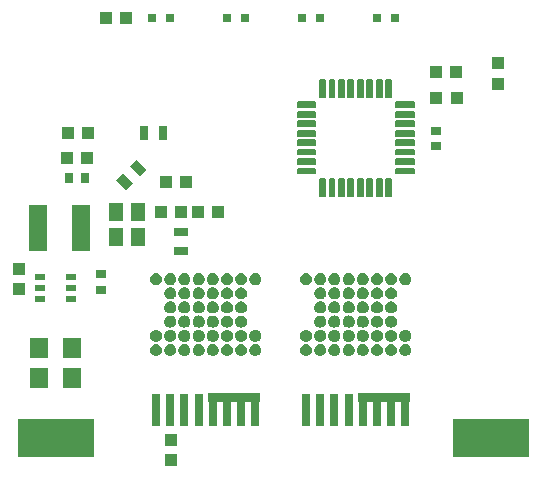
<source format=gbr>
G04 EAGLE Gerber RS-274X export*
G75*
%MOMM*%
%FSLAX34Y34*%
%LPD*%
%INSolderpaste Top*%
%IPPOS*%
%AMOC8*
5,1,8,0,0,1.08239X$1,22.5*%
G01*
%ADD10R,6.451600X3.251200*%
%ADD11R,0.900000X0.700000*%
%ADD12R,1.600000X1.800000*%
%ADD13R,0.700000X0.900000*%
%ADD14R,1.300000X1.500000*%
%ADD15R,0.800000X1.200000*%
%ADD16R,0.800000X0.800000*%
%ADD17R,1.000000X1.100000*%
%ADD18R,1.100000X1.000000*%
%ADD19C,0.137500*%
%ADD20R,1.498600X3.987800*%
%ADD21R,0.896100X0.517200*%
%ADD22R,0.800000X2.800000*%
%ADD23R,0.127000X0.127000*%
%ADD24R,1.200000X0.800000*%

G36*
X223802Y68509D02*
X223802Y68509D01*
X223804Y68508D01*
X223847Y68528D01*
X223891Y68546D01*
X223891Y68548D01*
X223893Y68549D01*
X223926Y68634D01*
X223926Y75800D01*
X223925Y75802D01*
X223926Y75804D01*
X223906Y75847D01*
X223888Y75891D01*
X223886Y75891D01*
X223885Y75893D01*
X223800Y75926D01*
X179800Y75926D01*
X179798Y75925D01*
X179796Y75926D01*
X179753Y75906D01*
X179709Y75888D01*
X179709Y75886D01*
X179707Y75885D01*
X179674Y75800D01*
X179674Y68634D01*
X179675Y68632D01*
X179674Y68630D01*
X179694Y68587D01*
X179712Y68543D01*
X179714Y68543D01*
X179715Y68541D01*
X179800Y68508D01*
X223800Y68508D01*
X223802Y68509D01*
G37*
G36*
X350802Y68509D02*
X350802Y68509D01*
X350804Y68508D01*
X350847Y68528D01*
X350891Y68546D01*
X350891Y68548D01*
X350893Y68549D01*
X350926Y68634D01*
X350926Y75800D01*
X350925Y75802D01*
X350926Y75804D01*
X350906Y75847D01*
X350888Y75891D01*
X350886Y75891D01*
X350885Y75893D01*
X350800Y75926D01*
X306800Y75926D01*
X306798Y75925D01*
X306796Y75926D01*
X306753Y75906D01*
X306709Y75888D01*
X306709Y75886D01*
X306707Y75885D01*
X306674Y75800D01*
X306674Y68634D01*
X306675Y68632D01*
X306674Y68630D01*
X306694Y68587D01*
X306712Y68543D01*
X306714Y68543D01*
X306715Y68541D01*
X306800Y68508D01*
X350800Y68508D01*
X350802Y68509D01*
G37*
G36*
X263788Y119570D02*
X263788Y119570D01*
X263799Y119576D01*
X263812Y119575D01*
X264750Y119860D01*
X264759Y119868D01*
X264773Y119869D01*
X265637Y120331D01*
X265645Y120341D01*
X265658Y120345D01*
X266416Y120967D01*
X266421Y120978D01*
X266433Y120984D01*
X267055Y121742D01*
X267058Y121754D01*
X267069Y121763D01*
X267531Y122627D01*
X267532Y122639D01*
X267540Y122650D01*
X267825Y123588D01*
X267823Y123600D01*
X267830Y123612D01*
X267926Y124588D01*
X267922Y124599D01*
X267926Y124612D01*
X267830Y125588D01*
X267824Y125599D01*
X267825Y125612D01*
X267540Y126550D01*
X267532Y126559D01*
X267531Y126573D01*
X267069Y127437D01*
X267059Y127445D01*
X267055Y127458D01*
X266433Y128216D01*
X266422Y128221D01*
X266416Y128233D01*
X265658Y128855D01*
X265646Y128858D01*
X265637Y128869D01*
X264773Y129331D01*
X264761Y129332D01*
X264750Y129340D01*
X263812Y129625D01*
X263800Y129623D01*
X263788Y129630D01*
X262812Y129726D01*
X262801Y129722D01*
X262788Y129726D01*
X261812Y129630D01*
X261801Y129624D01*
X261788Y129625D01*
X260850Y129340D01*
X260841Y129332D01*
X260827Y129331D01*
X259963Y128869D01*
X259955Y128859D01*
X259942Y128855D01*
X259184Y128233D01*
X259179Y128222D01*
X259167Y128216D01*
X258545Y127458D01*
X258542Y127446D01*
X258531Y127437D01*
X258069Y126573D01*
X258068Y126561D01*
X258060Y126550D01*
X257775Y125612D01*
X257777Y125600D01*
X257770Y125588D01*
X257674Y124612D01*
X257678Y124601D01*
X257674Y124588D01*
X257770Y123612D01*
X257776Y123601D01*
X257775Y123588D01*
X258060Y122650D01*
X258068Y122641D01*
X258069Y122627D01*
X258531Y121763D01*
X258541Y121755D01*
X258545Y121742D01*
X259167Y120984D01*
X259178Y120979D01*
X259184Y120967D01*
X259942Y120345D01*
X259954Y120342D01*
X259963Y120331D01*
X260827Y119869D01*
X260839Y119868D01*
X260850Y119860D01*
X261788Y119575D01*
X261800Y119577D01*
X261812Y119570D01*
X262788Y119474D01*
X262799Y119478D01*
X262812Y119474D01*
X263788Y119570D01*
G37*
G36*
X136788Y107570D02*
X136788Y107570D01*
X136799Y107576D01*
X136812Y107575D01*
X137750Y107860D01*
X137759Y107868D01*
X137773Y107869D01*
X138637Y108331D01*
X138645Y108341D01*
X138658Y108345D01*
X139416Y108967D01*
X139421Y108978D01*
X139433Y108984D01*
X140055Y109742D01*
X140058Y109754D01*
X140069Y109763D01*
X140531Y110627D01*
X140532Y110639D01*
X140540Y110650D01*
X140825Y111588D01*
X140823Y111600D01*
X140830Y111612D01*
X140926Y112588D01*
X140922Y112599D01*
X140926Y112612D01*
X140830Y113588D01*
X140824Y113599D01*
X140825Y113612D01*
X140540Y114550D01*
X140532Y114559D01*
X140531Y114573D01*
X140069Y115437D01*
X140059Y115445D01*
X140055Y115458D01*
X139433Y116216D01*
X139422Y116221D01*
X139416Y116233D01*
X138658Y116855D01*
X138646Y116858D01*
X138637Y116869D01*
X137773Y117331D01*
X137761Y117332D01*
X137750Y117340D01*
X136812Y117625D01*
X136800Y117623D01*
X136788Y117630D01*
X135812Y117726D01*
X135801Y117722D01*
X135788Y117726D01*
X134812Y117630D01*
X134801Y117624D01*
X134788Y117625D01*
X133850Y117340D01*
X133841Y117332D01*
X133827Y117331D01*
X132963Y116869D01*
X132955Y116859D01*
X132942Y116855D01*
X132184Y116233D01*
X132179Y116222D01*
X132167Y116216D01*
X131545Y115458D01*
X131542Y115446D01*
X131531Y115437D01*
X131069Y114573D01*
X131068Y114561D01*
X131060Y114550D01*
X130775Y113612D01*
X130777Y113600D01*
X130770Y113588D01*
X130674Y112612D01*
X130678Y112601D01*
X130674Y112588D01*
X130770Y111612D01*
X130776Y111601D01*
X130775Y111588D01*
X131060Y110650D01*
X131068Y110641D01*
X131069Y110627D01*
X131531Y109763D01*
X131541Y109755D01*
X131545Y109742D01*
X132167Y108984D01*
X132178Y108979D01*
X132184Y108967D01*
X132942Y108345D01*
X132954Y108342D01*
X132963Y108331D01*
X133827Y107869D01*
X133839Y107868D01*
X133850Y107860D01*
X134788Y107575D01*
X134800Y107577D01*
X134812Y107570D01*
X135788Y107474D01*
X135799Y107478D01*
X135812Y107474D01*
X136788Y107570D01*
G37*
G36*
X136788Y119570D02*
X136788Y119570D01*
X136799Y119576D01*
X136812Y119575D01*
X137750Y119860D01*
X137759Y119868D01*
X137773Y119869D01*
X138637Y120331D01*
X138645Y120341D01*
X138658Y120345D01*
X139416Y120967D01*
X139421Y120978D01*
X139433Y120984D01*
X140055Y121742D01*
X140058Y121754D01*
X140069Y121763D01*
X140531Y122627D01*
X140532Y122639D01*
X140540Y122650D01*
X140825Y123588D01*
X140823Y123600D01*
X140830Y123612D01*
X140926Y124588D01*
X140922Y124599D01*
X140926Y124612D01*
X140830Y125588D01*
X140824Y125599D01*
X140825Y125612D01*
X140540Y126550D01*
X140532Y126559D01*
X140531Y126573D01*
X140069Y127437D01*
X140059Y127445D01*
X140055Y127458D01*
X139433Y128216D01*
X139422Y128221D01*
X139416Y128233D01*
X138658Y128855D01*
X138646Y128858D01*
X138637Y128869D01*
X137773Y129331D01*
X137761Y129332D01*
X137750Y129340D01*
X136812Y129625D01*
X136800Y129623D01*
X136788Y129630D01*
X135812Y129726D01*
X135801Y129722D01*
X135788Y129726D01*
X134812Y129630D01*
X134801Y129624D01*
X134788Y129625D01*
X133850Y129340D01*
X133841Y129332D01*
X133827Y129331D01*
X132963Y128869D01*
X132955Y128859D01*
X132942Y128855D01*
X132184Y128233D01*
X132179Y128222D01*
X132167Y128216D01*
X131545Y127458D01*
X131542Y127446D01*
X131531Y127437D01*
X131069Y126573D01*
X131068Y126561D01*
X131060Y126550D01*
X130775Y125612D01*
X130777Y125600D01*
X130770Y125588D01*
X130674Y124612D01*
X130678Y124601D01*
X130674Y124588D01*
X130770Y123612D01*
X130776Y123601D01*
X130775Y123588D01*
X131060Y122650D01*
X131068Y122641D01*
X131069Y122627D01*
X131531Y121763D01*
X131541Y121755D01*
X131545Y121742D01*
X132167Y120984D01*
X132178Y120979D01*
X132184Y120967D01*
X132942Y120345D01*
X132954Y120342D01*
X132963Y120331D01*
X133827Y119869D01*
X133839Y119868D01*
X133850Y119860D01*
X134788Y119575D01*
X134800Y119577D01*
X134812Y119570D01*
X135788Y119474D01*
X135799Y119478D01*
X135812Y119474D01*
X136788Y119570D01*
G37*
G36*
X263788Y107570D02*
X263788Y107570D01*
X263799Y107576D01*
X263812Y107575D01*
X264750Y107860D01*
X264759Y107868D01*
X264773Y107869D01*
X265637Y108331D01*
X265645Y108341D01*
X265658Y108345D01*
X266416Y108967D01*
X266421Y108978D01*
X266433Y108984D01*
X267055Y109742D01*
X267058Y109754D01*
X267069Y109763D01*
X267531Y110627D01*
X267532Y110639D01*
X267540Y110650D01*
X267825Y111588D01*
X267823Y111600D01*
X267830Y111612D01*
X267926Y112588D01*
X267922Y112599D01*
X267926Y112612D01*
X267830Y113588D01*
X267824Y113599D01*
X267825Y113612D01*
X267540Y114550D01*
X267532Y114559D01*
X267531Y114573D01*
X267069Y115437D01*
X267059Y115445D01*
X267055Y115458D01*
X266433Y116216D01*
X266422Y116221D01*
X266416Y116233D01*
X265658Y116855D01*
X265646Y116858D01*
X265637Y116869D01*
X264773Y117331D01*
X264761Y117332D01*
X264750Y117340D01*
X263812Y117625D01*
X263800Y117623D01*
X263788Y117630D01*
X262812Y117726D01*
X262801Y117722D01*
X262788Y117726D01*
X261812Y117630D01*
X261801Y117624D01*
X261788Y117625D01*
X260850Y117340D01*
X260841Y117332D01*
X260827Y117331D01*
X259963Y116869D01*
X259955Y116859D01*
X259942Y116855D01*
X259184Y116233D01*
X259179Y116222D01*
X259167Y116216D01*
X258545Y115458D01*
X258542Y115446D01*
X258531Y115437D01*
X258069Y114573D01*
X258068Y114561D01*
X258060Y114550D01*
X257775Y113612D01*
X257777Y113600D01*
X257770Y113588D01*
X257674Y112612D01*
X257678Y112601D01*
X257674Y112588D01*
X257770Y111612D01*
X257776Y111601D01*
X257775Y111588D01*
X258060Y110650D01*
X258068Y110641D01*
X258069Y110627D01*
X258531Y109763D01*
X258541Y109755D01*
X258545Y109742D01*
X259167Y108984D01*
X259178Y108979D01*
X259184Y108967D01*
X259942Y108345D01*
X259954Y108342D01*
X259963Y108331D01*
X260827Y107869D01*
X260839Y107868D01*
X260850Y107860D01*
X261788Y107575D01*
X261800Y107577D01*
X261812Y107570D01*
X262788Y107474D01*
X262799Y107478D01*
X262812Y107474D01*
X263788Y107570D01*
G37*
G36*
X275788Y107570D02*
X275788Y107570D01*
X275799Y107576D01*
X275812Y107575D01*
X276750Y107860D01*
X276759Y107868D01*
X276773Y107869D01*
X277637Y108331D01*
X277645Y108341D01*
X277658Y108345D01*
X278416Y108967D01*
X278421Y108978D01*
X278433Y108984D01*
X279055Y109742D01*
X279058Y109754D01*
X279069Y109763D01*
X279531Y110627D01*
X279532Y110639D01*
X279540Y110650D01*
X279825Y111588D01*
X279823Y111600D01*
X279830Y111612D01*
X279926Y112588D01*
X279922Y112599D01*
X279926Y112612D01*
X279830Y113588D01*
X279824Y113599D01*
X279825Y113612D01*
X279540Y114550D01*
X279532Y114559D01*
X279531Y114573D01*
X279069Y115437D01*
X279059Y115445D01*
X279055Y115458D01*
X278433Y116216D01*
X278422Y116221D01*
X278416Y116233D01*
X277658Y116855D01*
X277646Y116858D01*
X277637Y116869D01*
X276773Y117331D01*
X276761Y117332D01*
X276750Y117340D01*
X275812Y117625D01*
X275800Y117623D01*
X275788Y117630D01*
X274812Y117726D01*
X274801Y117722D01*
X274788Y117726D01*
X273812Y117630D01*
X273801Y117624D01*
X273788Y117625D01*
X272850Y117340D01*
X272841Y117332D01*
X272827Y117331D01*
X271963Y116869D01*
X271955Y116859D01*
X271942Y116855D01*
X271184Y116233D01*
X271179Y116222D01*
X271167Y116216D01*
X270545Y115458D01*
X270542Y115446D01*
X270531Y115437D01*
X270069Y114573D01*
X270068Y114561D01*
X270060Y114550D01*
X269775Y113612D01*
X269777Y113600D01*
X269770Y113588D01*
X269674Y112612D01*
X269678Y112601D01*
X269674Y112588D01*
X269770Y111612D01*
X269776Y111601D01*
X269775Y111588D01*
X270060Y110650D01*
X270068Y110641D01*
X270069Y110627D01*
X270531Y109763D01*
X270541Y109755D01*
X270545Y109742D01*
X271167Y108984D01*
X271178Y108979D01*
X271184Y108967D01*
X271942Y108345D01*
X271954Y108342D01*
X271963Y108331D01*
X272827Y107869D01*
X272839Y107868D01*
X272850Y107860D01*
X273788Y107575D01*
X273800Y107577D01*
X273812Y107570D01*
X274788Y107474D01*
X274799Y107478D01*
X274812Y107474D01*
X275788Y107570D01*
G37*
G36*
X275788Y119570D02*
X275788Y119570D01*
X275799Y119576D01*
X275812Y119575D01*
X276750Y119860D01*
X276759Y119868D01*
X276773Y119869D01*
X277637Y120331D01*
X277645Y120341D01*
X277658Y120345D01*
X278416Y120967D01*
X278421Y120978D01*
X278433Y120984D01*
X279055Y121742D01*
X279058Y121754D01*
X279069Y121763D01*
X279531Y122627D01*
X279532Y122639D01*
X279540Y122650D01*
X279825Y123588D01*
X279823Y123600D01*
X279830Y123612D01*
X279926Y124588D01*
X279922Y124599D01*
X279926Y124612D01*
X279830Y125588D01*
X279824Y125599D01*
X279825Y125612D01*
X279540Y126550D01*
X279532Y126559D01*
X279531Y126573D01*
X279069Y127437D01*
X279059Y127445D01*
X279055Y127458D01*
X278433Y128216D01*
X278422Y128221D01*
X278416Y128233D01*
X277658Y128855D01*
X277646Y128858D01*
X277637Y128869D01*
X276773Y129331D01*
X276761Y129332D01*
X276750Y129340D01*
X275812Y129625D01*
X275800Y129623D01*
X275788Y129630D01*
X274812Y129726D01*
X274801Y129722D01*
X274788Y129726D01*
X273812Y129630D01*
X273801Y129624D01*
X273788Y129625D01*
X272850Y129340D01*
X272841Y129332D01*
X272827Y129331D01*
X271963Y128869D01*
X271955Y128859D01*
X271942Y128855D01*
X271184Y128233D01*
X271179Y128222D01*
X271167Y128216D01*
X270545Y127458D01*
X270542Y127446D01*
X270531Y127437D01*
X270069Y126573D01*
X270068Y126561D01*
X270060Y126550D01*
X269775Y125612D01*
X269777Y125600D01*
X269770Y125588D01*
X269674Y124612D01*
X269678Y124601D01*
X269674Y124588D01*
X269770Y123612D01*
X269776Y123601D01*
X269775Y123588D01*
X270060Y122650D01*
X270068Y122641D01*
X270069Y122627D01*
X270531Y121763D01*
X270541Y121755D01*
X270545Y121742D01*
X271167Y120984D01*
X271178Y120979D01*
X271184Y120967D01*
X271942Y120345D01*
X271954Y120342D01*
X271963Y120331D01*
X272827Y119869D01*
X272839Y119868D01*
X272850Y119860D01*
X273788Y119575D01*
X273800Y119577D01*
X273812Y119570D01*
X274788Y119474D01*
X274799Y119478D01*
X274812Y119474D01*
X275788Y119570D01*
G37*
G36*
X148788Y107570D02*
X148788Y107570D01*
X148799Y107576D01*
X148812Y107575D01*
X149750Y107860D01*
X149759Y107868D01*
X149773Y107869D01*
X150637Y108331D01*
X150645Y108341D01*
X150658Y108345D01*
X151416Y108967D01*
X151421Y108978D01*
X151433Y108984D01*
X152055Y109742D01*
X152058Y109754D01*
X152069Y109763D01*
X152531Y110627D01*
X152532Y110639D01*
X152540Y110650D01*
X152825Y111588D01*
X152823Y111600D01*
X152830Y111612D01*
X152926Y112588D01*
X152922Y112599D01*
X152926Y112612D01*
X152830Y113588D01*
X152824Y113599D01*
X152825Y113612D01*
X152540Y114550D01*
X152532Y114559D01*
X152531Y114573D01*
X152069Y115437D01*
X152059Y115445D01*
X152055Y115458D01*
X151433Y116216D01*
X151422Y116221D01*
X151416Y116233D01*
X150658Y116855D01*
X150646Y116858D01*
X150637Y116869D01*
X149773Y117331D01*
X149761Y117332D01*
X149750Y117340D01*
X148812Y117625D01*
X148800Y117623D01*
X148788Y117630D01*
X147812Y117726D01*
X147801Y117722D01*
X147788Y117726D01*
X146812Y117630D01*
X146801Y117624D01*
X146788Y117625D01*
X145850Y117340D01*
X145841Y117332D01*
X145827Y117331D01*
X144963Y116869D01*
X144955Y116859D01*
X144942Y116855D01*
X144184Y116233D01*
X144179Y116222D01*
X144167Y116216D01*
X143545Y115458D01*
X143542Y115446D01*
X143531Y115437D01*
X143069Y114573D01*
X143068Y114561D01*
X143060Y114550D01*
X142775Y113612D01*
X142777Y113600D01*
X142770Y113588D01*
X142674Y112612D01*
X142678Y112601D01*
X142674Y112588D01*
X142770Y111612D01*
X142776Y111601D01*
X142775Y111588D01*
X143060Y110650D01*
X143068Y110641D01*
X143069Y110627D01*
X143531Y109763D01*
X143541Y109755D01*
X143545Y109742D01*
X144167Y108984D01*
X144178Y108979D01*
X144184Y108967D01*
X144942Y108345D01*
X144954Y108342D01*
X144963Y108331D01*
X145827Y107869D01*
X145839Y107868D01*
X145850Y107860D01*
X146788Y107575D01*
X146800Y107577D01*
X146812Y107570D01*
X147788Y107474D01*
X147799Y107478D01*
X147812Y107474D01*
X148788Y107570D01*
G37*
G36*
X148788Y119570D02*
X148788Y119570D01*
X148799Y119576D01*
X148812Y119575D01*
X149750Y119860D01*
X149759Y119868D01*
X149773Y119869D01*
X150637Y120331D01*
X150645Y120341D01*
X150658Y120345D01*
X151416Y120967D01*
X151421Y120978D01*
X151433Y120984D01*
X152055Y121742D01*
X152058Y121754D01*
X152069Y121763D01*
X152531Y122627D01*
X152532Y122639D01*
X152540Y122650D01*
X152825Y123588D01*
X152823Y123600D01*
X152830Y123612D01*
X152926Y124588D01*
X152922Y124599D01*
X152926Y124612D01*
X152830Y125588D01*
X152824Y125599D01*
X152825Y125612D01*
X152540Y126550D01*
X152532Y126559D01*
X152531Y126573D01*
X152069Y127437D01*
X152059Y127445D01*
X152055Y127458D01*
X151433Y128216D01*
X151422Y128221D01*
X151416Y128233D01*
X150658Y128855D01*
X150646Y128858D01*
X150637Y128869D01*
X149773Y129331D01*
X149761Y129332D01*
X149750Y129340D01*
X148812Y129625D01*
X148800Y129623D01*
X148788Y129630D01*
X147812Y129726D01*
X147801Y129722D01*
X147788Y129726D01*
X146812Y129630D01*
X146801Y129624D01*
X146788Y129625D01*
X145850Y129340D01*
X145841Y129332D01*
X145827Y129331D01*
X144963Y128869D01*
X144955Y128859D01*
X144942Y128855D01*
X144184Y128233D01*
X144179Y128222D01*
X144167Y128216D01*
X143545Y127458D01*
X143542Y127446D01*
X143531Y127437D01*
X143069Y126573D01*
X143068Y126561D01*
X143060Y126550D01*
X142775Y125612D01*
X142777Y125600D01*
X142770Y125588D01*
X142674Y124612D01*
X142678Y124601D01*
X142674Y124588D01*
X142770Y123612D01*
X142776Y123601D01*
X142775Y123588D01*
X143060Y122650D01*
X143068Y122641D01*
X143069Y122627D01*
X143531Y121763D01*
X143541Y121755D01*
X143545Y121742D01*
X144167Y120984D01*
X144178Y120979D01*
X144184Y120967D01*
X144942Y120345D01*
X144954Y120342D01*
X144963Y120331D01*
X145827Y119869D01*
X145839Y119868D01*
X145850Y119860D01*
X146788Y119575D01*
X146800Y119577D01*
X146812Y119570D01*
X147788Y119474D01*
X147799Y119478D01*
X147812Y119474D01*
X148788Y119570D01*
G37*
G36*
X323788Y107570D02*
X323788Y107570D01*
X323799Y107576D01*
X323812Y107575D01*
X324750Y107860D01*
X324759Y107868D01*
X324773Y107869D01*
X325637Y108331D01*
X325645Y108341D01*
X325658Y108345D01*
X326416Y108967D01*
X326421Y108978D01*
X326433Y108984D01*
X327055Y109742D01*
X327058Y109754D01*
X327069Y109763D01*
X327531Y110627D01*
X327532Y110639D01*
X327540Y110650D01*
X327825Y111588D01*
X327823Y111600D01*
X327830Y111612D01*
X327926Y112588D01*
X327922Y112599D01*
X327926Y112612D01*
X327830Y113588D01*
X327824Y113599D01*
X327825Y113612D01*
X327540Y114550D01*
X327532Y114559D01*
X327531Y114573D01*
X327069Y115437D01*
X327059Y115445D01*
X327055Y115458D01*
X326433Y116216D01*
X326422Y116221D01*
X326416Y116233D01*
X325658Y116855D01*
X325646Y116858D01*
X325637Y116869D01*
X324773Y117331D01*
X324761Y117332D01*
X324750Y117340D01*
X323812Y117625D01*
X323800Y117623D01*
X323788Y117630D01*
X322812Y117726D01*
X322801Y117722D01*
X322788Y117726D01*
X321812Y117630D01*
X321801Y117624D01*
X321788Y117625D01*
X320850Y117340D01*
X320841Y117332D01*
X320827Y117331D01*
X319963Y116869D01*
X319955Y116859D01*
X319942Y116855D01*
X319184Y116233D01*
X319179Y116222D01*
X319167Y116216D01*
X318545Y115458D01*
X318542Y115446D01*
X318531Y115437D01*
X318069Y114573D01*
X318068Y114561D01*
X318060Y114550D01*
X317775Y113612D01*
X317777Y113600D01*
X317770Y113588D01*
X317674Y112612D01*
X317678Y112601D01*
X317674Y112588D01*
X317770Y111612D01*
X317776Y111601D01*
X317775Y111588D01*
X318060Y110650D01*
X318068Y110641D01*
X318069Y110627D01*
X318531Y109763D01*
X318541Y109755D01*
X318545Y109742D01*
X319167Y108984D01*
X319178Y108979D01*
X319184Y108967D01*
X319942Y108345D01*
X319954Y108342D01*
X319963Y108331D01*
X320827Y107869D01*
X320839Y107868D01*
X320850Y107860D01*
X321788Y107575D01*
X321800Y107577D01*
X321812Y107570D01*
X322788Y107474D01*
X322799Y107478D01*
X322812Y107474D01*
X323788Y107570D01*
G37*
G36*
X196788Y107570D02*
X196788Y107570D01*
X196799Y107576D01*
X196812Y107575D01*
X197750Y107860D01*
X197759Y107868D01*
X197773Y107869D01*
X198637Y108331D01*
X198645Y108341D01*
X198658Y108345D01*
X199416Y108967D01*
X199421Y108978D01*
X199433Y108984D01*
X200055Y109742D01*
X200058Y109754D01*
X200069Y109763D01*
X200531Y110627D01*
X200532Y110639D01*
X200540Y110650D01*
X200825Y111588D01*
X200823Y111600D01*
X200830Y111612D01*
X200926Y112588D01*
X200922Y112599D01*
X200926Y112612D01*
X200830Y113588D01*
X200824Y113599D01*
X200825Y113612D01*
X200540Y114550D01*
X200532Y114559D01*
X200531Y114573D01*
X200069Y115437D01*
X200059Y115445D01*
X200055Y115458D01*
X199433Y116216D01*
X199422Y116221D01*
X199416Y116233D01*
X198658Y116855D01*
X198646Y116858D01*
X198637Y116869D01*
X197773Y117331D01*
X197761Y117332D01*
X197750Y117340D01*
X196812Y117625D01*
X196800Y117623D01*
X196788Y117630D01*
X195812Y117726D01*
X195801Y117722D01*
X195788Y117726D01*
X194812Y117630D01*
X194801Y117624D01*
X194788Y117625D01*
X193850Y117340D01*
X193841Y117332D01*
X193827Y117331D01*
X192963Y116869D01*
X192955Y116859D01*
X192942Y116855D01*
X192184Y116233D01*
X192179Y116222D01*
X192167Y116216D01*
X191545Y115458D01*
X191542Y115446D01*
X191531Y115437D01*
X191069Y114573D01*
X191068Y114561D01*
X191060Y114550D01*
X190775Y113612D01*
X190777Y113600D01*
X190770Y113588D01*
X190674Y112612D01*
X190678Y112601D01*
X190674Y112588D01*
X190770Y111612D01*
X190776Y111601D01*
X190775Y111588D01*
X191060Y110650D01*
X191068Y110641D01*
X191069Y110627D01*
X191531Y109763D01*
X191541Y109755D01*
X191545Y109742D01*
X192167Y108984D01*
X192178Y108979D01*
X192184Y108967D01*
X192942Y108345D01*
X192954Y108342D01*
X192963Y108331D01*
X193827Y107869D01*
X193839Y107868D01*
X193850Y107860D01*
X194788Y107575D01*
X194800Y107577D01*
X194812Y107570D01*
X195788Y107474D01*
X195799Y107478D01*
X195812Y107474D01*
X196788Y107570D01*
G37*
G36*
X196788Y119570D02*
X196788Y119570D01*
X196799Y119576D01*
X196812Y119575D01*
X197750Y119860D01*
X197759Y119868D01*
X197773Y119869D01*
X198637Y120331D01*
X198645Y120341D01*
X198658Y120345D01*
X199416Y120967D01*
X199421Y120978D01*
X199433Y120984D01*
X200055Y121742D01*
X200058Y121754D01*
X200069Y121763D01*
X200531Y122627D01*
X200532Y122639D01*
X200540Y122650D01*
X200825Y123588D01*
X200823Y123600D01*
X200830Y123612D01*
X200926Y124588D01*
X200922Y124599D01*
X200926Y124612D01*
X200830Y125588D01*
X200824Y125599D01*
X200825Y125612D01*
X200540Y126550D01*
X200532Y126559D01*
X200531Y126573D01*
X200069Y127437D01*
X200059Y127445D01*
X200055Y127458D01*
X199433Y128216D01*
X199422Y128221D01*
X199416Y128233D01*
X198658Y128855D01*
X198646Y128858D01*
X198637Y128869D01*
X197773Y129331D01*
X197761Y129332D01*
X197750Y129340D01*
X196812Y129625D01*
X196800Y129623D01*
X196788Y129630D01*
X195812Y129726D01*
X195801Y129722D01*
X195788Y129726D01*
X194812Y129630D01*
X194801Y129624D01*
X194788Y129625D01*
X193850Y129340D01*
X193841Y129332D01*
X193827Y129331D01*
X192963Y128869D01*
X192955Y128859D01*
X192942Y128855D01*
X192184Y128233D01*
X192179Y128222D01*
X192167Y128216D01*
X191545Y127458D01*
X191542Y127446D01*
X191531Y127437D01*
X191069Y126573D01*
X191068Y126561D01*
X191060Y126550D01*
X190775Y125612D01*
X190777Y125600D01*
X190770Y125588D01*
X190674Y124612D01*
X190678Y124601D01*
X190674Y124588D01*
X190770Y123612D01*
X190776Y123601D01*
X190775Y123588D01*
X191060Y122650D01*
X191068Y122641D01*
X191069Y122627D01*
X191531Y121763D01*
X191541Y121755D01*
X191545Y121742D01*
X192167Y120984D01*
X192178Y120979D01*
X192184Y120967D01*
X192942Y120345D01*
X192954Y120342D01*
X192963Y120331D01*
X193827Y119869D01*
X193839Y119868D01*
X193850Y119860D01*
X194788Y119575D01*
X194800Y119577D01*
X194812Y119570D01*
X195788Y119474D01*
X195799Y119478D01*
X195812Y119474D01*
X196788Y119570D01*
G37*
G36*
X323788Y119570D02*
X323788Y119570D01*
X323799Y119576D01*
X323812Y119575D01*
X324750Y119860D01*
X324759Y119868D01*
X324773Y119869D01*
X325637Y120331D01*
X325645Y120341D01*
X325658Y120345D01*
X326416Y120967D01*
X326421Y120978D01*
X326433Y120984D01*
X327055Y121742D01*
X327058Y121754D01*
X327069Y121763D01*
X327531Y122627D01*
X327532Y122639D01*
X327540Y122650D01*
X327825Y123588D01*
X327823Y123600D01*
X327830Y123612D01*
X327926Y124588D01*
X327922Y124599D01*
X327926Y124612D01*
X327830Y125588D01*
X327824Y125599D01*
X327825Y125612D01*
X327540Y126550D01*
X327532Y126559D01*
X327531Y126573D01*
X327069Y127437D01*
X327059Y127445D01*
X327055Y127458D01*
X326433Y128216D01*
X326422Y128221D01*
X326416Y128233D01*
X325658Y128855D01*
X325646Y128858D01*
X325637Y128869D01*
X324773Y129331D01*
X324761Y129332D01*
X324750Y129340D01*
X323812Y129625D01*
X323800Y129623D01*
X323788Y129630D01*
X322812Y129726D01*
X322801Y129722D01*
X322788Y129726D01*
X321812Y129630D01*
X321801Y129624D01*
X321788Y129625D01*
X320850Y129340D01*
X320841Y129332D01*
X320827Y129331D01*
X319963Y128869D01*
X319955Y128859D01*
X319942Y128855D01*
X319184Y128233D01*
X319179Y128222D01*
X319167Y128216D01*
X318545Y127458D01*
X318542Y127446D01*
X318531Y127437D01*
X318069Y126573D01*
X318068Y126561D01*
X318060Y126550D01*
X317775Y125612D01*
X317777Y125600D01*
X317770Y125588D01*
X317674Y124612D01*
X317678Y124601D01*
X317674Y124588D01*
X317770Y123612D01*
X317776Y123601D01*
X317775Y123588D01*
X318060Y122650D01*
X318068Y122641D01*
X318069Y122627D01*
X318531Y121763D01*
X318541Y121755D01*
X318545Y121742D01*
X319167Y120984D01*
X319178Y120979D01*
X319184Y120967D01*
X319942Y120345D01*
X319954Y120342D01*
X319963Y120331D01*
X320827Y119869D01*
X320839Y119868D01*
X320850Y119860D01*
X321788Y119575D01*
X321800Y119577D01*
X321812Y119570D01*
X322788Y119474D01*
X322799Y119478D01*
X322812Y119474D01*
X323788Y119570D01*
G37*
G36*
X160788Y119570D02*
X160788Y119570D01*
X160799Y119576D01*
X160812Y119575D01*
X161750Y119860D01*
X161759Y119868D01*
X161773Y119869D01*
X162637Y120331D01*
X162645Y120341D01*
X162658Y120345D01*
X163416Y120967D01*
X163421Y120978D01*
X163433Y120984D01*
X164055Y121742D01*
X164058Y121754D01*
X164069Y121763D01*
X164531Y122627D01*
X164532Y122639D01*
X164540Y122650D01*
X164825Y123588D01*
X164823Y123600D01*
X164830Y123612D01*
X164926Y124588D01*
X164922Y124599D01*
X164926Y124612D01*
X164830Y125588D01*
X164824Y125599D01*
X164825Y125612D01*
X164540Y126550D01*
X164532Y126559D01*
X164531Y126573D01*
X164069Y127437D01*
X164059Y127445D01*
X164055Y127458D01*
X163433Y128216D01*
X163422Y128221D01*
X163416Y128233D01*
X162658Y128855D01*
X162646Y128858D01*
X162637Y128869D01*
X161773Y129331D01*
X161761Y129332D01*
X161750Y129340D01*
X160812Y129625D01*
X160800Y129623D01*
X160788Y129630D01*
X159812Y129726D01*
X159801Y129722D01*
X159788Y129726D01*
X158812Y129630D01*
X158801Y129624D01*
X158788Y129625D01*
X157850Y129340D01*
X157841Y129332D01*
X157827Y129331D01*
X156963Y128869D01*
X156955Y128859D01*
X156942Y128855D01*
X156184Y128233D01*
X156179Y128222D01*
X156167Y128216D01*
X155545Y127458D01*
X155542Y127446D01*
X155531Y127437D01*
X155069Y126573D01*
X155068Y126561D01*
X155060Y126550D01*
X154775Y125612D01*
X154777Y125600D01*
X154770Y125588D01*
X154674Y124612D01*
X154678Y124601D01*
X154674Y124588D01*
X154770Y123612D01*
X154776Y123601D01*
X154775Y123588D01*
X155060Y122650D01*
X155068Y122641D01*
X155069Y122627D01*
X155531Y121763D01*
X155541Y121755D01*
X155545Y121742D01*
X156167Y120984D01*
X156178Y120979D01*
X156184Y120967D01*
X156942Y120345D01*
X156954Y120342D01*
X156963Y120331D01*
X157827Y119869D01*
X157839Y119868D01*
X157850Y119860D01*
X158788Y119575D01*
X158800Y119577D01*
X158812Y119570D01*
X159788Y119474D01*
X159799Y119478D01*
X159812Y119474D01*
X160788Y119570D01*
G37*
G36*
X160788Y107570D02*
X160788Y107570D01*
X160799Y107576D01*
X160812Y107575D01*
X161750Y107860D01*
X161759Y107868D01*
X161773Y107869D01*
X162637Y108331D01*
X162645Y108341D01*
X162658Y108345D01*
X163416Y108967D01*
X163421Y108978D01*
X163433Y108984D01*
X164055Y109742D01*
X164058Y109754D01*
X164069Y109763D01*
X164531Y110627D01*
X164532Y110639D01*
X164540Y110650D01*
X164825Y111588D01*
X164823Y111600D01*
X164830Y111612D01*
X164926Y112588D01*
X164922Y112599D01*
X164926Y112612D01*
X164830Y113588D01*
X164824Y113599D01*
X164825Y113612D01*
X164540Y114550D01*
X164532Y114559D01*
X164531Y114573D01*
X164069Y115437D01*
X164059Y115445D01*
X164055Y115458D01*
X163433Y116216D01*
X163422Y116221D01*
X163416Y116233D01*
X162658Y116855D01*
X162646Y116858D01*
X162637Y116869D01*
X161773Y117331D01*
X161761Y117332D01*
X161750Y117340D01*
X160812Y117625D01*
X160800Y117623D01*
X160788Y117630D01*
X159812Y117726D01*
X159801Y117722D01*
X159788Y117726D01*
X158812Y117630D01*
X158801Y117624D01*
X158788Y117625D01*
X157850Y117340D01*
X157841Y117332D01*
X157827Y117331D01*
X156963Y116869D01*
X156955Y116859D01*
X156942Y116855D01*
X156184Y116233D01*
X156179Y116222D01*
X156167Y116216D01*
X155545Y115458D01*
X155542Y115446D01*
X155531Y115437D01*
X155069Y114573D01*
X155068Y114561D01*
X155060Y114550D01*
X154775Y113612D01*
X154777Y113600D01*
X154770Y113588D01*
X154674Y112612D01*
X154678Y112601D01*
X154674Y112588D01*
X154770Y111612D01*
X154776Y111601D01*
X154775Y111588D01*
X155060Y110650D01*
X155068Y110641D01*
X155069Y110627D01*
X155531Y109763D01*
X155541Y109755D01*
X155545Y109742D01*
X156167Y108984D01*
X156178Y108979D01*
X156184Y108967D01*
X156942Y108345D01*
X156954Y108342D01*
X156963Y108331D01*
X157827Y107869D01*
X157839Y107868D01*
X157850Y107860D01*
X158788Y107575D01*
X158800Y107577D01*
X158812Y107570D01*
X159788Y107474D01*
X159799Y107478D01*
X159812Y107474D01*
X160788Y107570D01*
G37*
G36*
X287788Y107570D02*
X287788Y107570D01*
X287799Y107576D01*
X287812Y107575D01*
X288750Y107860D01*
X288759Y107868D01*
X288773Y107869D01*
X289637Y108331D01*
X289645Y108341D01*
X289658Y108345D01*
X290416Y108967D01*
X290421Y108978D01*
X290433Y108984D01*
X291055Y109742D01*
X291058Y109754D01*
X291069Y109763D01*
X291531Y110627D01*
X291532Y110639D01*
X291540Y110650D01*
X291825Y111588D01*
X291823Y111600D01*
X291830Y111612D01*
X291926Y112588D01*
X291922Y112599D01*
X291926Y112612D01*
X291830Y113588D01*
X291824Y113599D01*
X291825Y113612D01*
X291540Y114550D01*
X291532Y114559D01*
X291531Y114573D01*
X291069Y115437D01*
X291059Y115445D01*
X291055Y115458D01*
X290433Y116216D01*
X290422Y116221D01*
X290416Y116233D01*
X289658Y116855D01*
X289646Y116858D01*
X289637Y116869D01*
X288773Y117331D01*
X288761Y117332D01*
X288750Y117340D01*
X287812Y117625D01*
X287800Y117623D01*
X287788Y117630D01*
X286812Y117726D01*
X286801Y117722D01*
X286788Y117726D01*
X285812Y117630D01*
X285801Y117624D01*
X285788Y117625D01*
X284850Y117340D01*
X284841Y117332D01*
X284827Y117331D01*
X283963Y116869D01*
X283955Y116859D01*
X283942Y116855D01*
X283184Y116233D01*
X283179Y116222D01*
X283167Y116216D01*
X282545Y115458D01*
X282542Y115446D01*
X282531Y115437D01*
X282069Y114573D01*
X282068Y114561D01*
X282060Y114550D01*
X281775Y113612D01*
X281777Y113600D01*
X281770Y113588D01*
X281674Y112612D01*
X281678Y112601D01*
X281674Y112588D01*
X281770Y111612D01*
X281776Y111601D01*
X281775Y111588D01*
X282060Y110650D01*
X282068Y110641D01*
X282069Y110627D01*
X282531Y109763D01*
X282541Y109755D01*
X282545Y109742D01*
X283167Y108984D01*
X283178Y108979D01*
X283184Y108967D01*
X283942Y108345D01*
X283954Y108342D01*
X283963Y108331D01*
X284827Y107869D01*
X284839Y107868D01*
X284850Y107860D01*
X285788Y107575D01*
X285800Y107577D01*
X285812Y107570D01*
X286788Y107474D01*
X286799Y107478D01*
X286812Y107474D01*
X287788Y107570D01*
G37*
G36*
X287788Y119570D02*
X287788Y119570D01*
X287799Y119576D01*
X287812Y119575D01*
X288750Y119860D01*
X288759Y119868D01*
X288773Y119869D01*
X289637Y120331D01*
X289645Y120341D01*
X289658Y120345D01*
X290416Y120967D01*
X290421Y120978D01*
X290433Y120984D01*
X291055Y121742D01*
X291058Y121754D01*
X291069Y121763D01*
X291531Y122627D01*
X291532Y122639D01*
X291540Y122650D01*
X291825Y123588D01*
X291823Y123600D01*
X291830Y123612D01*
X291926Y124588D01*
X291922Y124599D01*
X291926Y124612D01*
X291830Y125588D01*
X291824Y125599D01*
X291825Y125612D01*
X291540Y126550D01*
X291532Y126559D01*
X291531Y126573D01*
X291069Y127437D01*
X291059Y127445D01*
X291055Y127458D01*
X290433Y128216D01*
X290422Y128221D01*
X290416Y128233D01*
X289658Y128855D01*
X289646Y128858D01*
X289637Y128869D01*
X288773Y129331D01*
X288761Y129332D01*
X288750Y129340D01*
X287812Y129625D01*
X287800Y129623D01*
X287788Y129630D01*
X286812Y129726D01*
X286801Y129722D01*
X286788Y129726D01*
X285812Y129630D01*
X285801Y129624D01*
X285788Y129625D01*
X284850Y129340D01*
X284841Y129332D01*
X284827Y129331D01*
X283963Y128869D01*
X283955Y128859D01*
X283942Y128855D01*
X283184Y128233D01*
X283179Y128222D01*
X283167Y128216D01*
X282545Y127458D01*
X282542Y127446D01*
X282531Y127437D01*
X282069Y126573D01*
X282068Y126561D01*
X282060Y126550D01*
X281775Y125612D01*
X281777Y125600D01*
X281770Y125588D01*
X281674Y124612D01*
X281678Y124601D01*
X281674Y124588D01*
X281770Y123612D01*
X281776Y123601D01*
X281775Y123588D01*
X282060Y122650D01*
X282068Y122641D01*
X282069Y122627D01*
X282531Y121763D01*
X282541Y121755D01*
X282545Y121742D01*
X283167Y120984D01*
X283178Y120979D01*
X283184Y120967D01*
X283942Y120345D01*
X283954Y120342D01*
X283963Y120331D01*
X284827Y119869D01*
X284839Y119868D01*
X284850Y119860D01*
X285788Y119575D01*
X285800Y119577D01*
X285812Y119570D01*
X286788Y119474D01*
X286799Y119478D01*
X286812Y119474D01*
X287788Y119570D01*
G37*
G36*
X335788Y119570D02*
X335788Y119570D01*
X335799Y119576D01*
X335812Y119575D01*
X336750Y119860D01*
X336759Y119868D01*
X336773Y119869D01*
X337637Y120331D01*
X337645Y120341D01*
X337658Y120345D01*
X338416Y120967D01*
X338421Y120978D01*
X338433Y120984D01*
X339055Y121742D01*
X339058Y121754D01*
X339069Y121763D01*
X339531Y122627D01*
X339532Y122639D01*
X339540Y122650D01*
X339825Y123588D01*
X339823Y123600D01*
X339830Y123612D01*
X339926Y124588D01*
X339922Y124599D01*
X339926Y124612D01*
X339830Y125588D01*
X339824Y125599D01*
X339825Y125612D01*
X339540Y126550D01*
X339532Y126559D01*
X339531Y126573D01*
X339069Y127437D01*
X339059Y127445D01*
X339055Y127458D01*
X338433Y128216D01*
X338422Y128221D01*
X338416Y128233D01*
X337658Y128855D01*
X337646Y128858D01*
X337637Y128869D01*
X336773Y129331D01*
X336761Y129332D01*
X336750Y129340D01*
X335812Y129625D01*
X335800Y129623D01*
X335788Y129630D01*
X334812Y129726D01*
X334801Y129722D01*
X334788Y129726D01*
X333812Y129630D01*
X333801Y129624D01*
X333788Y129625D01*
X332850Y129340D01*
X332841Y129332D01*
X332827Y129331D01*
X331963Y128869D01*
X331955Y128859D01*
X331942Y128855D01*
X331184Y128233D01*
X331179Y128222D01*
X331167Y128216D01*
X330545Y127458D01*
X330542Y127446D01*
X330531Y127437D01*
X330069Y126573D01*
X330068Y126561D01*
X330060Y126550D01*
X329775Y125612D01*
X329777Y125600D01*
X329770Y125588D01*
X329674Y124612D01*
X329678Y124601D01*
X329674Y124588D01*
X329770Y123612D01*
X329776Y123601D01*
X329775Y123588D01*
X330060Y122650D01*
X330068Y122641D01*
X330069Y122627D01*
X330531Y121763D01*
X330541Y121755D01*
X330545Y121742D01*
X331167Y120984D01*
X331178Y120979D01*
X331184Y120967D01*
X331942Y120345D01*
X331954Y120342D01*
X331963Y120331D01*
X332827Y119869D01*
X332839Y119868D01*
X332850Y119860D01*
X333788Y119575D01*
X333800Y119577D01*
X333812Y119570D01*
X334788Y119474D01*
X334799Y119478D01*
X334812Y119474D01*
X335788Y119570D01*
G37*
G36*
X335788Y107570D02*
X335788Y107570D01*
X335799Y107576D01*
X335812Y107575D01*
X336750Y107860D01*
X336759Y107868D01*
X336773Y107869D01*
X337637Y108331D01*
X337645Y108341D01*
X337658Y108345D01*
X338416Y108967D01*
X338421Y108978D01*
X338433Y108984D01*
X339055Y109742D01*
X339058Y109754D01*
X339069Y109763D01*
X339531Y110627D01*
X339532Y110639D01*
X339540Y110650D01*
X339825Y111588D01*
X339823Y111600D01*
X339830Y111612D01*
X339926Y112588D01*
X339922Y112599D01*
X339926Y112612D01*
X339830Y113588D01*
X339824Y113599D01*
X339825Y113612D01*
X339540Y114550D01*
X339532Y114559D01*
X339531Y114573D01*
X339069Y115437D01*
X339059Y115445D01*
X339055Y115458D01*
X338433Y116216D01*
X338422Y116221D01*
X338416Y116233D01*
X337658Y116855D01*
X337646Y116858D01*
X337637Y116869D01*
X336773Y117331D01*
X336761Y117332D01*
X336750Y117340D01*
X335812Y117625D01*
X335800Y117623D01*
X335788Y117630D01*
X334812Y117726D01*
X334801Y117722D01*
X334788Y117726D01*
X333812Y117630D01*
X333801Y117624D01*
X333788Y117625D01*
X332850Y117340D01*
X332841Y117332D01*
X332827Y117331D01*
X331963Y116869D01*
X331955Y116859D01*
X331942Y116855D01*
X331184Y116233D01*
X331179Y116222D01*
X331167Y116216D01*
X330545Y115458D01*
X330542Y115446D01*
X330531Y115437D01*
X330069Y114573D01*
X330068Y114561D01*
X330060Y114550D01*
X329775Y113612D01*
X329777Y113600D01*
X329770Y113588D01*
X329674Y112612D01*
X329678Y112601D01*
X329674Y112588D01*
X329770Y111612D01*
X329776Y111601D01*
X329775Y111588D01*
X330060Y110650D01*
X330068Y110641D01*
X330069Y110627D01*
X330531Y109763D01*
X330541Y109755D01*
X330545Y109742D01*
X331167Y108984D01*
X331178Y108979D01*
X331184Y108967D01*
X331942Y108345D01*
X331954Y108342D01*
X331963Y108331D01*
X332827Y107869D01*
X332839Y107868D01*
X332850Y107860D01*
X333788Y107575D01*
X333800Y107577D01*
X333812Y107570D01*
X334788Y107474D01*
X334799Y107478D01*
X334812Y107474D01*
X335788Y107570D01*
G37*
G36*
X208788Y107570D02*
X208788Y107570D01*
X208799Y107576D01*
X208812Y107575D01*
X209750Y107860D01*
X209759Y107868D01*
X209773Y107869D01*
X210637Y108331D01*
X210645Y108341D01*
X210658Y108345D01*
X211416Y108967D01*
X211421Y108978D01*
X211433Y108984D01*
X212055Y109742D01*
X212058Y109754D01*
X212069Y109763D01*
X212531Y110627D01*
X212532Y110639D01*
X212540Y110650D01*
X212825Y111588D01*
X212823Y111600D01*
X212830Y111612D01*
X212926Y112588D01*
X212922Y112599D01*
X212926Y112612D01*
X212830Y113588D01*
X212824Y113599D01*
X212825Y113612D01*
X212540Y114550D01*
X212532Y114559D01*
X212531Y114573D01*
X212069Y115437D01*
X212059Y115445D01*
X212055Y115458D01*
X211433Y116216D01*
X211422Y116221D01*
X211416Y116233D01*
X210658Y116855D01*
X210646Y116858D01*
X210637Y116869D01*
X209773Y117331D01*
X209761Y117332D01*
X209750Y117340D01*
X208812Y117625D01*
X208800Y117623D01*
X208788Y117630D01*
X207812Y117726D01*
X207801Y117722D01*
X207788Y117726D01*
X206812Y117630D01*
X206801Y117624D01*
X206788Y117625D01*
X205850Y117340D01*
X205841Y117332D01*
X205827Y117331D01*
X204963Y116869D01*
X204955Y116859D01*
X204942Y116855D01*
X204184Y116233D01*
X204179Y116222D01*
X204167Y116216D01*
X203545Y115458D01*
X203542Y115446D01*
X203531Y115437D01*
X203069Y114573D01*
X203068Y114561D01*
X203060Y114550D01*
X202775Y113612D01*
X202777Y113600D01*
X202770Y113588D01*
X202674Y112612D01*
X202678Y112601D01*
X202674Y112588D01*
X202770Y111612D01*
X202776Y111601D01*
X202775Y111588D01*
X203060Y110650D01*
X203068Y110641D01*
X203069Y110627D01*
X203531Y109763D01*
X203541Y109755D01*
X203545Y109742D01*
X204167Y108984D01*
X204178Y108979D01*
X204184Y108967D01*
X204942Y108345D01*
X204954Y108342D01*
X204963Y108331D01*
X205827Y107869D01*
X205839Y107868D01*
X205850Y107860D01*
X206788Y107575D01*
X206800Y107577D01*
X206812Y107570D01*
X207788Y107474D01*
X207799Y107478D01*
X207812Y107474D01*
X208788Y107570D01*
G37*
G36*
X208788Y119570D02*
X208788Y119570D01*
X208799Y119576D01*
X208812Y119575D01*
X209750Y119860D01*
X209759Y119868D01*
X209773Y119869D01*
X210637Y120331D01*
X210645Y120341D01*
X210658Y120345D01*
X211416Y120967D01*
X211421Y120978D01*
X211433Y120984D01*
X212055Y121742D01*
X212058Y121754D01*
X212069Y121763D01*
X212531Y122627D01*
X212532Y122639D01*
X212540Y122650D01*
X212825Y123588D01*
X212823Y123600D01*
X212830Y123612D01*
X212926Y124588D01*
X212922Y124599D01*
X212926Y124612D01*
X212830Y125588D01*
X212824Y125599D01*
X212825Y125612D01*
X212540Y126550D01*
X212532Y126559D01*
X212531Y126573D01*
X212069Y127437D01*
X212059Y127445D01*
X212055Y127458D01*
X211433Y128216D01*
X211422Y128221D01*
X211416Y128233D01*
X210658Y128855D01*
X210646Y128858D01*
X210637Y128869D01*
X209773Y129331D01*
X209761Y129332D01*
X209750Y129340D01*
X208812Y129625D01*
X208800Y129623D01*
X208788Y129630D01*
X207812Y129726D01*
X207801Y129722D01*
X207788Y129726D01*
X206812Y129630D01*
X206801Y129624D01*
X206788Y129625D01*
X205850Y129340D01*
X205841Y129332D01*
X205827Y129331D01*
X204963Y128869D01*
X204955Y128859D01*
X204942Y128855D01*
X204184Y128233D01*
X204179Y128222D01*
X204167Y128216D01*
X203545Y127458D01*
X203542Y127446D01*
X203531Y127437D01*
X203069Y126573D01*
X203068Y126561D01*
X203060Y126550D01*
X202775Y125612D01*
X202777Y125600D01*
X202770Y125588D01*
X202674Y124612D01*
X202678Y124601D01*
X202674Y124588D01*
X202770Y123612D01*
X202776Y123601D01*
X202775Y123588D01*
X203060Y122650D01*
X203068Y122641D01*
X203069Y122627D01*
X203531Y121763D01*
X203541Y121755D01*
X203545Y121742D01*
X204167Y120984D01*
X204178Y120979D01*
X204184Y120967D01*
X204942Y120345D01*
X204954Y120342D01*
X204963Y120331D01*
X205827Y119869D01*
X205839Y119868D01*
X205850Y119860D01*
X206788Y119575D01*
X206800Y119577D01*
X206812Y119570D01*
X207788Y119474D01*
X207799Y119478D01*
X207812Y119474D01*
X208788Y119570D01*
G37*
G36*
X299788Y119570D02*
X299788Y119570D01*
X299799Y119576D01*
X299812Y119575D01*
X300750Y119860D01*
X300759Y119868D01*
X300773Y119869D01*
X301637Y120331D01*
X301645Y120341D01*
X301658Y120345D01*
X302416Y120967D01*
X302421Y120978D01*
X302433Y120984D01*
X303055Y121742D01*
X303058Y121754D01*
X303069Y121763D01*
X303531Y122627D01*
X303532Y122639D01*
X303540Y122650D01*
X303825Y123588D01*
X303823Y123600D01*
X303830Y123612D01*
X303926Y124588D01*
X303922Y124599D01*
X303926Y124612D01*
X303830Y125588D01*
X303824Y125599D01*
X303825Y125612D01*
X303540Y126550D01*
X303532Y126559D01*
X303531Y126573D01*
X303069Y127437D01*
X303059Y127445D01*
X303055Y127458D01*
X302433Y128216D01*
X302422Y128221D01*
X302416Y128233D01*
X301658Y128855D01*
X301646Y128858D01*
X301637Y128869D01*
X300773Y129331D01*
X300761Y129332D01*
X300750Y129340D01*
X299812Y129625D01*
X299800Y129623D01*
X299788Y129630D01*
X298812Y129726D01*
X298801Y129722D01*
X298788Y129726D01*
X297812Y129630D01*
X297801Y129624D01*
X297788Y129625D01*
X296850Y129340D01*
X296841Y129332D01*
X296827Y129331D01*
X295963Y128869D01*
X295955Y128859D01*
X295942Y128855D01*
X295184Y128233D01*
X295179Y128222D01*
X295167Y128216D01*
X294545Y127458D01*
X294542Y127446D01*
X294531Y127437D01*
X294069Y126573D01*
X294068Y126561D01*
X294060Y126550D01*
X293775Y125612D01*
X293777Y125600D01*
X293770Y125588D01*
X293674Y124612D01*
X293678Y124601D01*
X293674Y124588D01*
X293770Y123612D01*
X293776Y123601D01*
X293775Y123588D01*
X294060Y122650D01*
X294068Y122641D01*
X294069Y122627D01*
X294531Y121763D01*
X294541Y121755D01*
X294545Y121742D01*
X295167Y120984D01*
X295178Y120979D01*
X295184Y120967D01*
X295942Y120345D01*
X295954Y120342D01*
X295963Y120331D01*
X296827Y119869D01*
X296839Y119868D01*
X296850Y119860D01*
X297788Y119575D01*
X297800Y119577D01*
X297812Y119570D01*
X298788Y119474D01*
X298799Y119478D01*
X298812Y119474D01*
X299788Y119570D01*
G37*
G36*
X172788Y107570D02*
X172788Y107570D01*
X172799Y107576D01*
X172812Y107575D01*
X173750Y107860D01*
X173759Y107868D01*
X173773Y107869D01*
X174637Y108331D01*
X174645Y108341D01*
X174658Y108345D01*
X175416Y108967D01*
X175421Y108978D01*
X175433Y108984D01*
X176055Y109742D01*
X176058Y109754D01*
X176069Y109763D01*
X176531Y110627D01*
X176532Y110639D01*
X176540Y110650D01*
X176825Y111588D01*
X176823Y111600D01*
X176830Y111612D01*
X176926Y112588D01*
X176922Y112599D01*
X176926Y112612D01*
X176830Y113588D01*
X176824Y113599D01*
X176825Y113612D01*
X176540Y114550D01*
X176532Y114559D01*
X176531Y114573D01*
X176069Y115437D01*
X176059Y115445D01*
X176055Y115458D01*
X175433Y116216D01*
X175422Y116221D01*
X175416Y116233D01*
X174658Y116855D01*
X174646Y116858D01*
X174637Y116869D01*
X173773Y117331D01*
X173761Y117332D01*
X173750Y117340D01*
X172812Y117625D01*
X172800Y117623D01*
X172788Y117630D01*
X171812Y117726D01*
X171801Y117722D01*
X171788Y117726D01*
X170812Y117630D01*
X170801Y117624D01*
X170788Y117625D01*
X169850Y117340D01*
X169841Y117332D01*
X169827Y117331D01*
X168963Y116869D01*
X168955Y116859D01*
X168942Y116855D01*
X168184Y116233D01*
X168179Y116222D01*
X168167Y116216D01*
X167545Y115458D01*
X167542Y115446D01*
X167531Y115437D01*
X167069Y114573D01*
X167068Y114561D01*
X167060Y114550D01*
X166775Y113612D01*
X166777Y113600D01*
X166770Y113588D01*
X166674Y112612D01*
X166678Y112601D01*
X166674Y112588D01*
X166770Y111612D01*
X166776Y111601D01*
X166775Y111588D01*
X167060Y110650D01*
X167068Y110641D01*
X167069Y110627D01*
X167531Y109763D01*
X167541Y109755D01*
X167545Y109742D01*
X168167Y108984D01*
X168178Y108979D01*
X168184Y108967D01*
X168942Y108345D01*
X168954Y108342D01*
X168963Y108331D01*
X169827Y107869D01*
X169839Y107868D01*
X169850Y107860D01*
X170788Y107575D01*
X170800Y107577D01*
X170812Y107570D01*
X171788Y107474D01*
X171799Y107478D01*
X171812Y107474D01*
X172788Y107570D01*
G37*
G36*
X299788Y107570D02*
X299788Y107570D01*
X299799Y107576D01*
X299812Y107575D01*
X300750Y107860D01*
X300759Y107868D01*
X300773Y107869D01*
X301637Y108331D01*
X301645Y108341D01*
X301658Y108345D01*
X302416Y108967D01*
X302421Y108978D01*
X302433Y108984D01*
X303055Y109742D01*
X303058Y109754D01*
X303069Y109763D01*
X303531Y110627D01*
X303532Y110639D01*
X303540Y110650D01*
X303825Y111588D01*
X303823Y111600D01*
X303830Y111612D01*
X303926Y112588D01*
X303922Y112599D01*
X303926Y112612D01*
X303830Y113588D01*
X303824Y113599D01*
X303825Y113612D01*
X303540Y114550D01*
X303532Y114559D01*
X303531Y114573D01*
X303069Y115437D01*
X303059Y115445D01*
X303055Y115458D01*
X302433Y116216D01*
X302422Y116221D01*
X302416Y116233D01*
X301658Y116855D01*
X301646Y116858D01*
X301637Y116869D01*
X300773Y117331D01*
X300761Y117332D01*
X300750Y117340D01*
X299812Y117625D01*
X299800Y117623D01*
X299788Y117630D01*
X298812Y117726D01*
X298801Y117722D01*
X298788Y117726D01*
X297812Y117630D01*
X297801Y117624D01*
X297788Y117625D01*
X296850Y117340D01*
X296841Y117332D01*
X296827Y117331D01*
X295963Y116869D01*
X295955Y116859D01*
X295942Y116855D01*
X295184Y116233D01*
X295179Y116222D01*
X295167Y116216D01*
X294545Y115458D01*
X294542Y115446D01*
X294531Y115437D01*
X294069Y114573D01*
X294068Y114561D01*
X294060Y114550D01*
X293775Y113612D01*
X293777Y113600D01*
X293770Y113588D01*
X293674Y112612D01*
X293678Y112601D01*
X293674Y112588D01*
X293770Y111612D01*
X293776Y111601D01*
X293775Y111588D01*
X294060Y110650D01*
X294068Y110641D01*
X294069Y110627D01*
X294531Y109763D01*
X294541Y109755D01*
X294545Y109742D01*
X295167Y108984D01*
X295178Y108979D01*
X295184Y108967D01*
X295942Y108345D01*
X295954Y108342D01*
X295963Y108331D01*
X296827Y107869D01*
X296839Y107868D01*
X296850Y107860D01*
X297788Y107575D01*
X297800Y107577D01*
X297812Y107570D01*
X298788Y107474D01*
X298799Y107478D01*
X298812Y107474D01*
X299788Y107570D01*
G37*
G36*
X172788Y119570D02*
X172788Y119570D01*
X172799Y119576D01*
X172812Y119575D01*
X173750Y119860D01*
X173759Y119868D01*
X173773Y119869D01*
X174637Y120331D01*
X174645Y120341D01*
X174658Y120345D01*
X175416Y120967D01*
X175421Y120978D01*
X175433Y120984D01*
X176055Y121742D01*
X176058Y121754D01*
X176069Y121763D01*
X176531Y122627D01*
X176532Y122639D01*
X176540Y122650D01*
X176825Y123588D01*
X176823Y123600D01*
X176830Y123612D01*
X176926Y124588D01*
X176922Y124599D01*
X176926Y124612D01*
X176830Y125588D01*
X176824Y125599D01*
X176825Y125612D01*
X176540Y126550D01*
X176532Y126559D01*
X176531Y126573D01*
X176069Y127437D01*
X176059Y127445D01*
X176055Y127458D01*
X175433Y128216D01*
X175422Y128221D01*
X175416Y128233D01*
X174658Y128855D01*
X174646Y128858D01*
X174637Y128869D01*
X173773Y129331D01*
X173761Y129332D01*
X173750Y129340D01*
X172812Y129625D01*
X172800Y129623D01*
X172788Y129630D01*
X171812Y129726D01*
X171801Y129722D01*
X171788Y129726D01*
X170812Y129630D01*
X170801Y129624D01*
X170788Y129625D01*
X169850Y129340D01*
X169841Y129332D01*
X169827Y129331D01*
X168963Y128869D01*
X168955Y128859D01*
X168942Y128855D01*
X168184Y128233D01*
X168179Y128222D01*
X168167Y128216D01*
X167545Y127458D01*
X167542Y127446D01*
X167531Y127437D01*
X167069Y126573D01*
X167068Y126561D01*
X167060Y126550D01*
X166775Y125612D01*
X166777Y125600D01*
X166770Y125588D01*
X166674Y124612D01*
X166678Y124601D01*
X166674Y124588D01*
X166770Y123612D01*
X166776Y123601D01*
X166775Y123588D01*
X167060Y122650D01*
X167068Y122641D01*
X167069Y122627D01*
X167531Y121763D01*
X167541Y121755D01*
X167545Y121742D01*
X168167Y120984D01*
X168178Y120979D01*
X168184Y120967D01*
X168942Y120345D01*
X168954Y120342D01*
X168963Y120331D01*
X169827Y119869D01*
X169839Y119868D01*
X169850Y119860D01*
X170788Y119575D01*
X170800Y119577D01*
X170812Y119570D01*
X171788Y119474D01*
X171799Y119478D01*
X171812Y119474D01*
X172788Y119570D01*
G37*
G36*
X220788Y119570D02*
X220788Y119570D01*
X220799Y119576D01*
X220812Y119575D01*
X221750Y119860D01*
X221759Y119868D01*
X221773Y119869D01*
X222637Y120331D01*
X222645Y120341D01*
X222658Y120345D01*
X223416Y120967D01*
X223421Y120978D01*
X223433Y120984D01*
X224055Y121742D01*
X224058Y121754D01*
X224069Y121763D01*
X224531Y122627D01*
X224532Y122639D01*
X224540Y122650D01*
X224825Y123588D01*
X224823Y123600D01*
X224830Y123612D01*
X224926Y124588D01*
X224922Y124599D01*
X224926Y124612D01*
X224830Y125588D01*
X224824Y125599D01*
X224825Y125612D01*
X224540Y126550D01*
X224532Y126559D01*
X224531Y126573D01*
X224069Y127437D01*
X224059Y127445D01*
X224055Y127458D01*
X223433Y128216D01*
X223422Y128221D01*
X223416Y128233D01*
X222658Y128855D01*
X222646Y128858D01*
X222637Y128869D01*
X221773Y129331D01*
X221761Y129332D01*
X221750Y129340D01*
X220812Y129625D01*
X220800Y129623D01*
X220788Y129630D01*
X219812Y129726D01*
X219801Y129722D01*
X219788Y129726D01*
X218812Y129630D01*
X218801Y129624D01*
X218788Y129625D01*
X217850Y129340D01*
X217841Y129332D01*
X217827Y129331D01*
X216963Y128869D01*
X216955Y128859D01*
X216942Y128855D01*
X216184Y128233D01*
X216179Y128222D01*
X216167Y128216D01*
X215545Y127458D01*
X215542Y127446D01*
X215531Y127437D01*
X215069Y126573D01*
X215068Y126561D01*
X215060Y126550D01*
X214775Y125612D01*
X214777Y125600D01*
X214770Y125588D01*
X214674Y124612D01*
X214678Y124601D01*
X214674Y124588D01*
X214770Y123612D01*
X214776Y123601D01*
X214775Y123588D01*
X215060Y122650D01*
X215068Y122641D01*
X215069Y122627D01*
X215531Y121763D01*
X215541Y121755D01*
X215545Y121742D01*
X216167Y120984D01*
X216178Y120979D01*
X216184Y120967D01*
X216942Y120345D01*
X216954Y120342D01*
X216963Y120331D01*
X217827Y119869D01*
X217839Y119868D01*
X217850Y119860D01*
X218788Y119575D01*
X218800Y119577D01*
X218812Y119570D01*
X219788Y119474D01*
X219799Y119478D01*
X219812Y119474D01*
X220788Y119570D01*
G37*
G36*
X347788Y119570D02*
X347788Y119570D01*
X347799Y119576D01*
X347812Y119575D01*
X348750Y119860D01*
X348759Y119868D01*
X348773Y119869D01*
X349637Y120331D01*
X349645Y120341D01*
X349658Y120345D01*
X350416Y120967D01*
X350421Y120978D01*
X350433Y120984D01*
X351055Y121742D01*
X351058Y121754D01*
X351069Y121763D01*
X351531Y122627D01*
X351532Y122639D01*
X351540Y122650D01*
X351825Y123588D01*
X351823Y123600D01*
X351830Y123612D01*
X351926Y124588D01*
X351922Y124599D01*
X351926Y124612D01*
X351830Y125588D01*
X351824Y125599D01*
X351825Y125612D01*
X351540Y126550D01*
X351532Y126559D01*
X351531Y126573D01*
X351069Y127437D01*
X351059Y127445D01*
X351055Y127458D01*
X350433Y128216D01*
X350422Y128221D01*
X350416Y128233D01*
X349658Y128855D01*
X349646Y128858D01*
X349637Y128869D01*
X348773Y129331D01*
X348761Y129332D01*
X348750Y129340D01*
X347812Y129625D01*
X347800Y129623D01*
X347788Y129630D01*
X346812Y129726D01*
X346801Y129722D01*
X346788Y129726D01*
X345812Y129630D01*
X345801Y129624D01*
X345788Y129625D01*
X344850Y129340D01*
X344841Y129332D01*
X344827Y129331D01*
X343963Y128869D01*
X343955Y128859D01*
X343942Y128855D01*
X343184Y128233D01*
X343179Y128222D01*
X343167Y128216D01*
X342545Y127458D01*
X342542Y127446D01*
X342531Y127437D01*
X342069Y126573D01*
X342068Y126561D01*
X342060Y126550D01*
X341775Y125612D01*
X341777Y125600D01*
X341770Y125588D01*
X341674Y124612D01*
X341678Y124601D01*
X341674Y124588D01*
X341770Y123612D01*
X341776Y123601D01*
X341775Y123588D01*
X342060Y122650D01*
X342068Y122641D01*
X342069Y122627D01*
X342531Y121763D01*
X342541Y121755D01*
X342545Y121742D01*
X343167Y120984D01*
X343178Y120979D01*
X343184Y120967D01*
X343942Y120345D01*
X343954Y120342D01*
X343963Y120331D01*
X344827Y119869D01*
X344839Y119868D01*
X344850Y119860D01*
X345788Y119575D01*
X345800Y119577D01*
X345812Y119570D01*
X346788Y119474D01*
X346799Y119478D01*
X346812Y119474D01*
X347788Y119570D01*
G37*
G36*
X220788Y107570D02*
X220788Y107570D01*
X220799Y107576D01*
X220812Y107575D01*
X221750Y107860D01*
X221759Y107868D01*
X221773Y107869D01*
X222637Y108331D01*
X222645Y108341D01*
X222658Y108345D01*
X223416Y108967D01*
X223421Y108978D01*
X223433Y108984D01*
X224055Y109742D01*
X224058Y109754D01*
X224069Y109763D01*
X224531Y110627D01*
X224532Y110639D01*
X224540Y110650D01*
X224825Y111588D01*
X224823Y111600D01*
X224830Y111612D01*
X224926Y112588D01*
X224922Y112599D01*
X224926Y112612D01*
X224830Y113588D01*
X224824Y113599D01*
X224825Y113612D01*
X224540Y114550D01*
X224532Y114559D01*
X224531Y114573D01*
X224069Y115437D01*
X224059Y115445D01*
X224055Y115458D01*
X223433Y116216D01*
X223422Y116221D01*
X223416Y116233D01*
X222658Y116855D01*
X222646Y116858D01*
X222637Y116869D01*
X221773Y117331D01*
X221761Y117332D01*
X221750Y117340D01*
X220812Y117625D01*
X220800Y117623D01*
X220788Y117630D01*
X219812Y117726D01*
X219801Y117722D01*
X219788Y117726D01*
X218812Y117630D01*
X218801Y117624D01*
X218788Y117625D01*
X217850Y117340D01*
X217841Y117332D01*
X217827Y117331D01*
X216963Y116869D01*
X216955Y116859D01*
X216942Y116855D01*
X216184Y116233D01*
X216179Y116222D01*
X216167Y116216D01*
X215545Y115458D01*
X215542Y115446D01*
X215531Y115437D01*
X215069Y114573D01*
X215068Y114561D01*
X215060Y114550D01*
X214775Y113612D01*
X214777Y113600D01*
X214770Y113588D01*
X214674Y112612D01*
X214678Y112601D01*
X214674Y112588D01*
X214770Y111612D01*
X214776Y111601D01*
X214775Y111588D01*
X215060Y110650D01*
X215068Y110641D01*
X215069Y110627D01*
X215531Y109763D01*
X215541Y109755D01*
X215545Y109742D01*
X216167Y108984D01*
X216178Y108979D01*
X216184Y108967D01*
X216942Y108345D01*
X216954Y108342D01*
X216963Y108331D01*
X217827Y107869D01*
X217839Y107868D01*
X217850Y107860D01*
X218788Y107575D01*
X218800Y107577D01*
X218812Y107570D01*
X219788Y107474D01*
X219799Y107478D01*
X219812Y107474D01*
X220788Y107570D01*
G37*
G36*
X347788Y107570D02*
X347788Y107570D01*
X347799Y107576D01*
X347812Y107575D01*
X348750Y107860D01*
X348759Y107868D01*
X348773Y107869D01*
X349637Y108331D01*
X349645Y108341D01*
X349658Y108345D01*
X350416Y108967D01*
X350421Y108978D01*
X350433Y108984D01*
X351055Y109742D01*
X351058Y109754D01*
X351069Y109763D01*
X351531Y110627D01*
X351532Y110639D01*
X351540Y110650D01*
X351825Y111588D01*
X351823Y111600D01*
X351830Y111612D01*
X351926Y112588D01*
X351922Y112599D01*
X351926Y112612D01*
X351830Y113588D01*
X351824Y113599D01*
X351825Y113612D01*
X351540Y114550D01*
X351532Y114559D01*
X351531Y114573D01*
X351069Y115437D01*
X351059Y115445D01*
X351055Y115458D01*
X350433Y116216D01*
X350422Y116221D01*
X350416Y116233D01*
X349658Y116855D01*
X349646Y116858D01*
X349637Y116869D01*
X348773Y117331D01*
X348761Y117332D01*
X348750Y117340D01*
X347812Y117625D01*
X347800Y117623D01*
X347788Y117630D01*
X346812Y117726D01*
X346801Y117722D01*
X346788Y117726D01*
X345812Y117630D01*
X345801Y117624D01*
X345788Y117625D01*
X344850Y117340D01*
X344841Y117332D01*
X344827Y117331D01*
X343963Y116869D01*
X343955Y116859D01*
X343942Y116855D01*
X343184Y116233D01*
X343179Y116222D01*
X343167Y116216D01*
X342545Y115458D01*
X342542Y115446D01*
X342531Y115437D01*
X342069Y114573D01*
X342068Y114561D01*
X342060Y114550D01*
X341775Y113612D01*
X341777Y113600D01*
X341770Y113588D01*
X341674Y112612D01*
X341678Y112601D01*
X341674Y112588D01*
X341770Y111612D01*
X341776Y111601D01*
X341775Y111588D01*
X342060Y110650D01*
X342068Y110641D01*
X342069Y110627D01*
X342531Y109763D01*
X342541Y109755D01*
X342545Y109742D01*
X343167Y108984D01*
X343178Y108979D01*
X343184Y108967D01*
X343942Y108345D01*
X343954Y108342D01*
X343963Y108331D01*
X344827Y107869D01*
X344839Y107868D01*
X344850Y107860D01*
X345788Y107575D01*
X345800Y107577D01*
X345812Y107570D01*
X346788Y107474D01*
X346799Y107478D01*
X346812Y107474D01*
X347788Y107570D01*
G37*
G36*
X136788Y167570D02*
X136788Y167570D01*
X136799Y167576D01*
X136812Y167575D01*
X137750Y167860D01*
X137759Y167868D01*
X137773Y167869D01*
X138637Y168331D01*
X138645Y168341D01*
X138658Y168345D01*
X139416Y168967D01*
X139421Y168978D01*
X139433Y168984D01*
X140055Y169742D01*
X140058Y169754D01*
X140069Y169763D01*
X140531Y170627D01*
X140532Y170639D01*
X140540Y170650D01*
X140825Y171588D01*
X140823Y171600D01*
X140830Y171612D01*
X140926Y172588D01*
X140922Y172599D01*
X140926Y172612D01*
X140830Y173588D01*
X140824Y173599D01*
X140825Y173612D01*
X140540Y174550D01*
X140532Y174559D01*
X140531Y174573D01*
X140069Y175437D01*
X140059Y175445D01*
X140055Y175458D01*
X139433Y176216D01*
X139422Y176221D01*
X139416Y176233D01*
X138658Y176855D01*
X138646Y176858D01*
X138637Y176869D01*
X137773Y177331D01*
X137761Y177332D01*
X137750Y177340D01*
X136812Y177625D01*
X136800Y177623D01*
X136788Y177630D01*
X135812Y177726D01*
X135801Y177722D01*
X135788Y177726D01*
X134812Y177630D01*
X134801Y177624D01*
X134788Y177625D01*
X133850Y177340D01*
X133841Y177332D01*
X133827Y177331D01*
X132963Y176869D01*
X132955Y176859D01*
X132942Y176855D01*
X132184Y176233D01*
X132179Y176222D01*
X132167Y176216D01*
X131545Y175458D01*
X131542Y175446D01*
X131531Y175437D01*
X131069Y174573D01*
X131068Y174561D01*
X131060Y174550D01*
X130775Y173612D01*
X130777Y173600D01*
X130770Y173588D01*
X130674Y172612D01*
X130678Y172601D01*
X130674Y172588D01*
X130770Y171612D01*
X130776Y171601D01*
X130775Y171588D01*
X131060Y170650D01*
X131068Y170641D01*
X131069Y170627D01*
X131531Y169763D01*
X131541Y169755D01*
X131545Y169742D01*
X132167Y168984D01*
X132178Y168979D01*
X132184Y168967D01*
X132942Y168345D01*
X132954Y168342D01*
X132963Y168331D01*
X133827Y167869D01*
X133839Y167868D01*
X133850Y167860D01*
X134788Y167575D01*
X134800Y167577D01*
X134812Y167570D01*
X135788Y167474D01*
X135799Y167478D01*
X135812Y167474D01*
X136788Y167570D01*
G37*
G36*
X263788Y167570D02*
X263788Y167570D01*
X263799Y167576D01*
X263812Y167575D01*
X264750Y167860D01*
X264759Y167868D01*
X264773Y167869D01*
X265637Y168331D01*
X265645Y168341D01*
X265658Y168345D01*
X266416Y168967D01*
X266421Y168978D01*
X266433Y168984D01*
X267055Y169742D01*
X267058Y169754D01*
X267069Y169763D01*
X267531Y170627D01*
X267532Y170639D01*
X267540Y170650D01*
X267825Y171588D01*
X267823Y171600D01*
X267830Y171612D01*
X267926Y172588D01*
X267922Y172599D01*
X267926Y172612D01*
X267830Y173588D01*
X267824Y173599D01*
X267825Y173612D01*
X267540Y174550D01*
X267532Y174559D01*
X267531Y174573D01*
X267069Y175437D01*
X267059Y175445D01*
X267055Y175458D01*
X266433Y176216D01*
X266422Y176221D01*
X266416Y176233D01*
X265658Y176855D01*
X265646Y176858D01*
X265637Y176869D01*
X264773Y177331D01*
X264761Y177332D01*
X264750Y177340D01*
X263812Y177625D01*
X263800Y177623D01*
X263788Y177630D01*
X262812Y177726D01*
X262801Y177722D01*
X262788Y177726D01*
X261812Y177630D01*
X261801Y177624D01*
X261788Y177625D01*
X260850Y177340D01*
X260841Y177332D01*
X260827Y177331D01*
X259963Y176869D01*
X259955Y176859D01*
X259942Y176855D01*
X259184Y176233D01*
X259179Y176222D01*
X259167Y176216D01*
X258545Y175458D01*
X258542Y175446D01*
X258531Y175437D01*
X258069Y174573D01*
X258068Y174561D01*
X258060Y174550D01*
X257775Y173612D01*
X257777Y173600D01*
X257770Y173588D01*
X257674Y172612D01*
X257678Y172601D01*
X257674Y172588D01*
X257770Y171612D01*
X257776Y171601D01*
X257775Y171588D01*
X258060Y170650D01*
X258068Y170641D01*
X258069Y170627D01*
X258531Y169763D01*
X258541Y169755D01*
X258545Y169742D01*
X259167Y168984D01*
X259178Y168979D01*
X259184Y168967D01*
X259942Y168345D01*
X259954Y168342D01*
X259963Y168331D01*
X260827Y167869D01*
X260839Y167868D01*
X260850Y167860D01*
X261788Y167575D01*
X261800Y167577D01*
X261812Y167570D01*
X262788Y167474D01*
X262799Y167478D01*
X262812Y167474D01*
X263788Y167570D01*
G37*
G36*
X311788Y119570D02*
X311788Y119570D01*
X311799Y119576D01*
X311812Y119575D01*
X312750Y119860D01*
X312759Y119868D01*
X312773Y119869D01*
X313637Y120331D01*
X313645Y120341D01*
X313658Y120345D01*
X314416Y120967D01*
X314421Y120978D01*
X314433Y120984D01*
X315055Y121742D01*
X315058Y121754D01*
X315069Y121763D01*
X315531Y122627D01*
X315532Y122639D01*
X315540Y122650D01*
X315825Y123588D01*
X315823Y123600D01*
X315830Y123612D01*
X315926Y124588D01*
X315922Y124599D01*
X315926Y124612D01*
X315830Y125588D01*
X315824Y125599D01*
X315825Y125612D01*
X315540Y126550D01*
X315532Y126559D01*
X315531Y126573D01*
X315069Y127437D01*
X315059Y127445D01*
X315055Y127458D01*
X314433Y128216D01*
X314422Y128221D01*
X314416Y128233D01*
X313658Y128855D01*
X313646Y128858D01*
X313637Y128869D01*
X312773Y129331D01*
X312761Y129332D01*
X312750Y129340D01*
X311812Y129625D01*
X311800Y129623D01*
X311788Y129630D01*
X310812Y129726D01*
X310801Y129722D01*
X310788Y129726D01*
X309812Y129630D01*
X309801Y129624D01*
X309788Y129625D01*
X308850Y129340D01*
X308841Y129332D01*
X308827Y129331D01*
X307963Y128869D01*
X307955Y128859D01*
X307942Y128855D01*
X307184Y128233D01*
X307179Y128222D01*
X307167Y128216D01*
X306545Y127458D01*
X306542Y127446D01*
X306531Y127437D01*
X306069Y126573D01*
X306068Y126561D01*
X306060Y126550D01*
X305775Y125612D01*
X305777Y125600D01*
X305770Y125588D01*
X305674Y124612D01*
X305678Y124601D01*
X305674Y124588D01*
X305770Y123612D01*
X305776Y123601D01*
X305775Y123588D01*
X306060Y122650D01*
X306068Y122641D01*
X306069Y122627D01*
X306531Y121763D01*
X306541Y121755D01*
X306545Y121742D01*
X307167Y120984D01*
X307178Y120979D01*
X307184Y120967D01*
X307942Y120345D01*
X307954Y120342D01*
X307963Y120331D01*
X308827Y119869D01*
X308839Y119868D01*
X308850Y119860D01*
X309788Y119575D01*
X309800Y119577D01*
X309812Y119570D01*
X310788Y119474D01*
X310799Y119478D01*
X310812Y119474D01*
X311788Y119570D01*
G37*
G36*
X184788Y119570D02*
X184788Y119570D01*
X184799Y119576D01*
X184812Y119575D01*
X185750Y119860D01*
X185759Y119868D01*
X185773Y119869D01*
X186637Y120331D01*
X186645Y120341D01*
X186658Y120345D01*
X187416Y120967D01*
X187421Y120978D01*
X187433Y120984D01*
X188055Y121742D01*
X188058Y121754D01*
X188069Y121763D01*
X188531Y122627D01*
X188532Y122639D01*
X188540Y122650D01*
X188825Y123588D01*
X188823Y123600D01*
X188830Y123612D01*
X188926Y124588D01*
X188922Y124599D01*
X188926Y124612D01*
X188830Y125588D01*
X188824Y125599D01*
X188825Y125612D01*
X188540Y126550D01*
X188532Y126559D01*
X188531Y126573D01*
X188069Y127437D01*
X188059Y127445D01*
X188055Y127458D01*
X187433Y128216D01*
X187422Y128221D01*
X187416Y128233D01*
X186658Y128855D01*
X186646Y128858D01*
X186637Y128869D01*
X185773Y129331D01*
X185761Y129332D01*
X185750Y129340D01*
X184812Y129625D01*
X184800Y129623D01*
X184788Y129630D01*
X183812Y129726D01*
X183801Y129722D01*
X183788Y129726D01*
X182812Y129630D01*
X182801Y129624D01*
X182788Y129625D01*
X181850Y129340D01*
X181841Y129332D01*
X181827Y129331D01*
X180963Y128869D01*
X180955Y128859D01*
X180942Y128855D01*
X180184Y128233D01*
X180179Y128222D01*
X180167Y128216D01*
X179545Y127458D01*
X179542Y127446D01*
X179531Y127437D01*
X179069Y126573D01*
X179068Y126561D01*
X179060Y126550D01*
X178775Y125612D01*
X178777Y125600D01*
X178770Y125588D01*
X178674Y124612D01*
X178678Y124601D01*
X178674Y124588D01*
X178770Y123612D01*
X178776Y123601D01*
X178775Y123588D01*
X179060Y122650D01*
X179068Y122641D01*
X179069Y122627D01*
X179531Y121763D01*
X179541Y121755D01*
X179545Y121742D01*
X180167Y120984D01*
X180178Y120979D01*
X180184Y120967D01*
X180942Y120345D01*
X180954Y120342D01*
X180963Y120331D01*
X181827Y119869D01*
X181839Y119868D01*
X181850Y119860D01*
X182788Y119575D01*
X182800Y119577D01*
X182812Y119570D01*
X183788Y119474D01*
X183799Y119478D01*
X183812Y119474D01*
X184788Y119570D01*
G37*
G36*
X311788Y107570D02*
X311788Y107570D01*
X311799Y107576D01*
X311812Y107575D01*
X312750Y107860D01*
X312759Y107868D01*
X312773Y107869D01*
X313637Y108331D01*
X313645Y108341D01*
X313658Y108345D01*
X314416Y108967D01*
X314421Y108978D01*
X314433Y108984D01*
X315055Y109742D01*
X315058Y109754D01*
X315069Y109763D01*
X315531Y110627D01*
X315532Y110639D01*
X315540Y110650D01*
X315825Y111588D01*
X315823Y111600D01*
X315830Y111612D01*
X315926Y112588D01*
X315922Y112599D01*
X315926Y112612D01*
X315830Y113588D01*
X315824Y113599D01*
X315825Y113612D01*
X315540Y114550D01*
X315532Y114559D01*
X315531Y114573D01*
X315069Y115437D01*
X315059Y115445D01*
X315055Y115458D01*
X314433Y116216D01*
X314422Y116221D01*
X314416Y116233D01*
X313658Y116855D01*
X313646Y116858D01*
X313637Y116869D01*
X312773Y117331D01*
X312761Y117332D01*
X312750Y117340D01*
X311812Y117625D01*
X311800Y117623D01*
X311788Y117630D01*
X310812Y117726D01*
X310801Y117722D01*
X310788Y117726D01*
X309812Y117630D01*
X309801Y117624D01*
X309788Y117625D01*
X308850Y117340D01*
X308841Y117332D01*
X308827Y117331D01*
X307963Y116869D01*
X307955Y116859D01*
X307942Y116855D01*
X307184Y116233D01*
X307179Y116222D01*
X307167Y116216D01*
X306545Y115458D01*
X306542Y115446D01*
X306531Y115437D01*
X306069Y114573D01*
X306068Y114561D01*
X306060Y114550D01*
X305775Y113612D01*
X305777Y113600D01*
X305770Y113588D01*
X305674Y112612D01*
X305678Y112601D01*
X305674Y112588D01*
X305770Y111612D01*
X305776Y111601D01*
X305775Y111588D01*
X306060Y110650D01*
X306068Y110641D01*
X306069Y110627D01*
X306531Y109763D01*
X306541Y109755D01*
X306545Y109742D01*
X307167Y108984D01*
X307178Y108979D01*
X307184Y108967D01*
X307942Y108345D01*
X307954Y108342D01*
X307963Y108331D01*
X308827Y107869D01*
X308839Y107868D01*
X308850Y107860D01*
X309788Y107575D01*
X309800Y107577D01*
X309812Y107570D01*
X310788Y107474D01*
X310799Y107478D01*
X310812Y107474D01*
X311788Y107570D01*
G37*
G36*
X184788Y107570D02*
X184788Y107570D01*
X184799Y107576D01*
X184812Y107575D01*
X185750Y107860D01*
X185759Y107868D01*
X185773Y107869D01*
X186637Y108331D01*
X186645Y108341D01*
X186658Y108345D01*
X187416Y108967D01*
X187421Y108978D01*
X187433Y108984D01*
X188055Y109742D01*
X188058Y109754D01*
X188069Y109763D01*
X188531Y110627D01*
X188532Y110639D01*
X188540Y110650D01*
X188825Y111588D01*
X188823Y111600D01*
X188830Y111612D01*
X188926Y112588D01*
X188922Y112599D01*
X188926Y112612D01*
X188830Y113588D01*
X188824Y113599D01*
X188825Y113612D01*
X188540Y114550D01*
X188532Y114559D01*
X188531Y114573D01*
X188069Y115437D01*
X188059Y115445D01*
X188055Y115458D01*
X187433Y116216D01*
X187422Y116221D01*
X187416Y116233D01*
X186658Y116855D01*
X186646Y116858D01*
X186637Y116869D01*
X185773Y117331D01*
X185761Y117332D01*
X185750Y117340D01*
X184812Y117625D01*
X184800Y117623D01*
X184788Y117630D01*
X183812Y117726D01*
X183801Y117722D01*
X183788Y117726D01*
X182812Y117630D01*
X182801Y117624D01*
X182788Y117625D01*
X181850Y117340D01*
X181841Y117332D01*
X181827Y117331D01*
X180963Y116869D01*
X180955Y116859D01*
X180942Y116855D01*
X180184Y116233D01*
X180179Y116222D01*
X180167Y116216D01*
X179545Y115458D01*
X179542Y115446D01*
X179531Y115437D01*
X179069Y114573D01*
X179068Y114561D01*
X179060Y114550D01*
X178775Y113612D01*
X178777Y113600D01*
X178770Y113588D01*
X178674Y112612D01*
X178678Y112601D01*
X178674Y112588D01*
X178770Y111612D01*
X178776Y111601D01*
X178775Y111588D01*
X179060Y110650D01*
X179068Y110641D01*
X179069Y110627D01*
X179531Y109763D01*
X179541Y109755D01*
X179545Y109742D01*
X180167Y108984D01*
X180178Y108979D01*
X180184Y108967D01*
X180942Y108345D01*
X180954Y108342D01*
X180963Y108331D01*
X181827Y107869D01*
X181839Y107868D01*
X181850Y107860D01*
X182788Y107575D01*
X182800Y107577D01*
X182812Y107570D01*
X183788Y107474D01*
X183799Y107478D01*
X183812Y107474D01*
X184788Y107570D01*
G37*
G36*
X148788Y167570D02*
X148788Y167570D01*
X148799Y167576D01*
X148812Y167575D01*
X149750Y167860D01*
X149759Y167868D01*
X149773Y167869D01*
X150637Y168331D01*
X150645Y168341D01*
X150658Y168345D01*
X151416Y168967D01*
X151421Y168978D01*
X151433Y168984D01*
X152055Y169742D01*
X152058Y169754D01*
X152069Y169763D01*
X152531Y170627D01*
X152532Y170639D01*
X152540Y170650D01*
X152825Y171588D01*
X152823Y171600D01*
X152830Y171612D01*
X152926Y172588D01*
X152922Y172599D01*
X152926Y172612D01*
X152830Y173588D01*
X152824Y173599D01*
X152825Y173612D01*
X152540Y174550D01*
X152532Y174559D01*
X152531Y174573D01*
X152069Y175437D01*
X152059Y175445D01*
X152055Y175458D01*
X151433Y176216D01*
X151422Y176221D01*
X151416Y176233D01*
X150658Y176855D01*
X150646Y176858D01*
X150637Y176869D01*
X149773Y177331D01*
X149761Y177332D01*
X149750Y177340D01*
X148812Y177625D01*
X148800Y177623D01*
X148788Y177630D01*
X147812Y177726D01*
X147801Y177722D01*
X147788Y177726D01*
X146812Y177630D01*
X146801Y177624D01*
X146788Y177625D01*
X145850Y177340D01*
X145841Y177332D01*
X145827Y177331D01*
X144963Y176869D01*
X144955Y176859D01*
X144942Y176855D01*
X144184Y176233D01*
X144179Y176222D01*
X144167Y176216D01*
X143545Y175458D01*
X143542Y175446D01*
X143531Y175437D01*
X143069Y174573D01*
X143068Y174561D01*
X143060Y174550D01*
X142775Y173612D01*
X142777Y173600D01*
X142770Y173588D01*
X142674Y172612D01*
X142678Y172601D01*
X142674Y172588D01*
X142770Y171612D01*
X142776Y171601D01*
X142775Y171588D01*
X143060Y170650D01*
X143068Y170641D01*
X143069Y170627D01*
X143531Y169763D01*
X143541Y169755D01*
X143545Y169742D01*
X144167Y168984D01*
X144178Y168979D01*
X144184Y168967D01*
X144942Y168345D01*
X144954Y168342D01*
X144963Y168331D01*
X145827Y167869D01*
X145839Y167868D01*
X145850Y167860D01*
X146788Y167575D01*
X146800Y167577D01*
X146812Y167570D01*
X147788Y167474D01*
X147799Y167478D01*
X147812Y167474D01*
X148788Y167570D01*
G37*
G36*
X275788Y155570D02*
X275788Y155570D01*
X275799Y155576D01*
X275812Y155575D01*
X276750Y155860D01*
X276759Y155868D01*
X276773Y155869D01*
X277637Y156331D01*
X277645Y156341D01*
X277658Y156345D01*
X278416Y156967D01*
X278421Y156978D01*
X278433Y156984D01*
X279055Y157742D01*
X279058Y157754D01*
X279069Y157763D01*
X279531Y158627D01*
X279532Y158639D01*
X279540Y158650D01*
X279825Y159588D01*
X279823Y159600D01*
X279830Y159612D01*
X279926Y160588D01*
X279922Y160599D01*
X279926Y160612D01*
X279830Y161588D01*
X279824Y161599D01*
X279825Y161612D01*
X279540Y162550D01*
X279532Y162559D01*
X279531Y162573D01*
X279069Y163437D01*
X279059Y163445D01*
X279055Y163458D01*
X278433Y164216D01*
X278422Y164221D01*
X278416Y164233D01*
X277658Y164855D01*
X277646Y164858D01*
X277637Y164869D01*
X276773Y165331D01*
X276761Y165332D01*
X276750Y165340D01*
X275812Y165625D01*
X275800Y165623D01*
X275788Y165630D01*
X274812Y165726D01*
X274801Y165722D01*
X274788Y165726D01*
X273812Y165630D01*
X273801Y165624D01*
X273788Y165625D01*
X272850Y165340D01*
X272841Y165332D01*
X272827Y165331D01*
X271963Y164869D01*
X271955Y164859D01*
X271942Y164855D01*
X271184Y164233D01*
X271179Y164222D01*
X271167Y164216D01*
X270545Y163458D01*
X270542Y163446D01*
X270531Y163437D01*
X270069Y162573D01*
X270068Y162561D01*
X270060Y162550D01*
X269775Y161612D01*
X269777Y161600D01*
X269770Y161588D01*
X269674Y160612D01*
X269678Y160601D01*
X269674Y160588D01*
X269770Y159612D01*
X269776Y159601D01*
X269775Y159588D01*
X270060Y158650D01*
X270068Y158641D01*
X270069Y158627D01*
X270531Y157763D01*
X270541Y157755D01*
X270545Y157742D01*
X271167Y156984D01*
X271178Y156979D01*
X271184Y156967D01*
X271942Y156345D01*
X271954Y156342D01*
X271963Y156331D01*
X272827Y155869D01*
X272839Y155868D01*
X272850Y155860D01*
X273788Y155575D01*
X273800Y155577D01*
X273812Y155570D01*
X274788Y155474D01*
X274799Y155478D01*
X274812Y155474D01*
X275788Y155570D01*
G37*
G36*
X275788Y167570D02*
X275788Y167570D01*
X275799Y167576D01*
X275812Y167575D01*
X276750Y167860D01*
X276759Y167868D01*
X276773Y167869D01*
X277637Y168331D01*
X277645Y168341D01*
X277658Y168345D01*
X278416Y168967D01*
X278421Y168978D01*
X278433Y168984D01*
X279055Y169742D01*
X279058Y169754D01*
X279069Y169763D01*
X279531Y170627D01*
X279532Y170639D01*
X279540Y170650D01*
X279825Y171588D01*
X279823Y171600D01*
X279830Y171612D01*
X279926Y172588D01*
X279922Y172599D01*
X279926Y172612D01*
X279830Y173588D01*
X279824Y173599D01*
X279825Y173612D01*
X279540Y174550D01*
X279532Y174559D01*
X279531Y174573D01*
X279069Y175437D01*
X279059Y175445D01*
X279055Y175458D01*
X278433Y176216D01*
X278422Y176221D01*
X278416Y176233D01*
X277658Y176855D01*
X277646Y176858D01*
X277637Y176869D01*
X276773Y177331D01*
X276761Y177332D01*
X276750Y177340D01*
X275812Y177625D01*
X275800Y177623D01*
X275788Y177630D01*
X274812Y177726D01*
X274801Y177722D01*
X274788Y177726D01*
X273812Y177630D01*
X273801Y177624D01*
X273788Y177625D01*
X272850Y177340D01*
X272841Y177332D01*
X272827Y177331D01*
X271963Y176869D01*
X271955Y176859D01*
X271942Y176855D01*
X271184Y176233D01*
X271179Y176222D01*
X271167Y176216D01*
X270545Y175458D01*
X270542Y175446D01*
X270531Y175437D01*
X270069Y174573D01*
X270068Y174561D01*
X270060Y174550D01*
X269775Y173612D01*
X269777Y173600D01*
X269770Y173588D01*
X269674Y172612D01*
X269678Y172601D01*
X269674Y172588D01*
X269770Y171612D01*
X269776Y171601D01*
X269775Y171588D01*
X270060Y170650D01*
X270068Y170641D01*
X270069Y170627D01*
X270531Y169763D01*
X270541Y169755D01*
X270545Y169742D01*
X271167Y168984D01*
X271178Y168979D01*
X271184Y168967D01*
X271942Y168345D01*
X271954Y168342D01*
X271963Y168331D01*
X272827Y167869D01*
X272839Y167868D01*
X272850Y167860D01*
X273788Y167575D01*
X273800Y167577D01*
X273812Y167570D01*
X274788Y167474D01*
X274799Y167478D01*
X274812Y167474D01*
X275788Y167570D01*
G37*
G36*
X148788Y155570D02*
X148788Y155570D01*
X148799Y155576D01*
X148812Y155575D01*
X149750Y155860D01*
X149759Y155868D01*
X149773Y155869D01*
X150637Y156331D01*
X150645Y156341D01*
X150658Y156345D01*
X151416Y156967D01*
X151421Y156978D01*
X151433Y156984D01*
X152055Y157742D01*
X152058Y157754D01*
X152069Y157763D01*
X152531Y158627D01*
X152532Y158639D01*
X152540Y158650D01*
X152825Y159588D01*
X152823Y159600D01*
X152830Y159612D01*
X152926Y160588D01*
X152922Y160599D01*
X152926Y160612D01*
X152830Y161588D01*
X152824Y161599D01*
X152825Y161612D01*
X152540Y162550D01*
X152532Y162559D01*
X152531Y162573D01*
X152069Y163437D01*
X152059Y163445D01*
X152055Y163458D01*
X151433Y164216D01*
X151422Y164221D01*
X151416Y164233D01*
X150658Y164855D01*
X150646Y164858D01*
X150637Y164869D01*
X149773Y165331D01*
X149761Y165332D01*
X149750Y165340D01*
X148812Y165625D01*
X148800Y165623D01*
X148788Y165630D01*
X147812Y165726D01*
X147801Y165722D01*
X147788Y165726D01*
X146812Y165630D01*
X146801Y165624D01*
X146788Y165625D01*
X145850Y165340D01*
X145841Y165332D01*
X145827Y165331D01*
X144963Y164869D01*
X144955Y164859D01*
X144942Y164855D01*
X144184Y164233D01*
X144179Y164222D01*
X144167Y164216D01*
X143545Y163458D01*
X143542Y163446D01*
X143531Y163437D01*
X143069Y162573D01*
X143068Y162561D01*
X143060Y162550D01*
X142775Y161612D01*
X142777Y161600D01*
X142770Y161588D01*
X142674Y160612D01*
X142678Y160601D01*
X142674Y160588D01*
X142770Y159612D01*
X142776Y159601D01*
X142775Y159588D01*
X143060Y158650D01*
X143068Y158641D01*
X143069Y158627D01*
X143531Y157763D01*
X143541Y157755D01*
X143545Y157742D01*
X144167Y156984D01*
X144178Y156979D01*
X144184Y156967D01*
X144942Y156345D01*
X144954Y156342D01*
X144963Y156331D01*
X145827Y155869D01*
X145839Y155868D01*
X145850Y155860D01*
X146788Y155575D01*
X146800Y155577D01*
X146812Y155570D01*
X147788Y155474D01*
X147799Y155478D01*
X147812Y155474D01*
X148788Y155570D01*
G37*
G36*
X148788Y143570D02*
X148788Y143570D01*
X148799Y143576D01*
X148812Y143575D01*
X149750Y143860D01*
X149759Y143868D01*
X149773Y143869D01*
X150637Y144331D01*
X150645Y144341D01*
X150658Y144345D01*
X151416Y144967D01*
X151421Y144978D01*
X151433Y144984D01*
X152055Y145742D01*
X152058Y145754D01*
X152069Y145763D01*
X152531Y146627D01*
X152532Y146639D01*
X152540Y146650D01*
X152825Y147588D01*
X152823Y147600D01*
X152830Y147612D01*
X152926Y148588D01*
X152922Y148599D01*
X152926Y148612D01*
X152830Y149588D01*
X152824Y149599D01*
X152825Y149612D01*
X152540Y150550D01*
X152532Y150559D01*
X152531Y150573D01*
X152069Y151437D01*
X152059Y151445D01*
X152055Y151458D01*
X151433Y152216D01*
X151422Y152221D01*
X151416Y152233D01*
X150658Y152855D01*
X150646Y152858D01*
X150637Y152869D01*
X149773Y153331D01*
X149761Y153332D01*
X149750Y153340D01*
X148812Y153625D01*
X148800Y153623D01*
X148788Y153630D01*
X147812Y153726D01*
X147801Y153722D01*
X147788Y153726D01*
X146812Y153630D01*
X146801Y153624D01*
X146788Y153625D01*
X145850Y153340D01*
X145841Y153332D01*
X145827Y153331D01*
X144963Y152869D01*
X144955Y152859D01*
X144942Y152855D01*
X144184Y152233D01*
X144179Y152222D01*
X144167Y152216D01*
X143545Y151458D01*
X143542Y151446D01*
X143531Y151437D01*
X143069Y150573D01*
X143068Y150561D01*
X143060Y150550D01*
X142775Y149612D01*
X142777Y149600D01*
X142770Y149588D01*
X142674Y148612D01*
X142678Y148601D01*
X142674Y148588D01*
X142770Y147612D01*
X142776Y147601D01*
X142775Y147588D01*
X143060Y146650D01*
X143068Y146641D01*
X143069Y146627D01*
X143531Y145763D01*
X143541Y145755D01*
X143545Y145742D01*
X144167Y144984D01*
X144178Y144979D01*
X144184Y144967D01*
X144942Y144345D01*
X144954Y144342D01*
X144963Y144331D01*
X145827Y143869D01*
X145839Y143868D01*
X145850Y143860D01*
X146788Y143575D01*
X146800Y143577D01*
X146812Y143570D01*
X147788Y143474D01*
X147799Y143478D01*
X147812Y143474D01*
X148788Y143570D01*
G37*
G36*
X275788Y131570D02*
X275788Y131570D01*
X275799Y131576D01*
X275812Y131575D01*
X276750Y131860D01*
X276759Y131868D01*
X276773Y131869D01*
X277637Y132331D01*
X277645Y132341D01*
X277658Y132345D01*
X278416Y132967D01*
X278421Y132978D01*
X278433Y132984D01*
X279055Y133742D01*
X279058Y133754D01*
X279069Y133763D01*
X279531Y134627D01*
X279532Y134639D01*
X279540Y134650D01*
X279825Y135588D01*
X279823Y135600D01*
X279830Y135612D01*
X279926Y136588D01*
X279922Y136599D01*
X279926Y136612D01*
X279830Y137588D01*
X279824Y137599D01*
X279825Y137612D01*
X279540Y138550D01*
X279532Y138559D01*
X279531Y138573D01*
X279069Y139437D01*
X279059Y139445D01*
X279055Y139458D01*
X278433Y140216D01*
X278422Y140221D01*
X278416Y140233D01*
X277658Y140855D01*
X277646Y140858D01*
X277637Y140869D01*
X276773Y141331D01*
X276761Y141332D01*
X276750Y141340D01*
X275812Y141625D01*
X275800Y141623D01*
X275788Y141630D01*
X274812Y141726D01*
X274801Y141722D01*
X274788Y141726D01*
X273812Y141630D01*
X273801Y141624D01*
X273788Y141625D01*
X272850Y141340D01*
X272841Y141332D01*
X272827Y141331D01*
X271963Y140869D01*
X271955Y140859D01*
X271942Y140855D01*
X271184Y140233D01*
X271179Y140222D01*
X271167Y140216D01*
X270545Y139458D01*
X270542Y139446D01*
X270531Y139437D01*
X270069Y138573D01*
X270068Y138561D01*
X270060Y138550D01*
X269775Y137612D01*
X269777Y137600D01*
X269770Y137588D01*
X269674Y136612D01*
X269678Y136601D01*
X269674Y136588D01*
X269770Y135612D01*
X269776Y135601D01*
X269775Y135588D01*
X270060Y134650D01*
X270068Y134641D01*
X270069Y134627D01*
X270531Y133763D01*
X270541Y133755D01*
X270545Y133742D01*
X271167Y132984D01*
X271178Y132979D01*
X271184Y132967D01*
X271942Y132345D01*
X271954Y132342D01*
X271963Y132331D01*
X272827Y131869D01*
X272839Y131868D01*
X272850Y131860D01*
X273788Y131575D01*
X273800Y131577D01*
X273812Y131570D01*
X274788Y131474D01*
X274799Y131478D01*
X274812Y131474D01*
X275788Y131570D01*
G37*
G36*
X148788Y131570D02*
X148788Y131570D01*
X148799Y131576D01*
X148812Y131575D01*
X149750Y131860D01*
X149759Y131868D01*
X149773Y131869D01*
X150637Y132331D01*
X150645Y132341D01*
X150658Y132345D01*
X151416Y132967D01*
X151421Y132978D01*
X151433Y132984D01*
X152055Y133742D01*
X152058Y133754D01*
X152069Y133763D01*
X152531Y134627D01*
X152532Y134639D01*
X152540Y134650D01*
X152825Y135588D01*
X152823Y135600D01*
X152830Y135612D01*
X152926Y136588D01*
X152922Y136599D01*
X152926Y136612D01*
X152830Y137588D01*
X152824Y137599D01*
X152825Y137612D01*
X152540Y138550D01*
X152532Y138559D01*
X152531Y138573D01*
X152069Y139437D01*
X152059Y139445D01*
X152055Y139458D01*
X151433Y140216D01*
X151422Y140221D01*
X151416Y140233D01*
X150658Y140855D01*
X150646Y140858D01*
X150637Y140869D01*
X149773Y141331D01*
X149761Y141332D01*
X149750Y141340D01*
X148812Y141625D01*
X148800Y141623D01*
X148788Y141630D01*
X147812Y141726D01*
X147801Y141722D01*
X147788Y141726D01*
X146812Y141630D01*
X146801Y141624D01*
X146788Y141625D01*
X145850Y141340D01*
X145841Y141332D01*
X145827Y141331D01*
X144963Y140869D01*
X144955Y140859D01*
X144942Y140855D01*
X144184Y140233D01*
X144179Y140222D01*
X144167Y140216D01*
X143545Y139458D01*
X143542Y139446D01*
X143531Y139437D01*
X143069Y138573D01*
X143068Y138561D01*
X143060Y138550D01*
X142775Y137612D01*
X142777Y137600D01*
X142770Y137588D01*
X142674Y136612D01*
X142678Y136601D01*
X142674Y136588D01*
X142770Y135612D01*
X142776Y135601D01*
X142775Y135588D01*
X143060Y134650D01*
X143068Y134641D01*
X143069Y134627D01*
X143531Y133763D01*
X143541Y133755D01*
X143545Y133742D01*
X144167Y132984D01*
X144178Y132979D01*
X144184Y132967D01*
X144942Y132345D01*
X144954Y132342D01*
X144963Y132331D01*
X145827Y131869D01*
X145839Y131868D01*
X145850Y131860D01*
X146788Y131575D01*
X146800Y131577D01*
X146812Y131570D01*
X147788Y131474D01*
X147799Y131478D01*
X147812Y131474D01*
X148788Y131570D01*
G37*
G36*
X275788Y143570D02*
X275788Y143570D01*
X275799Y143576D01*
X275812Y143575D01*
X276750Y143860D01*
X276759Y143868D01*
X276773Y143869D01*
X277637Y144331D01*
X277645Y144341D01*
X277658Y144345D01*
X278416Y144967D01*
X278421Y144978D01*
X278433Y144984D01*
X279055Y145742D01*
X279058Y145754D01*
X279069Y145763D01*
X279531Y146627D01*
X279532Y146639D01*
X279540Y146650D01*
X279825Y147588D01*
X279823Y147600D01*
X279830Y147612D01*
X279926Y148588D01*
X279922Y148599D01*
X279926Y148612D01*
X279830Y149588D01*
X279824Y149599D01*
X279825Y149612D01*
X279540Y150550D01*
X279532Y150559D01*
X279531Y150573D01*
X279069Y151437D01*
X279059Y151445D01*
X279055Y151458D01*
X278433Y152216D01*
X278422Y152221D01*
X278416Y152233D01*
X277658Y152855D01*
X277646Y152858D01*
X277637Y152869D01*
X276773Y153331D01*
X276761Y153332D01*
X276750Y153340D01*
X275812Y153625D01*
X275800Y153623D01*
X275788Y153630D01*
X274812Y153726D01*
X274801Y153722D01*
X274788Y153726D01*
X273812Y153630D01*
X273801Y153624D01*
X273788Y153625D01*
X272850Y153340D01*
X272841Y153332D01*
X272827Y153331D01*
X271963Y152869D01*
X271955Y152859D01*
X271942Y152855D01*
X271184Y152233D01*
X271179Y152222D01*
X271167Y152216D01*
X270545Y151458D01*
X270542Y151446D01*
X270531Y151437D01*
X270069Y150573D01*
X270068Y150561D01*
X270060Y150550D01*
X269775Y149612D01*
X269777Y149600D01*
X269770Y149588D01*
X269674Y148612D01*
X269678Y148601D01*
X269674Y148588D01*
X269770Y147612D01*
X269776Y147601D01*
X269775Y147588D01*
X270060Y146650D01*
X270068Y146641D01*
X270069Y146627D01*
X270531Y145763D01*
X270541Y145755D01*
X270545Y145742D01*
X271167Y144984D01*
X271178Y144979D01*
X271184Y144967D01*
X271942Y144345D01*
X271954Y144342D01*
X271963Y144331D01*
X272827Y143869D01*
X272839Y143868D01*
X272850Y143860D01*
X273788Y143575D01*
X273800Y143577D01*
X273812Y143570D01*
X274788Y143474D01*
X274799Y143478D01*
X274812Y143474D01*
X275788Y143570D01*
G37*
G36*
X287788Y167570D02*
X287788Y167570D01*
X287799Y167576D01*
X287812Y167575D01*
X288750Y167860D01*
X288759Y167868D01*
X288773Y167869D01*
X289637Y168331D01*
X289645Y168341D01*
X289658Y168345D01*
X290416Y168967D01*
X290421Y168978D01*
X290433Y168984D01*
X291055Y169742D01*
X291058Y169754D01*
X291069Y169763D01*
X291531Y170627D01*
X291532Y170639D01*
X291540Y170650D01*
X291825Y171588D01*
X291823Y171600D01*
X291830Y171612D01*
X291926Y172588D01*
X291922Y172599D01*
X291926Y172612D01*
X291830Y173588D01*
X291824Y173599D01*
X291825Y173612D01*
X291540Y174550D01*
X291532Y174559D01*
X291531Y174573D01*
X291069Y175437D01*
X291059Y175445D01*
X291055Y175458D01*
X290433Y176216D01*
X290422Y176221D01*
X290416Y176233D01*
X289658Y176855D01*
X289646Y176858D01*
X289637Y176869D01*
X288773Y177331D01*
X288761Y177332D01*
X288750Y177340D01*
X287812Y177625D01*
X287800Y177623D01*
X287788Y177630D01*
X286812Y177726D01*
X286801Y177722D01*
X286788Y177726D01*
X285812Y177630D01*
X285801Y177624D01*
X285788Y177625D01*
X284850Y177340D01*
X284841Y177332D01*
X284827Y177331D01*
X283963Y176869D01*
X283955Y176859D01*
X283942Y176855D01*
X283184Y176233D01*
X283179Y176222D01*
X283167Y176216D01*
X282545Y175458D01*
X282542Y175446D01*
X282531Y175437D01*
X282069Y174573D01*
X282068Y174561D01*
X282060Y174550D01*
X281775Y173612D01*
X281777Y173600D01*
X281770Y173588D01*
X281674Y172612D01*
X281678Y172601D01*
X281674Y172588D01*
X281770Y171612D01*
X281776Y171601D01*
X281775Y171588D01*
X282060Y170650D01*
X282068Y170641D01*
X282069Y170627D01*
X282531Y169763D01*
X282541Y169755D01*
X282545Y169742D01*
X283167Y168984D01*
X283178Y168979D01*
X283184Y168967D01*
X283942Y168345D01*
X283954Y168342D01*
X283963Y168331D01*
X284827Y167869D01*
X284839Y167868D01*
X284850Y167860D01*
X285788Y167575D01*
X285800Y167577D01*
X285812Y167570D01*
X286788Y167474D01*
X286799Y167478D01*
X286812Y167474D01*
X287788Y167570D01*
G37*
G36*
X160788Y167570D02*
X160788Y167570D01*
X160799Y167576D01*
X160812Y167575D01*
X161750Y167860D01*
X161759Y167868D01*
X161773Y167869D01*
X162637Y168331D01*
X162645Y168341D01*
X162658Y168345D01*
X163416Y168967D01*
X163421Y168978D01*
X163433Y168984D01*
X164055Y169742D01*
X164058Y169754D01*
X164069Y169763D01*
X164531Y170627D01*
X164532Y170639D01*
X164540Y170650D01*
X164825Y171588D01*
X164823Y171600D01*
X164830Y171612D01*
X164926Y172588D01*
X164922Y172599D01*
X164926Y172612D01*
X164830Y173588D01*
X164824Y173599D01*
X164825Y173612D01*
X164540Y174550D01*
X164532Y174559D01*
X164531Y174573D01*
X164069Y175437D01*
X164059Y175445D01*
X164055Y175458D01*
X163433Y176216D01*
X163422Y176221D01*
X163416Y176233D01*
X162658Y176855D01*
X162646Y176858D01*
X162637Y176869D01*
X161773Y177331D01*
X161761Y177332D01*
X161750Y177340D01*
X160812Y177625D01*
X160800Y177623D01*
X160788Y177630D01*
X159812Y177726D01*
X159801Y177722D01*
X159788Y177726D01*
X158812Y177630D01*
X158801Y177624D01*
X158788Y177625D01*
X157850Y177340D01*
X157841Y177332D01*
X157827Y177331D01*
X156963Y176869D01*
X156955Y176859D01*
X156942Y176855D01*
X156184Y176233D01*
X156179Y176222D01*
X156167Y176216D01*
X155545Y175458D01*
X155542Y175446D01*
X155531Y175437D01*
X155069Y174573D01*
X155068Y174561D01*
X155060Y174550D01*
X154775Y173612D01*
X154777Y173600D01*
X154770Y173588D01*
X154674Y172612D01*
X154678Y172601D01*
X154674Y172588D01*
X154770Y171612D01*
X154776Y171601D01*
X154775Y171588D01*
X155060Y170650D01*
X155068Y170641D01*
X155069Y170627D01*
X155531Y169763D01*
X155541Y169755D01*
X155545Y169742D01*
X156167Y168984D01*
X156178Y168979D01*
X156184Y168967D01*
X156942Y168345D01*
X156954Y168342D01*
X156963Y168331D01*
X157827Y167869D01*
X157839Y167868D01*
X157850Y167860D01*
X158788Y167575D01*
X158800Y167577D01*
X158812Y167570D01*
X159788Y167474D01*
X159799Y167478D01*
X159812Y167474D01*
X160788Y167570D01*
G37*
G36*
X287788Y155570D02*
X287788Y155570D01*
X287799Y155576D01*
X287812Y155575D01*
X288750Y155860D01*
X288759Y155868D01*
X288773Y155869D01*
X289637Y156331D01*
X289645Y156341D01*
X289658Y156345D01*
X290416Y156967D01*
X290421Y156978D01*
X290433Y156984D01*
X291055Y157742D01*
X291058Y157754D01*
X291069Y157763D01*
X291531Y158627D01*
X291532Y158639D01*
X291540Y158650D01*
X291825Y159588D01*
X291823Y159600D01*
X291830Y159612D01*
X291926Y160588D01*
X291922Y160599D01*
X291926Y160612D01*
X291830Y161588D01*
X291824Y161599D01*
X291825Y161612D01*
X291540Y162550D01*
X291532Y162559D01*
X291531Y162573D01*
X291069Y163437D01*
X291059Y163445D01*
X291055Y163458D01*
X290433Y164216D01*
X290422Y164221D01*
X290416Y164233D01*
X289658Y164855D01*
X289646Y164858D01*
X289637Y164869D01*
X288773Y165331D01*
X288761Y165332D01*
X288750Y165340D01*
X287812Y165625D01*
X287800Y165623D01*
X287788Y165630D01*
X286812Y165726D01*
X286801Y165722D01*
X286788Y165726D01*
X285812Y165630D01*
X285801Y165624D01*
X285788Y165625D01*
X284850Y165340D01*
X284841Y165332D01*
X284827Y165331D01*
X283963Y164869D01*
X283955Y164859D01*
X283942Y164855D01*
X283184Y164233D01*
X283179Y164222D01*
X283167Y164216D01*
X282545Y163458D01*
X282542Y163446D01*
X282531Y163437D01*
X282069Y162573D01*
X282068Y162561D01*
X282060Y162550D01*
X281775Y161612D01*
X281777Y161600D01*
X281770Y161588D01*
X281674Y160612D01*
X281678Y160601D01*
X281674Y160588D01*
X281770Y159612D01*
X281776Y159601D01*
X281775Y159588D01*
X282060Y158650D01*
X282068Y158641D01*
X282069Y158627D01*
X282531Y157763D01*
X282541Y157755D01*
X282545Y157742D01*
X283167Y156984D01*
X283178Y156979D01*
X283184Y156967D01*
X283942Y156345D01*
X283954Y156342D01*
X283963Y156331D01*
X284827Y155869D01*
X284839Y155868D01*
X284850Y155860D01*
X285788Y155575D01*
X285800Y155577D01*
X285812Y155570D01*
X286788Y155474D01*
X286799Y155478D01*
X286812Y155474D01*
X287788Y155570D01*
G37*
G36*
X160788Y155570D02*
X160788Y155570D01*
X160799Y155576D01*
X160812Y155575D01*
X161750Y155860D01*
X161759Y155868D01*
X161773Y155869D01*
X162637Y156331D01*
X162645Y156341D01*
X162658Y156345D01*
X163416Y156967D01*
X163421Y156978D01*
X163433Y156984D01*
X164055Y157742D01*
X164058Y157754D01*
X164069Y157763D01*
X164531Y158627D01*
X164532Y158639D01*
X164540Y158650D01*
X164825Y159588D01*
X164823Y159600D01*
X164830Y159612D01*
X164926Y160588D01*
X164922Y160599D01*
X164926Y160612D01*
X164830Y161588D01*
X164824Y161599D01*
X164825Y161612D01*
X164540Y162550D01*
X164532Y162559D01*
X164531Y162573D01*
X164069Y163437D01*
X164059Y163445D01*
X164055Y163458D01*
X163433Y164216D01*
X163422Y164221D01*
X163416Y164233D01*
X162658Y164855D01*
X162646Y164858D01*
X162637Y164869D01*
X161773Y165331D01*
X161761Y165332D01*
X161750Y165340D01*
X160812Y165625D01*
X160800Y165623D01*
X160788Y165630D01*
X159812Y165726D01*
X159801Y165722D01*
X159788Y165726D01*
X158812Y165630D01*
X158801Y165624D01*
X158788Y165625D01*
X157850Y165340D01*
X157841Y165332D01*
X157827Y165331D01*
X156963Y164869D01*
X156955Y164859D01*
X156942Y164855D01*
X156184Y164233D01*
X156179Y164222D01*
X156167Y164216D01*
X155545Y163458D01*
X155542Y163446D01*
X155531Y163437D01*
X155069Y162573D01*
X155068Y162561D01*
X155060Y162550D01*
X154775Y161612D01*
X154777Y161600D01*
X154770Y161588D01*
X154674Y160612D01*
X154678Y160601D01*
X154674Y160588D01*
X154770Y159612D01*
X154776Y159601D01*
X154775Y159588D01*
X155060Y158650D01*
X155068Y158641D01*
X155069Y158627D01*
X155531Y157763D01*
X155541Y157755D01*
X155545Y157742D01*
X156167Y156984D01*
X156178Y156979D01*
X156184Y156967D01*
X156942Y156345D01*
X156954Y156342D01*
X156963Y156331D01*
X157827Y155869D01*
X157839Y155868D01*
X157850Y155860D01*
X158788Y155575D01*
X158800Y155577D01*
X158812Y155570D01*
X159788Y155474D01*
X159799Y155478D01*
X159812Y155474D01*
X160788Y155570D01*
G37*
G36*
X196788Y167570D02*
X196788Y167570D01*
X196799Y167576D01*
X196812Y167575D01*
X197750Y167860D01*
X197759Y167868D01*
X197773Y167869D01*
X198637Y168331D01*
X198645Y168341D01*
X198658Y168345D01*
X199416Y168967D01*
X199421Y168978D01*
X199433Y168984D01*
X200055Y169742D01*
X200058Y169754D01*
X200069Y169763D01*
X200531Y170627D01*
X200532Y170639D01*
X200540Y170650D01*
X200825Y171588D01*
X200823Y171600D01*
X200830Y171612D01*
X200926Y172588D01*
X200922Y172599D01*
X200926Y172612D01*
X200830Y173588D01*
X200824Y173599D01*
X200825Y173612D01*
X200540Y174550D01*
X200532Y174559D01*
X200531Y174573D01*
X200069Y175437D01*
X200059Y175445D01*
X200055Y175458D01*
X199433Y176216D01*
X199422Y176221D01*
X199416Y176233D01*
X198658Y176855D01*
X198646Y176858D01*
X198637Y176869D01*
X197773Y177331D01*
X197761Y177332D01*
X197750Y177340D01*
X196812Y177625D01*
X196800Y177623D01*
X196788Y177630D01*
X195812Y177726D01*
X195801Y177722D01*
X195788Y177726D01*
X194812Y177630D01*
X194801Y177624D01*
X194788Y177625D01*
X193850Y177340D01*
X193841Y177332D01*
X193827Y177331D01*
X192963Y176869D01*
X192955Y176859D01*
X192942Y176855D01*
X192184Y176233D01*
X192179Y176222D01*
X192167Y176216D01*
X191545Y175458D01*
X191542Y175446D01*
X191531Y175437D01*
X191069Y174573D01*
X191068Y174561D01*
X191060Y174550D01*
X190775Y173612D01*
X190777Y173600D01*
X190770Y173588D01*
X190674Y172612D01*
X190678Y172601D01*
X190674Y172588D01*
X190770Y171612D01*
X190776Y171601D01*
X190775Y171588D01*
X191060Y170650D01*
X191068Y170641D01*
X191069Y170627D01*
X191531Y169763D01*
X191541Y169755D01*
X191545Y169742D01*
X192167Y168984D01*
X192178Y168979D01*
X192184Y168967D01*
X192942Y168345D01*
X192954Y168342D01*
X192963Y168331D01*
X193827Y167869D01*
X193839Y167868D01*
X193850Y167860D01*
X194788Y167575D01*
X194800Y167577D01*
X194812Y167570D01*
X195788Y167474D01*
X195799Y167478D01*
X195812Y167474D01*
X196788Y167570D01*
G37*
G36*
X196788Y155570D02*
X196788Y155570D01*
X196799Y155576D01*
X196812Y155575D01*
X197750Y155860D01*
X197759Y155868D01*
X197773Y155869D01*
X198637Y156331D01*
X198645Y156341D01*
X198658Y156345D01*
X199416Y156967D01*
X199421Y156978D01*
X199433Y156984D01*
X200055Y157742D01*
X200058Y157754D01*
X200069Y157763D01*
X200531Y158627D01*
X200532Y158639D01*
X200540Y158650D01*
X200825Y159588D01*
X200823Y159600D01*
X200830Y159612D01*
X200926Y160588D01*
X200922Y160599D01*
X200926Y160612D01*
X200830Y161588D01*
X200824Y161599D01*
X200825Y161612D01*
X200540Y162550D01*
X200532Y162559D01*
X200531Y162573D01*
X200069Y163437D01*
X200059Y163445D01*
X200055Y163458D01*
X199433Y164216D01*
X199422Y164221D01*
X199416Y164233D01*
X198658Y164855D01*
X198646Y164858D01*
X198637Y164869D01*
X197773Y165331D01*
X197761Y165332D01*
X197750Y165340D01*
X196812Y165625D01*
X196800Y165623D01*
X196788Y165630D01*
X195812Y165726D01*
X195801Y165722D01*
X195788Y165726D01*
X194812Y165630D01*
X194801Y165624D01*
X194788Y165625D01*
X193850Y165340D01*
X193841Y165332D01*
X193827Y165331D01*
X192963Y164869D01*
X192955Y164859D01*
X192942Y164855D01*
X192184Y164233D01*
X192179Y164222D01*
X192167Y164216D01*
X191545Y163458D01*
X191542Y163446D01*
X191531Y163437D01*
X191069Y162573D01*
X191068Y162561D01*
X191060Y162550D01*
X190775Y161612D01*
X190777Y161600D01*
X190770Y161588D01*
X190674Y160612D01*
X190678Y160601D01*
X190674Y160588D01*
X190770Y159612D01*
X190776Y159601D01*
X190775Y159588D01*
X191060Y158650D01*
X191068Y158641D01*
X191069Y158627D01*
X191531Y157763D01*
X191541Y157755D01*
X191545Y157742D01*
X192167Y156984D01*
X192178Y156979D01*
X192184Y156967D01*
X192942Y156345D01*
X192954Y156342D01*
X192963Y156331D01*
X193827Y155869D01*
X193839Y155868D01*
X193850Y155860D01*
X194788Y155575D01*
X194800Y155577D01*
X194812Y155570D01*
X195788Y155474D01*
X195799Y155478D01*
X195812Y155474D01*
X196788Y155570D01*
G37*
G36*
X323788Y155570D02*
X323788Y155570D01*
X323799Y155576D01*
X323812Y155575D01*
X324750Y155860D01*
X324759Y155868D01*
X324773Y155869D01*
X325637Y156331D01*
X325645Y156341D01*
X325658Y156345D01*
X326416Y156967D01*
X326421Y156978D01*
X326433Y156984D01*
X327055Y157742D01*
X327058Y157754D01*
X327069Y157763D01*
X327531Y158627D01*
X327532Y158639D01*
X327540Y158650D01*
X327825Y159588D01*
X327823Y159600D01*
X327830Y159612D01*
X327926Y160588D01*
X327922Y160599D01*
X327926Y160612D01*
X327830Y161588D01*
X327824Y161599D01*
X327825Y161612D01*
X327540Y162550D01*
X327532Y162559D01*
X327531Y162573D01*
X327069Y163437D01*
X327059Y163445D01*
X327055Y163458D01*
X326433Y164216D01*
X326422Y164221D01*
X326416Y164233D01*
X325658Y164855D01*
X325646Y164858D01*
X325637Y164869D01*
X324773Y165331D01*
X324761Y165332D01*
X324750Y165340D01*
X323812Y165625D01*
X323800Y165623D01*
X323788Y165630D01*
X322812Y165726D01*
X322801Y165722D01*
X322788Y165726D01*
X321812Y165630D01*
X321801Y165624D01*
X321788Y165625D01*
X320850Y165340D01*
X320841Y165332D01*
X320827Y165331D01*
X319963Y164869D01*
X319955Y164859D01*
X319942Y164855D01*
X319184Y164233D01*
X319179Y164222D01*
X319167Y164216D01*
X318545Y163458D01*
X318542Y163446D01*
X318531Y163437D01*
X318069Y162573D01*
X318068Y162561D01*
X318060Y162550D01*
X317775Y161612D01*
X317777Y161600D01*
X317770Y161588D01*
X317674Y160612D01*
X317678Y160601D01*
X317674Y160588D01*
X317770Y159612D01*
X317776Y159601D01*
X317775Y159588D01*
X318060Y158650D01*
X318068Y158641D01*
X318069Y158627D01*
X318531Y157763D01*
X318541Y157755D01*
X318545Y157742D01*
X319167Y156984D01*
X319178Y156979D01*
X319184Y156967D01*
X319942Y156345D01*
X319954Y156342D01*
X319963Y156331D01*
X320827Y155869D01*
X320839Y155868D01*
X320850Y155860D01*
X321788Y155575D01*
X321800Y155577D01*
X321812Y155570D01*
X322788Y155474D01*
X322799Y155478D01*
X322812Y155474D01*
X323788Y155570D01*
G37*
G36*
X323788Y167570D02*
X323788Y167570D01*
X323799Y167576D01*
X323812Y167575D01*
X324750Y167860D01*
X324759Y167868D01*
X324773Y167869D01*
X325637Y168331D01*
X325645Y168341D01*
X325658Y168345D01*
X326416Y168967D01*
X326421Y168978D01*
X326433Y168984D01*
X327055Y169742D01*
X327058Y169754D01*
X327069Y169763D01*
X327531Y170627D01*
X327532Y170639D01*
X327540Y170650D01*
X327825Y171588D01*
X327823Y171600D01*
X327830Y171612D01*
X327926Y172588D01*
X327922Y172599D01*
X327926Y172612D01*
X327830Y173588D01*
X327824Y173599D01*
X327825Y173612D01*
X327540Y174550D01*
X327532Y174559D01*
X327531Y174573D01*
X327069Y175437D01*
X327059Y175445D01*
X327055Y175458D01*
X326433Y176216D01*
X326422Y176221D01*
X326416Y176233D01*
X325658Y176855D01*
X325646Y176858D01*
X325637Y176869D01*
X324773Y177331D01*
X324761Y177332D01*
X324750Y177340D01*
X323812Y177625D01*
X323800Y177623D01*
X323788Y177630D01*
X322812Y177726D01*
X322801Y177722D01*
X322788Y177726D01*
X321812Y177630D01*
X321801Y177624D01*
X321788Y177625D01*
X320850Y177340D01*
X320841Y177332D01*
X320827Y177331D01*
X319963Y176869D01*
X319955Y176859D01*
X319942Y176855D01*
X319184Y176233D01*
X319179Y176222D01*
X319167Y176216D01*
X318545Y175458D01*
X318542Y175446D01*
X318531Y175437D01*
X318069Y174573D01*
X318068Y174561D01*
X318060Y174550D01*
X317775Y173612D01*
X317777Y173600D01*
X317770Y173588D01*
X317674Y172612D01*
X317678Y172601D01*
X317674Y172588D01*
X317770Y171612D01*
X317776Y171601D01*
X317775Y171588D01*
X318060Y170650D01*
X318068Y170641D01*
X318069Y170627D01*
X318531Y169763D01*
X318541Y169755D01*
X318545Y169742D01*
X319167Y168984D01*
X319178Y168979D01*
X319184Y168967D01*
X319942Y168345D01*
X319954Y168342D01*
X319963Y168331D01*
X320827Y167869D01*
X320839Y167868D01*
X320850Y167860D01*
X321788Y167575D01*
X321800Y167577D01*
X321812Y167570D01*
X322788Y167474D01*
X322799Y167478D01*
X322812Y167474D01*
X323788Y167570D01*
G37*
G36*
X323788Y131570D02*
X323788Y131570D01*
X323799Y131576D01*
X323812Y131575D01*
X324750Y131860D01*
X324759Y131868D01*
X324773Y131869D01*
X325637Y132331D01*
X325645Y132341D01*
X325658Y132345D01*
X326416Y132967D01*
X326421Y132978D01*
X326433Y132984D01*
X327055Y133742D01*
X327058Y133754D01*
X327069Y133763D01*
X327531Y134627D01*
X327532Y134639D01*
X327540Y134650D01*
X327825Y135588D01*
X327823Y135600D01*
X327830Y135612D01*
X327926Y136588D01*
X327922Y136599D01*
X327926Y136612D01*
X327830Y137588D01*
X327824Y137599D01*
X327825Y137612D01*
X327540Y138550D01*
X327532Y138559D01*
X327531Y138573D01*
X327069Y139437D01*
X327059Y139445D01*
X327055Y139458D01*
X326433Y140216D01*
X326422Y140221D01*
X326416Y140233D01*
X325658Y140855D01*
X325646Y140858D01*
X325637Y140869D01*
X324773Y141331D01*
X324761Y141332D01*
X324750Y141340D01*
X323812Y141625D01*
X323800Y141623D01*
X323788Y141630D01*
X322812Y141726D01*
X322801Y141722D01*
X322788Y141726D01*
X321812Y141630D01*
X321801Y141624D01*
X321788Y141625D01*
X320850Y141340D01*
X320841Y141332D01*
X320827Y141331D01*
X319963Y140869D01*
X319955Y140859D01*
X319942Y140855D01*
X319184Y140233D01*
X319179Y140222D01*
X319167Y140216D01*
X318545Y139458D01*
X318542Y139446D01*
X318531Y139437D01*
X318069Y138573D01*
X318068Y138561D01*
X318060Y138550D01*
X317775Y137612D01*
X317777Y137600D01*
X317770Y137588D01*
X317674Y136612D01*
X317678Y136601D01*
X317674Y136588D01*
X317770Y135612D01*
X317776Y135601D01*
X317775Y135588D01*
X318060Y134650D01*
X318068Y134641D01*
X318069Y134627D01*
X318531Y133763D01*
X318541Y133755D01*
X318545Y133742D01*
X319167Y132984D01*
X319178Y132979D01*
X319184Y132967D01*
X319942Y132345D01*
X319954Y132342D01*
X319963Y132331D01*
X320827Y131869D01*
X320839Y131868D01*
X320850Y131860D01*
X321788Y131575D01*
X321800Y131577D01*
X321812Y131570D01*
X322788Y131474D01*
X322799Y131478D01*
X322812Y131474D01*
X323788Y131570D01*
G37*
G36*
X196788Y143570D02*
X196788Y143570D01*
X196799Y143576D01*
X196812Y143575D01*
X197750Y143860D01*
X197759Y143868D01*
X197773Y143869D01*
X198637Y144331D01*
X198645Y144341D01*
X198658Y144345D01*
X199416Y144967D01*
X199421Y144978D01*
X199433Y144984D01*
X200055Y145742D01*
X200058Y145754D01*
X200069Y145763D01*
X200531Y146627D01*
X200532Y146639D01*
X200540Y146650D01*
X200825Y147588D01*
X200823Y147600D01*
X200830Y147612D01*
X200926Y148588D01*
X200922Y148599D01*
X200926Y148612D01*
X200830Y149588D01*
X200824Y149599D01*
X200825Y149612D01*
X200540Y150550D01*
X200532Y150559D01*
X200531Y150573D01*
X200069Y151437D01*
X200059Y151445D01*
X200055Y151458D01*
X199433Y152216D01*
X199422Y152221D01*
X199416Y152233D01*
X198658Y152855D01*
X198646Y152858D01*
X198637Y152869D01*
X197773Y153331D01*
X197761Y153332D01*
X197750Y153340D01*
X196812Y153625D01*
X196800Y153623D01*
X196788Y153630D01*
X195812Y153726D01*
X195801Y153722D01*
X195788Y153726D01*
X194812Y153630D01*
X194801Y153624D01*
X194788Y153625D01*
X193850Y153340D01*
X193841Y153332D01*
X193827Y153331D01*
X192963Y152869D01*
X192955Y152859D01*
X192942Y152855D01*
X192184Y152233D01*
X192179Y152222D01*
X192167Y152216D01*
X191545Y151458D01*
X191542Y151446D01*
X191531Y151437D01*
X191069Y150573D01*
X191068Y150561D01*
X191060Y150550D01*
X190775Y149612D01*
X190777Y149600D01*
X190770Y149588D01*
X190674Y148612D01*
X190678Y148601D01*
X190674Y148588D01*
X190770Y147612D01*
X190776Y147601D01*
X190775Y147588D01*
X191060Y146650D01*
X191068Y146641D01*
X191069Y146627D01*
X191531Y145763D01*
X191541Y145755D01*
X191545Y145742D01*
X192167Y144984D01*
X192178Y144979D01*
X192184Y144967D01*
X192942Y144345D01*
X192954Y144342D01*
X192963Y144331D01*
X193827Y143869D01*
X193839Y143868D01*
X193850Y143860D01*
X194788Y143575D01*
X194800Y143577D01*
X194812Y143570D01*
X195788Y143474D01*
X195799Y143478D01*
X195812Y143474D01*
X196788Y143570D01*
G37*
G36*
X323788Y143570D02*
X323788Y143570D01*
X323799Y143576D01*
X323812Y143575D01*
X324750Y143860D01*
X324759Y143868D01*
X324773Y143869D01*
X325637Y144331D01*
X325645Y144341D01*
X325658Y144345D01*
X326416Y144967D01*
X326421Y144978D01*
X326433Y144984D01*
X327055Y145742D01*
X327058Y145754D01*
X327069Y145763D01*
X327531Y146627D01*
X327532Y146639D01*
X327540Y146650D01*
X327825Y147588D01*
X327823Y147600D01*
X327830Y147612D01*
X327926Y148588D01*
X327922Y148599D01*
X327926Y148612D01*
X327830Y149588D01*
X327824Y149599D01*
X327825Y149612D01*
X327540Y150550D01*
X327532Y150559D01*
X327531Y150573D01*
X327069Y151437D01*
X327059Y151445D01*
X327055Y151458D01*
X326433Y152216D01*
X326422Y152221D01*
X326416Y152233D01*
X325658Y152855D01*
X325646Y152858D01*
X325637Y152869D01*
X324773Y153331D01*
X324761Y153332D01*
X324750Y153340D01*
X323812Y153625D01*
X323800Y153623D01*
X323788Y153630D01*
X322812Y153726D01*
X322801Y153722D01*
X322788Y153726D01*
X321812Y153630D01*
X321801Y153624D01*
X321788Y153625D01*
X320850Y153340D01*
X320841Y153332D01*
X320827Y153331D01*
X319963Y152869D01*
X319955Y152859D01*
X319942Y152855D01*
X319184Y152233D01*
X319179Y152222D01*
X319167Y152216D01*
X318545Y151458D01*
X318542Y151446D01*
X318531Y151437D01*
X318069Y150573D01*
X318068Y150561D01*
X318060Y150550D01*
X317775Y149612D01*
X317777Y149600D01*
X317770Y149588D01*
X317674Y148612D01*
X317678Y148601D01*
X317674Y148588D01*
X317770Y147612D01*
X317776Y147601D01*
X317775Y147588D01*
X318060Y146650D01*
X318068Y146641D01*
X318069Y146627D01*
X318531Y145763D01*
X318541Y145755D01*
X318545Y145742D01*
X319167Y144984D01*
X319178Y144979D01*
X319184Y144967D01*
X319942Y144345D01*
X319954Y144342D01*
X319963Y144331D01*
X320827Y143869D01*
X320839Y143868D01*
X320850Y143860D01*
X321788Y143575D01*
X321800Y143577D01*
X321812Y143570D01*
X322788Y143474D01*
X322799Y143478D01*
X322812Y143474D01*
X323788Y143570D01*
G37*
G36*
X196788Y131570D02*
X196788Y131570D01*
X196799Y131576D01*
X196812Y131575D01*
X197750Y131860D01*
X197759Y131868D01*
X197773Y131869D01*
X198637Y132331D01*
X198645Y132341D01*
X198658Y132345D01*
X199416Y132967D01*
X199421Y132978D01*
X199433Y132984D01*
X200055Y133742D01*
X200058Y133754D01*
X200069Y133763D01*
X200531Y134627D01*
X200532Y134639D01*
X200540Y134650D01*
X200825Y135588D01*
X200823Y135600D01*
X200830Y135612D01*
X200926Y136588D01*
X200922Y136599D01*
X200926Y136612D01*
X200830Y137588D01*
X200824Y137599D01*
X200825Y137612D01*
X200540Y138550D01*
X200532Y138559D01*
X200531Y138573D01*
X200069Y139437D01*
X200059Y139445D01*
X200055Y139458D01*
X199433Y140216D01*
X199422Y140221D01*
X199416Y140233D01*
X198658Y140855D01*
X198646Y140858D01*
X198637Y140869D01*
X197773Y141331D01*
X197761Y141332D01*
X197750Y141340D01*
X196812Y141625D01*
X196800Y141623D01*
X196788Y141630D01*
X195812Y141726D01*
X195801Y141722D01*
X195788Y141726D01*
X194812Y141630D01*
X194801Y141624D01*
X194788Y141625D01*
X193850Y141340D01*
X193841Y141332D01*
X193827Y141331D01*
X192963Y140869D01*
X192955Y140859D01*
X192942Y140855D01*
X192184Y140233D01*
X192179Y140222D01*
X192167Y140216D01*
X191545Y139458D01*
X191542Y139446D01*
X191531Y139437D01*
X191069Y138573D01*
X191068Y138561D01*
X191060Y138550D01*
X190775Y137612D01*
X190777Y137600D01*
X190770Y137588D01*
X190674Y136612D01*
X190678Y136601D01*
X190674Y136588D01*
X190770Y135612D01*
X190776Y135601D01*
X190775Y135588D01*
X191060Y134650D01*
X191068Y134641D01*
X191069Y134627D01*
X191531Y133763D01*
X191541Y133755D01*
X191545Y133742D01*
X192167Y132984D01*
X192178Y132979D01*
X192184Y132967D01*
X192942Y132345D01*
X192954Y132342D01*
X192963Y132331D01*
X193827Y131869D01*
X193839Y131868D01*
X193850Y131860D01*
X194788Y131575D01*
X194800Y131577D01*
X194812Y131570D01*
X195788Y131474D01*
X195799Y131478D01*
X195812Y131474D01*
X196788Y131570D01*
G37*
G36*
X160788Y131570D02*
X160788Y131570D01*
X160799Y131576D01*
X160812Y131575D01*
X161750Y131860D01*
X161759Y131868D01*
X161773Y131869D01*
X162637Y132331D01*
X162645Y132341D01*
X162658Y132345D01*
X163416Y132967D01*
X163421Y132978D01*
X163433Y132984D01*
X164055Y133742D01*
X164058Y133754D01*
X164069Y133763D01*
X164531Y134627D01*
X164532Y134639D01*
X164540Y134650D01*
X164825Y135588D01*
X164823Y135600D01*
X164830Y135612D01*
X164926Y136588D01*
X164922Y136599D01*
X164926Y136612D01*
X164830Y137588D01*
X164824Y137599D01*
X164825Y137612D01*
X164540Y138550D01*
X164532Y138559D01*
X164531Y138573D01*
X164069Y139437D01*
X164059Y139445D01*
X164055Y139458D01*
X163433Y140216D01*
X163422Y140221D01*
X163416Y140233D01*
X162658Y140855D01*
X162646Y140858D01*
X162637Y140869D01*
X161773Y141331D01*
X161761Y141332D01*
X161750Y141340D01*
X160812Y141625D01*
X160800Y141623D01*
X160788Y141630D01*
X159812Y141726D01*
X159801Y141722D01*
X159788Y141726D01*
X158812Y141630D01*
X158801Y141624D01*
X158788Y141625D01*
X157850Y141340D01*
X157841Y141332D01*
X157827Y141331D01*
X156963Y140869D01*
X156955Y140859D01*
X156942Y140855D01*
X156184Y140233D01*
X156179Y140222D01*
X156167Y140216D01*
X155545Y139458D01*
X155542Y139446D01*
X155531Y139437D01*
X155069Y138573D01*
X155068Y138561D01*
X155060Y138550D01*
X154775Y137612D01*
X154777Y137600D01*
X154770Y137588D01*
X154674Y136612D01*
X154678Y136601D01*
X154674Y136588D01*
X154770Y135612D01*
X154776Y135601D01*
X154775Y135588D01*
X155060Y134650D01*
X155068Y134641D01*
X155069Y134627D01*
X155531Y133763D01*
X155541Y133755D01*
X155545Y133742D01*
X156167Y132984D01*
X156178Y132979D01*
X156184Y132967D01*
X156942Y132345D01*
X156954Y132342D01*
X156963Y132331D01*
X157827Y131869D01*
X157839Y131868D01*
X157850Y131860D01*
X158788Y131575D01*
X158800Y131577D01*
X158812Y131570D01*
X159788Y131474D01*
X159799Y131478D01*
X159812Y131474D01*
X160788Y131570D01*
G37*
G36*
X160788Y143570D02*
X160788Y143570D01*
X160799Y143576D01*
X160812Y143575D01*
X161750Y143860D01*
X161759Y143868D01*
X161773Y143869D01*
X162637Y144331D01*
X162645Y144341D01*
X162658Y144345D01*
X163416Y144967D01*
X163421Y144978D01*
X163433Y144984D01*
X164055Y145742D01*
X164058Y145754D01*
X164069Y145763D01*
X164531Y146627D01*
X164532Y146639D01*
X164540Y146650D01*
X164825Y147588D01*
X164823Y147600D01*
X164830Y147612D01*
X164926Y148588D01*
X164922Y148599D01*
X164926Y148612D01*
X164830Y149588D01*
X164824Y149599D01*
X164825Y149612D01*
X164540Y150550D01*
X164532Y150559D01*
X164531Y150573D01*
X164069Y151437D01*
X164059Y151445D01*
X164055Y151458D01*
X163433Y152216D01*
X163422Y152221D01*
X163416Y152233D01*
X162658Y152855D01*
X162646Y152858D01*
X162637Y152869D01*
X161773Y153331D01*
X161761Y153332D01*
X161750Y153340D01*
X160812Y153625D01*
X160800Y153623D01*
X160788Y153630D01*
X159812Y153726D01*
X159801Y153722D01*
X159788Y153726D01*
X158812Y153630D01*
X158801Y153624D01*
X158788Y153625D01*
X157850Y153340D01*
X157841Y153332D01*
X157827Y153331D01*
X156963Y152869D01*
X156955Y152859D01*
X156942Y152855D01*
X156184Y152233D01*
X156179Y152222D01*
X156167Y152216D01*
X155545Y151458D01*
X155542Y151446D01*
X155531Y151437D01*
X155069Y150573D01*
X155068Y150561D01*
X155060Y150550D01*
X154775Y149612D01*
X154777Y149600D01*
X154770Y149588D01*
X154674Y148612D01*
X154678Y148601D01*
X154674Y148588D01*
X154770Y147612D01*
X154776Y147601D01*
X154775Y147588D01*
X155060Y146650D01*
X155068Y146641D01*
X155069Y146627D01*
X155531Y145763D01*
X155541Y145755D01*
X155545Y145742D01*
X156167Y144984D01*
X156178Y144979D01*
X156184Y144967D01*
X156942Y144345D01*
X156954Y144342D01*
X156963Y144331D01*
X157827Y143869D01*
X157839Y143868D01*
X157850Y143860D01*
X158788Y143575D01*
X158800Y143577D01*
X158812Y143570D01*
X159788Y143474D01*
X159799Y143478D01*
X159812Y143474D01*
X160788Y143570D01*
G37*
G36*
X287788Y131570D02*
X287788Y131570D01*
X287799Y131576D01*
X287812Y131575D01*
X288750Y131860D01*
X288759Y131868D01*
X288773Y131869D01*
X289637Y132331D01*
X289645Y132341D01*
X289658Y132345D01*
X290416Y132967D01*
X290421Y132978D01*
X290433Y132984D01*
X291055Y133742D01*
X291058Y133754D01*
X291069Y133763D01*
X291531Y134627D01*
X291532Y134639D01*
X291540Y134650D01*
X291825Y135588D01*
X291823Y135600D01*
X291830Y135612D01*
X291926Y136588D01*
X291922Y136599D01*
X291926Y136612D01*
X291830Y137588D01*
X291824Y137599D01*
X291825Y137612D01*
X291540Y138550D01*
X291532Y138559D01*
X291531Y138573D01*
X291069Y139437D01*
X291059Y139445D01*
X291055Y139458D01*
X290433Y140216D01*
X290422Y140221D01*
X290416Y140233D01*
X289658Y140855D01*
X289646Y140858D01*
X289637Y140869D01*
X288773Y141331D01*
X288761Y141332D01*
X288750Y141340D01*
X287812Y141625D01*
X287800Y141623D01*
X287788Y141630D01*
X286812Y141726D01*
X286801Y141722D01*
X286788Y141726D01*
X285812Y141630D01*
X285801Y141624D01*
X285788Y141625D01*
X284850Y141340D01*
X284841Y141332D01*
X284827Y141331D01*
X283963Y140869D01*
X283955Y140859D01*
X283942Y140855D01*
X283184Y140233D01*
X283179Y140222D01*
X283167Y140216D01*
X282545Y139458D01*
X282542Y139446D01*
X282531Y139437D01*
X282069Y138573D01*
X282068Y138561D01*
X282060Y138550D01*
X281775Y137612D01*
X281777Y137600D01*
X281770Y137588D01*
X281674Y136612D01*
X281678Y136601D01*
X281674Y136588D01*
X281770Y135612D01*
X281776Y135601D01*
X281775Y135588D01*
X282060Y134650D01*
X282068Y134641D01*
X282069Y134627D01*
X282531Y133763D01*
X282541Y133755D01*
X282545Y133742D01*
X283167Y132984D01*
X283178Y132979D01*
X283184Y132967D01*
X283942Y132345D01*
X283954Y132342D01*
X283963Y132331D01*
X284827Y131869D01*
X284839Y131868D01*
X284850Y131860D01*
X285788Y131575D01*
X285800Y131577D01*
X285812Y131570D01*
X286788Y131474D01*
X286799Y131478D01*
X286812Y131474D01*
X287788Y131570D01*
G37*
G36*
X287788Y143570D02*
X287788Y143570D01*
X287799Y143576D01*
X287812Y143575D01*
X288750Y143860D01*
X288759Y143868D01*
X288773Y143869D01*
X289637Y144331D01*
X289645Y144341D01*
X289658Y144345D01*
X290416Y144967D01*
X290421Y144978D01*
X290433Y144984D01*
X291055Y145742D01*
X291058Y145754D01*
X291069Y145763D01*
X291531Y146627D01*
X291532Y146639D01*
X291540Y146650D01*
X291825Y147588D01*
X291823Y147600D01*
X291830Y147612D01*
X291926Y148588D01*
X291922Y148599D01*
X291926Y148612D01*
X291830Y149588D01*
X291824Y149599D01*
X291825Y149612D01*
X291540Y150550D01*
X291532Y150559D01*
X291531Y150573D01*
X291069Y151437D01*
X291059Y151445D01*
X291055Y151458D01*
X290433Y152216D01*
X290422Y152221D01*
X290416Y152233D01*
X289658Y152855D01*
X289646Y152858D01*
X289637Y152869D01*
X288773Y153331D01*
X288761Y153332D01*
X288750Y153340D01*
X287812Y153625D01*
X287800Y153623D01*
X287788Y153630D01*
X286812Y153726D01*
X286801Y153722D01*
X286788Y153726D01*
X285812Y153630D01*
X285801Y153624D01*
X285788Y153625D01*
X284850Y153340D01*
X284841Y153332D01*
X284827Y153331D01*
X283963Y152869D01*
X283955Y152859D01*
X283942Y152855D01*
X283184Y152233D01*
X283179Y152222D01*
X283167Y152216D01*
X282545Y151458D01*
X282542Y151446D01*
X282531Y151437D01*
X282069Y150573D01*
X282068Y150561D01*
X282060Y150550D01*
X281775Y149612D01*
X281777Y149600D01*
X281770Y149588D01*
X281674Y148612D01*
X281678Y148601D01*
X281674Y148588D01*
X281770Y147612D01*
X281776Y147601D01*
X281775Y147588D01*
X282060Y146650D01*
X282068Y146641D01*
X282069Y146627D01*
X282531Y145763D01*
X282541Y145755D01*
X282545Y145742D01*
X283167Y144984D01*
X283178Y144979D01*
X283184Y144967D01*
X283942Y144345D01*
X283954Y144342D01*
X283963Y144331D01*
X284827Y143869D01*
X284839Y143868D01*
X284850Y143860D01*
X285788Y143575D01*
X285800Y143577D01*
X285812Y143570D01*
X286788Y143474D01*
X286799Y143478D01*
X286812Y143474D01*
X287788Y143570D01*
G37*
G36*
X299788Y155570D02*
X299788Y155570D01*
X299799Y155576D01*
X299812Y155575D01*
X300750Y155860D01*
X300759Y155868D01*
X300773Y155869D01*
X301637Y156331D01*
X301645Y156341D01*
X301658Y156345D01*
X302416Y156967D01*
X302421Y156978D01*
X302433Y156984D01*
X303055Y157742D01*
X303058Y157754D01*
X303069Y157763D01*
X303531Y158627D01*
X303532Y158639D01*
X303540Y158650D01*
X303825Y159588D01*
X303823Y159600D01*
X303830Y159612D01*
X303926Y160588D01*
X303922Y160599D01*
X303926Y160612D01*
X303830Y161588D01*
X303824Y161599D01*
X303825Y161612D01*
X303540Y162550D01*
X303532Y162559D01*
X303531Y162573D01*
X303069Y163437D01*
X303059Y163445D01*
X303055Y163458D01*
X302433Y164216D01*
X302422Y164221D01*
X302416Y164233D01*
X301658Y164855D01*
X301646Y164858D01*
X301637Y164869D01*
X300773Y165331D01*
X300761Y165332D01*
X300750Y165340D01*
X299812Y165625D01*
X299800Y165623D01*
X299788Y165630D01*
X298812Y165726D01*
X298801Y165722D01*
X298788Y165726D01*
X297812Y165630D01*
X297801Y165624D01*
X297788Y165625D01*
X296850Y165340D01*
X296841Y165332D01*
X296827Y165331D01*
X295963Y164869D01*
X295955Y164859D01*
X295942Y164855D01*
X295184Y164233D01*
X295179Y164222D01*
X295167Y164216D01*
X294545Y163458D01*
X294542Y163446D01*
X294531Y163437D01*
X294069Y162573D01*
X294068Y162561D01*
X294060Y162550D01*
X293775Y161612D01*
X293777Y161600D01*
X293770Y161588D01*
X293674Y160612D01*
X293678Y160601D01*
X293674Y160588D01*
X293770Y159612D01*
X293776Y159601D01*
X293775Y159588D01*
X294060Y158650D01*
X294068Y158641D01*
X294069Y158627D01*
X294531Y157763D01*
X294541Y157755D01*
X294545Y157742D01*
X295167Y156984D01*
X295178Y156979D01*
X295184Y156967D01*
X295942Y156345D01*
X295954Y156342D01*
X295963Y156331D01*
X296827Y155869D01*
X296839Y155868D01*
X296850Y155860D01*
X297788Y155575D01*
X297800Y155577D01*
X297812Y155570D01*
X298788Y155474D01*
X298799Y155478D01*
X298812Y155474D01*
X299788Y155570D01*
G37*
G36*
X299788Y167570D02*
X299788Y167570D01*
X299799Y167576D01*
X299812Y167575D01*
X300750Y167860D01*
X300759Y167868D01*
X300773Y167869D01*
X301637Y168331D01*
X301645Y168341D01*
X301658Y168345D01*
X302416Y168967D01*
X302421Y168978D01*
X302433Y168984D01*
X303055Y169742D01*
X303058Y169754D01*
X303069Y169763D01*
X303531Y170627D01*
X303532Y170639D01*
X303540Y170650D01*
X303825Y171588D01*
X303823Y171600D01*
X303830Y171612D01*
X303926Y172588D01*
X303922Y172599D01*
X303926Y172612D01*
X303830Y173588D01*
X303824Y173599D01*
X303825Y173612D01*
X303540Y174550D01*
X303532Y174559D01*
X303531Y174573D01*
X303069Y175437D01*
X303059Y175445D01*
X303055Y175458D01*
X302433Y176216D01*
X302422Y176221D01*
X302416Y176233D01*
X301658Y176855D01*
X301646Y176858D01*
X301637Y176869D01*
X300773Y177331D01*
X300761Y177332D01*
X300750Y177340D01*
X299812Y177625D01*
X299800Y177623D01*
X299788Y177630D01*
X298812Y177726D01*
X298801Y177722D01*
X298788Y177726D01*
X297812Y177630D01*
X297801Y177624D01*
X297788Y177625D01*
X296850Y177340D01*
X296841Y177332D01*
X296827Y177331D01*
X295963Y176869D01*
X295955Y176859D01*
X295942Y176855D01*
X295184Y176233D01*
X295179Y176222D01*
X295167Y176216D01*
X294545Y175458D01*
X294542Y175446D01*
X294531Y175437D01*
X294069Y174573D01*
X294068Y174561D01*
X294060Y174550D01*
X293775Y173612D01*
X293777Y173600D01*
X293770Y173588D01*
X293674Y172612D01*
X293678Y172601D01*
X293674Y172588D01*
X293770Y171612D01*
X293776Y171601D01*
X293775Y171588D01*
X294060Y170650D01*
X294068Y170641D01*
X294069Y170627D01*
X294531Y169763D01*
X294541Y169755D01*
X294545Y169742D01*
X295167Y168984D01*
X295178Y168979D01*
X295184Y168967D01*
X295942Y168345D01*
X295954Y168342D01*
X295963Y168331D01*
X296827Y167869D01*
X296839Y167868D01*
X296850Y167860D01*
X297788Y167575D01*
X297800Y167577D01*
X297812Y167570D01*
X298788Y167474D01*
X298799Y167478D01*
X298812Y167474D01*
X299788Y167570D01*
G37*
G36*
X172788Y167570D02*
X172788Y167570D01*
X172799Y167576D01*
X172812Y167575D01*
X173750Y167860D01*
X173759Y167868D01*
X173773Y167869D01*
X174637Y168331D01*
X174645Y168341D01*
X174658Y168345D01*
X175416Y168967D01*
X175421Y168978D01*
X175433Y168984D01*
X176055Y169742D01*
X176058Y169754D01*
X176069Y169763D01*
X176531Y170627D01*
X176532Y170639D01*
X176540Y170650D01*
X176825Y171588D01*
X176823Y171600D01*
X176830Y171612D01*
X176926Y172588D01*
X176922Y172599D01*
X176926Y172612D01*
X176830Y173588D01*
X176824Y173599D01*
X176825Y173612D01*
X176540Y174550D01*
X176532Y174559D01*
X176531Y174573D01*
X176069Y175437D01*
X176059Y175445D01*
X176055Y175458D01*
X175433Y176216D01*
X175422Y176221D01*
X175416Y176233D01*
X174658Y176855D01*
X174646Y176858D01*
X174637Y176869D01*
X173773Y177331D01*
X173761Y177332D01*
X173750Y177340D01*
X172812Y177625D01*
X172800Y177623D01*
X172788Y177630D01*
X171812Y177726D01*
X171801Y177722D01*
X171788Y177726D01*
X170812Y177630D01*
X170801Y177624D01*
X170788Y177625D01*
X169850Y177340D01*
X169841Y177332D01*
X169827Y177331D01*
X168963Y176869D01*
X168955Y176859D01*
X168942Y176855D01*
X168184Y176233D01*
X168179Y176222D01*
X168167Y176216D01*
X167545Y175458D01*
X167542Y175446D01*
X167531Y175437D01*
X167069Y174573D01*
X167068Y174561D01*
X167060Y174550D01*
X166775Y173612D01*
X166777Y173600D01*
X166770Y173588D01*
X166674Y172612D01*
X166678Y172601D01*
X166674Y172588D01*
X166770Y171612D01*
X166776Y171601D01*
X166775Y171588D01*
X167060Y170650D01*
X167068Y170641D01*
X167069Y170627D01*
X167531Y169763D01*
X167541Y169755D01*
X167545Y169742D01*
X168167Y168984D01*
X168178Y168979D01*
X168184Y168967D01*
X168942Y168345D01*
X168954Y168342D01*
X168963Y168331D01*
X169827Y167869D01*
X169839Y167868D01*
X169850Y167860D01*
X170788Y167575D01*
X170800Y167577D01*
X170812Y167570D01*
X171788Y167474D01*
X171799Y167478D01*
X171812Y167474D01*
X172788Y167570D01*
G37*
G36*
X172788Y155570D02*
X172788Y155570D01*
X172799Y155576D01*
X172812Y155575D01*
X173750Y155860D01*
X173759Y155868D01*
X173773Y155869D01*
X174637Y156331D01*
X174645Y156341D01*
X174658Y156345D01*
X175416Y156967D01*
X175421Y156978D01*
X175433Y156984D01*
X176055Y157742D01*
X176058Y157754D01*
X176069Y157763D01*
X176531Y158627D01*
X176532Y158639D01*
X176540Y158650D01*
X176825Y159588D01*
X176823Y159600D01*
X176830Y159612D01*
X176926Y160588D01*
X176922Y160599D01*
X176926Y160612D01*
X176830Y161588D01*
X176824Y161599D01*
X176825Y161612D01*
X176540Y162550D01*
X176532Y162559D01*
X176531Y162573D01*
X176069Y163437D01*
X176059Y163445D01*
X176055Y163458D01*
X175433Y164216D01*
X175422Y164221D01*
X175416Y164233D01*
X174658Y164855D01*
X174646Y164858D01*
X174637Y164869D01*
X173773Y165331D01*
X173761Y165332D01*
X173750Y165340D01*
X172812Y165625D01*
X172800Y165623D01*
X172788Y165630D01*
X171812Y165726D01*
X171801Y165722D01*
X171788Y165726D01*
X170812Y165630D01*
X170801Y165624D01*
X170788Y165625D01*
X169850Y165340D01*
X169841Y165332D01*
X169827Y165331D01*
X168963Y164869D01*
X168955Y164859D01*
X168942Y164855D01*
X168184Y164233D01*
X168179Y164222D01*
X168167Y164216D01*
X167545Y163458D01*
X167542Y163446D01*
X167531Y163437D01*
X167069Y162573D01*
X167068Y162561D01*
X167060Y162550D01*
X166775Y161612D01*
X166777Y161600D01*
X166770Y161588D01*
X166674Y160612D01*
X166678Y160601D01*
X166674Y160588D01*
X166770Y159612D01*
X166776Y159601D01*
X166775Y159588D01*
X167060Y158650D01*
X167068Y158641D01*
X167069Y158627D01*
X167531Y157763D01*
X167541Y157755D01*
X167545Y157742D01*
X168167Y156984D01*
X168178Y156979D01*
X168184Y156967D01*
X168942Y156345D01*
X168954Y156342D01*
X168963Y156331D01*
X169827Y155869D01*
X169839Y155868D01*
X169850Y155860D01*
X170788Y155575D01*
X170800Y155577D01*
X170812Y155570D01*
X171788Y155474D01*
X171799Y155478D01*
X171812Y155474D01*
X172788Y155570D01*
G37*
G36*
X208788Y155570D02*
X208788Y155570D01*
X208799Y155576D01*
X208812Y155575D01*
X209750Y155860D01*
X209759Y155868D01*
X209773Y155869D01*
X210637Y156331D01*
X210645Y156341D01*
X210658Y156345D01*
X211416Y156967D01*
X211421Y156978D01*
X211433Y156984D01*
X212055Y157742D01*
X212058Y157754D01*
X212069Y157763D01*
X212531Y158627D01*
X212532Y158639D01*
X212540Y158650D01*
X212825Y159588D01*
X212823Y159600D01*
X212830Y159612D01*
X212926Y160588D01*
X212922Y160599D01*
X212926Y160612D01*
X212830Y161588D01*
X212824Y161599D01*
X212825Y161612D01*
X212540Y162550D01*
X212532Y162559D01*
X212531Y162573D01*
X212069Y163437D01*
X212059Y163445D01*
X212055Y163458D01*
X211433Y164216D01*
X211422Y164221D01*
X211416Y164233D01*
X210658Y164855D01*
X210646Y164858D01*
X210637Y164869D01*
X209773Y165331D01*
X209761Y165332D01*
X209750Y165340D01*
X208812Y165625D01*
X208800Y165623D01*
X208788Y165630D01*
X207812Y165726D01*
X207801Y165722D01*
X207788Y165726D01*
X206812Y165630D01*
X206801Y165624D01*
X206788Y165625D01*
X205850Y165340D01*
X205841Y165332D01*
X205827Y165331D01*
X204963Y164869D01*
X204955Y164859D01*
X204942Y164855D01*
X204184Y164233D01*
X204179Y164222D01*
X204167Y164216D01*
X203545Y163458D01*
X203542Y163446D01*
X203531Y163437D01*
X203069Y162573D01*
X203068Y162561D01*
X203060Y162550D01*
X202775Y161612D01*
X202777Y161600D01*
X202770Y161588D01*
X202674Y160612D01*
X202678Y160601D01*
X202674Y160588D01*
X202770Y159612D01*
X202776Y159601D01*
X202775Y159588D01*
X203060Y158650D01*
X203068Y158641D01*
X203069Y158627D01*
X203531Y157763D01*
X203541Y157755D01*
X203545Y157742D01*
X204167Y156984D01*
X204178Y156979D01*
X204184Y156967D01*
X204942Y156345D01*
X204954Y156342D01*
X204963Y156331D01*
X205827Y155869D01*
X205839Y155868D01*
X205850Y155860D01*
X206788Y155575D01*
X206800Y155577D01*
X206812Y155570D01*
X207788Y155474D01*
X207799Y155478D01*
X207812Y155474D01*
X208788Y155570D01*
G37*
G36*
X335788Y155570D02*
X335788Y155570D01*
X335799Y155576D01*
X335812Y155575D01*
X336750Y155860D01*
X336759Y155868D01*
X336773Y155869D01*
X337637Y156331D01*
X337645Y156341D01*
X337658Y156345D01*
X338416Y156967D01*
X338421Y156978D01*
X338433Y156984D01*
X339055Y157742D01*
X339058Y157754D01*
X339069Y157763D01*
X339531Y158627D01*
X339532Y158639D01*
X339540Y158650D01*
X339825Y159588D01*
X339823Y159600D01*
X339830Y159612D01*
X339926Y160588D01*
X339922Y160599D01*
X339926Y160612D01*
X339830Y161588D01*
X339824Y161599D01*
X339825Y161612D01*
X339540Y162550D01*
X339532Y162559D01*
X339531Y162573D01*
X339069Y163437D01*
X339059Y163445D01*
X339055Y163458D01*
X338433Y164216D01*
X338422Y164221D01*
X338416Y164233D01*
X337658Y164855D01*
X337646Y164858D01*
X337637Y164869D01*
X336773Y165331D01*
X336761Y165332D01*
X336750Y165340D01*
X335812Y165625D01*
X335800Y165623D01*
X335788Y165630D01*
X334812Y165726D01*
X334801Y165722D01*
X334788Y165726D01*
X333812Y165630D01*
X333801Y165624D01*
X333788Y165625D01*
X332850Y165340D01*
X332841Y165332D01*
X332827Y165331D01*
X331963Y164869D01*
X331955Y164859D01*
X331942Y164855D01*
X331184Y164233D01*
X331179Y164222D01*
X331167Y164216D01*
X330545Y163458D01*
X330542Y163446D01*
X330531Y163437D01*
X330069Y162573D01*
X330068Y162561D01*
X330060Y162550D01*
X329775Y161612D01*
X329777Y161600D01*
X329770Y161588D01*
X329674Y160612D01*
X329678Y160601D01*
X329674Y160588D01*
X329770Y159612D01*
X329776Y159601D01*
X329775Y159588D01*
X330060Y158650D01*
X330068Y158641D01*
X330069Y158627D01*
X330531Y157763D01*
X330541Y157755D01*
X330545Y157742D01*
X331167Y156984D01*
X331178Y156979D01*
X331184Y156967D01*
X331942Y156345D01*
X331954Y156342D01*
X331963Y156331D01*
X332827Y155869D01*
X332839Y155868D01*
X332850Y155860D01*
X333788Y155575D01*
X333800Y155577D01*
X333812Y155570D01*
X334788Y155474D01*
X334799Y155478D01*
X334812Y155474D01*
X335788Y155570D01*
G37*
G36*
X208788Y167570D02*
X208788Y167570D01*
X208799Y167576D01*
X208812Y167575D01*
X209750Y167860D01*
X209759Y167868D01*
X209773Y167869D01*
X210637Y168331D01*
X210645Y168341D01*
X210658Y168345D01*
X211416Y168967D01*
X211421Y168978D01*
X211433Y168984D01*
X212055Y169742D01*
X212058Y169754D01*
X212069Y169763D01*
X212531Y170627D01*
X212532Y170639D01*
X212540Y170650D01*
X212825Y171588D01*
X212823Y171600D01*
X212830Y171612D01*
X212926Y172588D01*
X212922Y172599D01*
X212926Y172612D01*
X212830Y173588D01*
X212824Y173599D01*
X212825Y173612D01*
X212540Y174550D01*
X212532Y174559D01*
X212531Y174573D01*
X212069Y175437D01*
X212059Y175445D01*
X212055Y175458D01*
X211433Y176216D01*
X211422Y176221D01*
X211416Y176233D01*
X210658Y176855D01*
X210646Y176858D01*
X210637Y176869D01*
X209773Y177331D01*
X209761Y177332D01*
X209750Y177340D01*
X208812Y177625D01*
X208800Y177623D01*
X208788Y177630D01*
X207812Y177726D01*
X207801Y177722D01*
X207788Y177726D01*
X206812Y177630D01*
X206801Y177624D01*
X206788Y177625D01*
X205850Y177340D01*
X205841Y177332D01*
X205827Y177331D01*
X204963Y176869D01*
X204955Y176859D01*
X204942Y176855D01*
X204184Y176233D01*
X204179Y176222D01*
X204167Y176216D01*
X203545Y175458D01*
X203542Y175446D01*
X203531Y175437D01*
X203069Y174573D01*
X203068Y174561D01*
X203060Y174550D01*
X202775Y173612D01*
X202777Y173600D01*
X202770Y173588D01*
X202674Y172612D01*
X202678Y172601D01*
X202674Y172588D01*
X202770Y171612D01*
X202776Y171601D01*
X202775Y171588D01*
X203060Y170650D01*
X203068Y170641D01*
X203069Y170627D01*
X203531Y169763D01*
X203541Y169755D01*
X203545Y169742D01*
X204167Y168984D01*
X204178Y168979D01*
X204184Y168967D01*
X204942Y168345D01*
X204954Y168342D01*
X204963Y168331D01*
X205827Y167869D01*
X205839Y167868D01*
X205850Y167860D01*
X206788Y167575D01*
X206800Y167577D01*
X206812Y167570D01*
X207788Y167474D01*
X207799Y167478D01*
X207812Y167474D01*
X208788Y167570D01*
G37*
G36*
X335788Y167570D02*
X335788Y167570D01*
X335799Y167576D01*
X335812Y167575D01*
X336750Y167860D01*
X336759Y167868D01*
X336773Y167869D01*
X337637Y168331D01*
X337645Y168341D01*
X337658Y168345D01*
X338416Y168967D01*
X338421Y168978D01*
X338433Y168984D01*
X339055Y169742D01*
X339058Y169754D01*
X339069Y169763D01*
X339531Y170627D01*
X339532Y170639D01*
X339540Y170650D01*
X339825Y171588D01*
X339823Y171600D01*
X339830Y171612D01*
X339926Y172588D01*
X339922Y172599D01*
X339926Y172612D01*
X339830Y173588D01*
X339824Y173599D01*
X339825Y173612D01*
X339540Y174550D01*
X339532Y174559D01*
X339531Y174573D01*
X339069Y175437D01*
X339059Y175445D01*
X339055Y175458D01*
X338433Y176216D01*
X338422Y176221D01*
X338416Y176233D01*
X337658Y176855D01*
X337646Y176858D01*
X337637Y176869D01*
X336773Y177331D01*
X336761Y177332D01*
X336750Y177340D01*
X335812Y177625D01*
X335800Y177623D01*
X335788Y177630D01*
X334812Y177726D01*
X334801Y177722D01*
X334788Y177726D01*
X333812Y177630D01*
X333801Y177624D01*
X333788Y177625D01*
X332850Y177340D01*
X332841Y177332D01*
X332827Y177331D01*
X331963Y176869D01*
X331955Y176859D01*
X331942Y176855D01*
X331184Y176233D01*
X331179Y176222D01*
X331167Y176216D01*
X330545Y175458D01*
X330542Y175446D01*
X330531Y175437D01*
X330069Y174573D01*
X330068Y174561D01*
X330060Y174550D01*
X329775Y173612D01*
X329777Y173600D01*
X329770Y173588D01*
X329674Y172612D01*
X329678Y172601D01*
X329674Y172588D01*
X329770Y171612D01*
X329776Y171601D01*
X329775Y171588D01*
X330060Y170650D01*
X330068Y170641D01*
X330069Y170627D01*
X330531Y169763D01*
X330541Y169755D01*
X330545Y169742D01*
X331167Y168984D01*
X331178Y168979D01*
X331184Y168967D01*
X331942Y168345D01*
X331954Y168342D01*
X331963Y168331D01*
X332827Y167869D01*
X332839Y167868D01*
X332850Y167860D01*
X333788Y167575D01*
X333800Y167577D01*
X333812Y167570D01*
X334788Y167474D01*
X334799Y167478D01*
X334812Y167474D01*
X335788Y167570D01*
G37*
G36*
X208788Y143570D02*
X208788Y143570D01*
X208799Y143576D01*
X208812Y143575D01*
X209750Y143860D01*
X209759Y143868D01*
X209773Y143869D01*
X210637Y144331D01*
X210645Y144341D01*
X210658Y144345D01*
X211416Y144967D01*
X211421Y144978D01*
X211433Y144984D01*
X212055Y145742D01*
X212058Y145754D01*
X212069Y145763D01*
X212531Y146627D01*
X212532Y146639D01*
X212540Y146650D01*
X212825Y147588D01*
X212823Y147600D01*
X212830Y147612D01*
X212926Y148588D01*
X212922Y148599D01*
X212926Y148612D01*
X212830Y149588D01*
X212824Y149599D01*
X212825Y149612D01*
X212540Y150550D01*
X212532Y150559D01*
X212531Y150573D01*
X212069Y151437D01*
X212059Y151445D01*
X212055Y151458D01*
X211433Y152216D01*
X211422Y152221D01*
X211416Y152233D01*
X210658Y152855D01*
X210646Y152858D01*
X210637Y152869D01*
X209773Y153331D01*
X209761Y153332D01*
X209750Y153340D01*
X208812Y153625D01*
X208800Y153623D01*
X208788Y153630D01*
X207812Y153726D01*
X207801Y153722D01*
X207788Y153726D01*
X206812Y153630D01*
X206801Y153624D01*
X206788Y153625D01*
X205850Y153340D01*
X205841Y153332D01*
X205827Y153331D01*
X204963Y152869D01*
X204955Y152859D01*
X204942Y152855D01*
X204184Y152233D01*
X204179Y152222D01*
X204167Y152216D01*
X203545Y151458D01*
X203542Y151446D01*
X203531Y151437D01*
X203069Y150573D01*
X203068Y150561D01*
X203060Y150550D01*
X202775Y149612D01*
X202777Y149600D01*
X202770Y149588D01*
X202674Y148612D01*
X202678Y148601D01*
X202674Y148588D01*
X202770Y147612D01*
X202776Y147601D01*
X202775Y147588D01*
X203060Y146650D01*
X203068Y146641D01*
X203069Y146627D01*
X203531Y145763D01*
X203541Y145755D01*
X203545Y145742D01*
X204167Y144984D01*
X204178Y144979D01*
X204184Y144967D01*
X204942Y144345D01*
X204954Y144342D01*
X204963Y144331D01*
X205827Y143869D01*
X205839Y143868D01*
X205850Y143860D01*
X206788Y143575D01*
X206800Y143577D01*
X206812Y143570D01*
X207788Y143474D01*
X207799Y143478D01*
X207812Y143474D01*
X208788Y143570D01*
G37*
G36*
X335788Y143570D02*
X335788Y143570D01*
X335799Y143576D01*
X335812Y143575D01*
X336750Y143860D01*
X336759Y143868D01*
X336773Y143869D01*
X337637Y144331D01*
X337645Y144341D01*
X337658Y144345D01*
X338416Y144967D01*
X338421Y144978D01*
X338433Y144984D01*
X339055Y145742D01*
X339058Y145754D01*
X339069Y145763D01*
X339531Y146627D01*
X339532Y146639D01*
X339540Y146650D01*
X339825Y147588D01*
X339823Y147600D01*
X339830Y147612D01*
X339926Y148588D01*
X339922Y148599D01*
X339926Y148612D01*
X339830Y149588D01*
X339824Y149599D01*
X339825Y149612D01*
X339540Y150550D01*
X339532Y150559D01*
X339531Y150573D01*
X339069Y151437D01*
X339059Y151445D01*
X339055Y151458D01*
X338433Y152216D01*
X338422Y152221D01*
X338416Y152233D01*
X337658Y152855D01*
X337646Y152858D01*
X337637Y152869D01*
X336773Y153331D01*
X336761Y153332D01*
X336750Y153340D01*
X335812Y153625D01*
X335800Y153623D01*
X335788Y153630D01*
X334812Y153726D01*
X334801Y153722D01*
X334788Y153726D01*
X333812Y153630D01*
X333801Y153624D01*
X333788Y153625D01*
X332850Y153340D01*
X332841Y153332D01*
X332827Y153331D01*
X331963Y152869D01*
X331955Y152859D01*
X331942Y152855D01*
X331184Y152233D01*
X331179Y152222D01*
X331167Y152216D01*
X330545Y151458D01*
X330542Y151446D01*
X330531Y151437D01*
X330069Y150573D01*
X330068Y150561D01*
X330060Y150550D01*
X329775Y149612D01*
X329777Y149600D01*
X329770Y149588D01*
X329674Y148612D01*
X329678Y148601D01*
X329674Y148588D01*
X329770Y147612D01*
X329776Y147601D01*
X329775Y147588D01*
X330060Y146650D01*
X330068Y146641D01*
X330069Y146627D01*
X330531Y145763D01*
X330541Y145755D01*
X330545Y145742D01*
X331167Y144984D01*
X331178Y144979D01*
X331184Y144967D01*
X331942Y144345D01*
X331954Y144342D01*
X331963Y144331D01*
X332827Y143869D01*
X332839Y143868D01*
X332850Y143860D01*
X333788Y143575D01*
X333800Y143577D01*
X333812Y143570D01*
X334788Y143474D01*
X334799Y143478D01*
X334812Y143474D01*
X335788Y143570D01*
G37*
G36*
X208788Y131570D02*
X208788Y131570D01*
X208799Y131576D01*
X208812Y131575D01*
X209750Y131860D01*
X209759Y131868D01*
X209773Y131869D01*
X210637Y132331D01*
X210645Y132341D01*
X210658Y132345D01*
X211416Y132967D01*
X211421Y132978D01*
X211433Y132984D01*
X212055Y133742D01*
X212058Y133754D01*
X212069Y133763D01*
X212531Y134627D01*
X212532Y134639D01*
X212540Y134650D01*
X212825Y135588D01*
X212823Y135600D01*
X212830Y135612D01*
X212926Y136588D01*
X212922Y136599D01*
X212926Y136612D01*
X212830Y137588D01*
X212824Y137599D01*
X212825Y137612D01*
X212540Y138550D01*
X212532Y138559D01*
X212531Y138573D01*
X212069Y139437D01*
X212059Y139445D01*
X212055Y139458D01*
X211433Y140216D01*
X211422Y140221D01*
X211416Y140233D01*
X210658Y140855D01*
X210646Y140858D01*
X210637Y140869D01*
X209773Y141331D01*
X209761Y141332D01*
X209750Y141340D01*
X208812Y141625D01*
X208800Y141623D01*
X208788Y141630D01*
X207812Y141726D01*
X207801Y141722D01*
X207788Y141726D01*
X206812Y141630D01*
X206801Y141624D01*
X206788Y141625D01*
X205850Y141340D01*
X205841Y141332D01*
X205827Y141331D01*
X204963Y140869D01*
X204955Y140859D01*
X204942Y140855D01*
X204184Y140233D01*
X204179Y140222D01*
X204167Y140216D01*
X203545Y139458D01*
X203542Y139446D01*
X203531Y139437D01*
X203069Y138573D01*
X203068Y138561D01*
X203060Y138550D01*
X202775Y137612D01*
X202777Y137600D01*
X202770Y137588D01*
X202674Y136612D01*
X202678Y136601D01*
X202674Y136588D01*
X202770Y135612D01*
X202776Y135601D01*
X202775Y135588D01*
X203060Y134650D01*
X203068Y134641D01*
X203069Y134627D01*
X203531Y133763D01*
X203541Y133755D01*
X203545Y133742D01*
X204167Y132984D01*
X204178Y132979D01*
X204184Y132967D01*
X204942Y132345D01*
X204954Y132342D01*
X204963Y132331D01*
X205827Y131869D01*
X205839Y131868D01*
X205850Y131860D01*
X206788Y131575D01*
X206800Y131577D01*
X206812Y131570D01*
X207788Y131474D01*
X207799Y131478D01*
X207812Y131474D01*
X208788Y131570D01*
G37*
G36*
X335788Y131570D02*
X335788Y131570D01*
X335799Y131576D01*
X335812Y131575D01*
X336750Y131860D01*
X336759Y131868D01*
X336773Y131869D01*
X337637Y132331D01*
X337645Y132341D01*
X337658Y132345D01*
X338416Y132967D01*
X338421Y132978D01*
X338433Y132984D01*
X339055Y133742D01*
X339058Y133754D01*
X339069Y133763D01*
X339531Y134627D01*
X339532Y134639D01*
X339540Y134650D01*
X339825Y135588D01*
X339823Y135600D01*
X339830Y135612D01*
X339926Y136588D01*
X339922Y136599D01*
X339926Y136612D01*
X339830Y137588D01*
X339824Y137599D01*
X339825Y137612D01*
X339540Y138550D01*
X339532Y138559D01*
X339531Y138573D01*
X339069Y139437D01*
X339059Y139445D01*
X339055Y139458D01*
X338433Y140216D01*
X338422Y140221D01*
X338416Y140233D01*
X337658Y140855D01*
X337646Y140858D01*
X337637Y140869D01*
X336773Y141331D01*
X336761Y141332D01*
X336750Y141340D01*
X335812Y141625D01*
X335800Y141623D01*
X335788Y141630D01*
X334812Y141726D01*
X334801Y141722D01*
X334788Y141726D01*
X333812Y141630D01*
X333801Y141624D01*
X333788Y141625D01*
X332850Y141340D01*
X332841Y141332D01*
X332827Y141331D01*
X331963Y140869D01*
X331955Y140859D01*
X331942Y140855D01*
X331184Y140233D01*
X331179Y140222D01*
X331167Y140216D01*
X330545Y139458D01*
X330542Y139446D01*
X330531Y139437D01*
X330069Y138573D01*
X330068Y138561D01*
X330060Y138550D01*
X329775Y137612D01*
X329777Y137600D01*
X329770Y137588D01*
X329674Y136612D01*
X329678Y136601D01*
X329674Y136588D01*
X329770Y135612D01*
X329776Y135601D01*
X329775Y135588D01*
X330060Y134650D01*
X330068Y134641D01*
X330069Y134627D01*
X330531Y133763D01*
X330541Y133755D01*
X330545Y133742D01*
X331167Y132984D01*
X331178Y132979D01*
X331184Y132967D01*
X331942Y132345D01*
X331954Y132342D01*
X331963Y132331D01*
X332827Y131869D01*
X332839Y131868D01*
X332850Y131860D01*
X333788Y131575D01*
X333800Y131577D01*
X333812Y131570D01*
X334788Y131474D01*
X334799Y131478D01*
X334812Y131474D01*
X335788Y131570D01*
G37*
G36*
X172788Y131570D02*
X172788Y131570D01*
X172799Y131576D01*
X172812Y131575D01*
X173750Y131860D01*
X173759Y131868D01*
X173773Y131869D01*
X174637Y132331D01*
X174645Y132341D01*
X174658Y132345D01*
X175416Y132967D01*
X175421Y132978D01*
X175433Y132984D01*
X176055Y133742D01*
X176058Y133754D01*
X176069Y133763D01*
X176531Y134627D01*
X176532Y134639D01*
X176540Y134650D01*
X176825Y135588D01*
X176823Y135600D01*
X176830Y135612D01*
X176926Y136588D01*
X176922Y136599D01*
X176926Y136612D01*
X176830Y137588D01*
X176824Y137599D01*
X176825Y137612D01*
X176540Y138550D01*
X176532Y138559D01*
X176531Y138573D01*
X176069Y139437D01*
X176059Y139445D01*
X176055Y139458D01*
X175433Y140216D01*
X175422Y140221D01*
X175416Y140233D01*
X174658Y140855D01*
X174646Y140858D01*
X174637Y140869D01*
X173773Y141331D01*
X173761Y141332D01*
X173750Y141340D01*
X172812Y141625D01*
X172800Y141623D01*
X172788Y141630D01*
X171812Y141726D01*
X171801Y141722D01*
X171788Y141726D01*
X170812Y141630D01*
X170801Y141624D01*
X170788Y141625D01*
X169850Y141340D01*
X169841Y141332D01*
X169827Y141331D01*
X168963Y140869D01*
X168955Y140859D01*
X168942Y140855D01*
X168184Y140233D01*
X168179Y140222D01*
X168167Y140216D01*
X167545Y139458D01*
X167542Y139446D01*
X167531Y139437D01*
X167069Y138573D01*
X167068Y138561D01*
X167060Y138550D01*
X166775Y137612D01*
X166777Y137600D01*
X166770Y137588D01*
X166674Y136612D01*
X166678Y136601D01*
X166674Y136588D01*
X166770Y135612D01*
X166776Y135601D01*
X166775Y135588D01*
X167060Y134650D01*
X167068Y134641D01*
X167069Y134627D01*
X167531Y133763D01*
X167541Y133755D01*
X167545Y133742D01*
X168167Y132984D01*
X168178Y132979D01*
X168184Y132967D01*
X168942Y132345D01*
X168954Y132342D01*
X168963Y132331D01*
X169827Y131869D01*
X169839Y131868D01*
X169850Y131860D01*
X170788Y131575D01*
X170800Y131577D01*
X170812Y131570D01*
X171788Y131474D01*
X171799Y131478D01*
X171812Y131474D01*
X172788Y131570D01*
G37*
G36*
X299788Y131570D02*
X299788Y131570D01*
X299799Y131576D01*
X299812Y131575D01*
X300750Y131860D01*
X300759Y131868D01*
X300773Y131869D01*
X301637Y132331D01*
X301645Y132341D01*
X301658Y132345D01*
X302416Y132967D01*
X302421Y132978D01*
X302433Y132984D01*
X303055Y133742D01*
X303058Y133754D01*
X303069Y133763D01*
X303531Y134627D01*
X303532Y134639D01*
X303540Y134650D01*
X303825Y135588D01*
X303823Y135600D01*
X303830Y135612D01*
X303926Y136588D01*
X303922Y136599D01*
X303926Y136612D01*
X303830Y137588D01*
X303824Y137599D01*
X303825Y137612D01*
X303540Y138550D01*
X303532Y138559D01*
X303531Y138573D01*
X303069Y139437D01*
X303059Y139445D01*
X303055Y139458D01*
X302433Y140216D01*
X302422Y140221D01*
X302416Y140233D01*
X301658Y140855D01*
X301646Y140858D01*
X301637Y140869D01*
X300773Y141331D01*
X300761Y141332D01*
X300750Y141340D01*
X299812Y141625D01*
X299800Y141623D01*
X299788Y141630D01*
X298812Y141726D01*
X298801Y141722D01*
X298788Y141726D01*
X297812Y141630D01*
X297801Y141624D01*
X297788Y141625D01*
X296850Y141340D01*
X296841Y141332D01*
X296827Y141331D01*
X295963Y140869D01*
X295955Y140859D01*
X295942Y140855D01*
X295184Y140233D01*
X295179Y140222D01*
X295167Y140216D01*
X294545Y139458D01*
X294542Y139446D01*
X294531Y139437D01*
X294069Y138573D01*
X294068Y138561D01*
X294060Y138550D01*
X293775Y137612D01*
X293777Y137600D01*
X293770Y137588D01*
X293674Y136612D01*
X293678Y136601D01*
X293674Y136588D01*
X293770Y135612D01*
X293776Y135601D01*
X293775Y135588D01*
X294060Y134650D01*
X294068Y134641D01*
X294069Y134627D01*
X294531Y133763D01*
X294541Y133755D01*
X294545Y133742D01*
X295167Y132984D01*
X295178Y132979D01*
X295184Y132967D01*
X295942Y132345D01*
X295954Y132342D01*
X295963Y132331D01*
X296827Y131869D01*
X296839Y131868D01*
X296850Y131860D01*
X297788Y131575D01*
X297800Y131577D01*
X297812Y131570D01*
X298788Y131474D01*
X298799Y131478D01*
X298812Y131474D01*
X299788Y131570D01*
G37*
G36*
X299788Y143570D02*
X299788Y143570D01*
X299799Y143576D01*
X299812Y143575D01*
X300750Y143860D01*
X300759Y143868D01*
X300773Y143869D01*
X301637Y144331D01*
X301645Y144341D01*
X301658Y144345D01*
X302416Y144967D01*
X302421Y144978D01*
X302433Y144984D01*
X303055Y145742D01*
X303058Y145754D01*
X303069Y145763D01*
X303531Y146627D01*
X303532Y146639D01*
X303540Y146650D01*
X303825Y147588D01*
X303823Y147600D01*
X303830Y147612D01*
X303926Y148588D01*
X303922Y148599D01*
X303926Y148612D01*
X303830Y149588D01*
X303824Y149599D01*
X303825Y149612D01*
X303540Y150550D01*
X303532Y150559D01*
X303531Y150573D01*
X303069Y151437D01*
X303059Y151445D01*
X303055Y151458D01*
X302433Y152216D01*
X302422Y152221D01*
X302416Y152233D01*
X301658Y152855D01*
X301646Y152858D01*
X301637Y152869D01*
X300773Y153331D01*
X300761Y153332D01*
X300750Y153340D01*
X299812Y153625D01*
X299800Y153623D01*
X299788Y153630D01*
X298812Y153726D01*
X298801Y153722D01*
X298788Y153726D01*
X297812Y153630D01*
X297801Y153624D01*
X297788Y153625D01*
X296850Y153340D01*
X296841Y153332D01*
X296827Y153331D01*
X295963Y152869D01*
X295955Y152859D01*
X295942Y152855D01*
X295184Y152233D01*
X295179Y152222D01*
X295167Y152216D01*
X294545Y151458D01*
X294542Y151446D01*
X294531Y151437D01*
X294069Y150573D01*
X294068Y150561D01*
X294060Y150550D01*
X293775Y149612D01*
X293777Y149600D01*
X293770Y149588D01*
X293674Y148612D01*
X293678Y148601D01*
X293674Y148588D01*
X293770Y147612D01*
X293776Y147601D01*
X293775Y147588D01*
X294060Y146650D01*
X294068Y146641D01*
X294069Y146627D01*
X294531Y145763D01*
X294541Y145755D01*
X294545Y145742D01*
X295167Y144984D01*
X295178Y144979D01*
X295184Y144967D01*
X295942Y144345D01*
X295954Y144342D01*
X295963Y144331D01*
X296827Y143869D01*
X296839Y143868D01*
X296850Y143860D01*
X297788Y143575D01*
X297800Y143577D01*
X297812Y143570D01*
X298788Y143474D01*
X298799Y143478D01*
X298812Y143474D01*
X299788Y143570D01*
G37*
G36*
X172788Y143570D02*
X172788Y143570D01*
X172799Y143576D01*
X172812Y143575D01*
X173750Y143860D01*
X173759Y143868D01*
X173773Y143869D01*
X174637Y144331D01*
X174645Y144341D01*
X174658Y144345D01*
X175416Y144967D01*
X175421Y144978D01*
X175433Y144984D01*
X176055Y145742D01*
X176058Y145754D01*
X176069Y145763D01*
X176531Y146627D01*
X176532Y146639D01*
X176540Y146650D01*
X176825Y147588D01*
X176823Y147600D01*
X176830Y147612D01*
X176926Y148588D01*
X176922Y148599D01*
X176926Y148612D01*
X176830Y149588D01*
X176824Y149599D01*
X176825Y149612D01*
X176540Y150550D01*
X176532Y150559D01*
X176531Y150573D01*
X176069Y151437D01*
X176059Y151445D01*
X176055Y151458D01*
X175433Y152216D01*
X175422Y152221D01*
X175416Y152233D01*
X174658Y152855D01*
X174646Y152858D01*
X174637Y152869D01*
X173773Y153331D01*
X173761Y153332D01*
X173750Y153340D01*
X172812Y153625D01*
X172800Y153623D01*
X172788Y153630D01*
X171812Y153726D01*
X171801Y153722D01*
X171788Y153726D01*
X170812Y153630D01*
X170801Y153624D01*
X170788Y153625D01*
X169850Y153340D01*
X169841Y153332D01*
X169827Y153331D01*
X168963Y152869D01*
X168955Y152859D01*
X168942Y152855D01*
X168184Y152233D01*
X168179Y152222D01*
X168167Y152216D01*
X167545Y151458D01*
X167542Y151446D01*
X167531Y151437D01*
X167069Y150573D01*
X167068Y150561D01*
X167060Y150550D01*
X166775Y149612D01*
X166777Y149600D01*
X166770Y149588D01*
X166674Y148612D01*
X166678Y148601D01*
X166674Y148588D01*
X166770Y147612D01*
X166776Y147601D01*
X166775Y147588D01*
X167060Y146650D01*
X167068Y146641D01*
X167069Y146627D01*
X167531Y145763D01*
X167541Y145755D01*
X167545Y145742D01*
X168167Y144984D01*
X168178Y144979D01*
X168184Y144967D01*
X168942Y144345D01*
X168954Y144342D01*
X168963Y144331D01*
X169827Y143869D01*
X169839Y143868D01*
X169850Y143860D01*
X170788Y143575D01*
X170800Y143577D01*
X170812Y143570D01*
X171788Y143474D01*
X171799Y143478D01*
X171812Y143474D01*
X172788Y143570D01*
G37*
G36*
X311788Y155570D02*
X311788Y155570D01*
X311799Y155576D01*
X311812Y155575D01*
X312750Y155860D01*
X312759Y155868D01*
X312773Y155869D01*
X313637Y156331D01*
X313645Y156341D01*
X313658Y156345D01*
X314416Y156967D01*
X314421Y156978D01*
X314433Y156984D01*
X315055Y157742D01*
X315058Y157754D01*
X315069Y157763D01*
X315531Y158627D01*
X315532Y158639D01*
X315540Y158650D01*
X315825Y159588D01*
X315823Y159600D01*
X315830Y159612D01*
X315926Y160588D01*
X315922Y160599D01*
X315926Y160612D01*
X315830Y161588D01*
X315824Y161599D01*
X315825Y161612D01*
X315540Y162550D01*
X315532Y162559D01*
X315531Y162573D01*
X315069Y163437D01*
X315059Y163445D01*
X315055Y163458D01*
X314433Y164216D01*
X314422Y164221D01*
X314416Y164233D01*
X313658Y164855D01*
X313646Y164858D01*
X313637Y164869D01*
X312773Y165331D01*
X312761Y165332D01*
X312750Y165340D01*
X311812Y165625D01*
X311800Y165623D01*
X311788Y165630D01*
X310812Y165726D01*
X310801Y165722D01*
X310788Y165726D01*
X309812Y165630D01*
X309801Y165624D01*
X309788Y165625D01*
X308850Y165340D01*
X308841Y165332D01*
X308827Y165331D01*
X307963Y164869D01*
X307955Y164859D01*
X307942Y164855D01*
X307184Y164233D01*
X307179Y164222D01*
X307167Y164216D01*
X306545Y163458D01*
X306542Y163446D01*
X306531Y163437D01*
X306069Y162573D01*
X306068Y162561D01*
X306060Y162550D01*
X305775Y161612D01*
X305777Y161600D01*
X305770Y161588D01*
X305674Y160612D01*
X305678Y160601D01*
X305674Y160588D01*
X305770Y159612D01*
X305776Y159601D01*
X305775Y159588D01*
X306060Y158650D01*
X306068Y158641D01*
X306069Y158627D01*
X306531Y157763D01*
X306541Y157755D01*
X306545Y157742D01*
X307167Y156984D01*
X307178Y156979D01*
X307184Y156967D01*
X307942Y156345D01*
X307954Y156342D01*
X307963Y156331D01*
X308827Y155869D01*
X308839Y155868D01*
X308850Y155860D01*
X309788Y155575D01*
X309800Y155577D01*
X309812Y155570D01*
X310788Y155474D01*
X310799Y155478D01*
X310812Y155474D01*
X311788Y155570D01*
G37*
G36*
X184788Y155570D02*
X184788Y155570D01*
X184799Y155576D01*
X184812Y155575D01*
X185750Y155860D01*
X185759Y155868D01*
X185773Y155869D01*
X186637Y156331D01*
X186645Y156341D01*
X186658Y156345D01*
X187416Y156967D01*
X187421Y156978D01*
X187433Y156984D01*
X188055Y157742D01*
X188058Y157754D01*
X188069Y157763D01*
X188531Y158627D01*
X188532Y158639D01*
X188540Y158650D01*
X188825Y159588D01*
X188823Y159600D01*
X188830Y159612D01*
X188926Y160588D01*
X188922Y160599D01*
X188926Y160612D01*
X188830Y161588D01*
X188824Y161599D01*
X188825Y161612D01*
X188540Y162550D01*
X188532Y162559D01*
X188531Y162573D01*
X188069Y163437D01*
X188059Y163445D01*
X188055Y163458D01*
X187433Y164216D01*
X187422Y164221D01*
X187416Y164233D01*
X186658Y164855D01*
X186646Y164858D01*
X186637Y164869D01*
X185773Y165331D01*
X185761Y165332D01*
X185750Y165340D01*
X184812Y165625D01*
X184800Y165623D01*
X184788Y165630D01*
X183812Y165726D01*
X183801Y165722D01*
X183788Y165726D01*
X182812Y165630D01*
X182801Y165624D01*
X182788Y165625D01*
X181850Y165340D01*
X181841Y165332D01*
X181827Y165331D01*
X180963Y164869D01*
X180955Y164859D01*
X180942Y164855D01*
X180184Y164233D01*
X180179Y164222D01*
X180167Y164216D01*
X179545Y163458D01*
X179542Y163446D01*
X179531Y163437D01*
X179069Y162573D01*
X179068Y162561D01*
X179060Y162550D01*
X178775Y161612D01*
X178777Y161600D01*
X178770Y161588D01*
X178674Y160612D01*
X178678Y160601D01*
X178674Y160588D01*
X178770Y159612D01*
X178776Y159601D01*
X178775Y159588D01*
X179060Y158650D01*
X179068Y158641D01*
X179069Y158627D01*
X179531Y157763D01*
X179541Y157755D01*
X179545Y157742D01*
X180167Y156984D01*
X180178Y156979D01*
X180184Y156967D01*
X180942Y156345D01*
X180954Y156342D01*
X180963Y156331D01*
X181827Y155869D01*
X181839Y155868D01*
X181850Y155860D01*
X182788Y155575D01*
X182800Y155577D01*
X182812Y155570D01*
X183788Y155474D01*
X183799Y155478D01*
X183812Y155474D01*
X184788Y155570D01*
G37*
G36*
X311788Y167570D02*
X311788Y167570D01*
X311799Y167576D01*
X311812Y167575D01*
X312750Y167860D01*
X312759Y167868D01*
X312773Y167869D01*
X313637Y168331D01*
X313645Y168341D01*
X313658Y168345D01*
X314416Y168967D01*
X314421Y168978D01*
X314433Y168984D01*
X315055Y169742D01*
X315058Y169754D01*
X315069Y169763D01*
X315531Y170627D01*
X315532Y170639D01*
X315540Y170650D01*
X315825Y171588D01*
X315823Y171600D01*
X315830Y171612D01*
X315926Y172588D01*
X315922Y172599D01*
X315926Y172612D01*
X315830Y173588D01*
X315824Y173599D01*
X315825Y173612D01*
X315540Y174550D01*
X315532Y174559D01*
X315531Y174573D01*
X315069Y175437D01*
X315059Y175445D01*
X315055Y175458D01*
X314433Y176216D01*
X314422Y176221D01*
X314416Y176233D01*
X313658Y176855D01*
X313646Y176858D01*
X313637Y176869D01*
X312773Y177331D01*
X312761Y177332D01*
X312750Y177340D01*
X311812Y177625D01*
X311800Y177623D01*
X311788Y177630D01*
X310812Y177726D01*
X310801Y177722D01*
X310788Y177726D01*
X309812Y177630D01*
X309801Y177624D01*
X309788Y177625D01*
X308850Y177340D01*
X308841Y177332D01*
X308827Y177331D01*
X307963Y176869D01*
X307955Y176859D01*
X307942Y176855D01*
X307184Y176233D01*
X307179Y176222D01*
X307167Y176216D01*
X306545Y175458D01*
X306542Y175446D01*
X306531Y175437D01*
X306069Y174573D01*
X306068Y174561D01*
X306060Y174550D01*
X305775Y173612D01*
X305777Y173600D01*
X305770Y173588D01*
X305674Y172612D01*
X305678Y172601D01*
X305674Y172588D01*
X305770Y171612D01*
X305776Y171601D01*
X305775Y171588D01*
X306060Y170650D01*
X306068Y170641D01*
X306069Y170627D01*
X306531Y169763D01*
X306541Y169755D01*
X306545Y169742D01*
X307167Y168984D01*
X307178Y168979D01*
X307184Y168967D01*
X307942Y168345D01*
X307954Y168342D01*
X307963Y168331D01*
X308827Y167869D01*
X308839Y167868D01*
X308850Y167860D01*
X309788Y167575D01*
X309800Y167577D01*
X309812Y167570D01*
X310788Y167474D01*
X310799Y167478D01*
X310812Y167474D01*
X311788Y167570D01*
G37*
G36*
X184788Y167570D02*
X184788Y167570D01*
X184799Y167576D01*
X184812Y167575D01*
X185750Y167860D01*
X185759Y167868D01*
X185773Y167869D01*
X186637Y168331D01*
X186645Y168341D01*
X186658Y168345D01*
X187416Y168967D01*
X187421Y168978D01*
X187433Y168984D01*
X188055Y169742D01*
X188058Y169754D01*
X188069Y169763D01*
X188531Y170627D01*
X188532Y170639D01*
X188540Y170650D01*
X188825Y171588D01*
X188823Y171600D01*
X188830Y171612D01*
X188926Y172588D01*
X188922Y172599D01*
X188926Y172612D01*
X188830Y173588D01*
X188824Y173599D01*
X188825Y173612D01*
X188540Y174550D01*
X188532Y174559D01*
X188531Y174573D01*
X188069Y175437D01*
X188059Y175445D01*
X188055Y175458D01*
X187433Y176216D01*
X187422Y176221D01*
X187416Y176233D01*
X186658Y176855D01*
X186646Y176858D01*
X186637Y176869D01*
X185773Y177331D01*
X185761Y177332D01*
X185750Y177340D01*
X184812Y177625D01*
X184800Y177623D01*
X184788Y177630D01*
X183812Y177726D01*
X183801Y177722D01*
X183788Y177726D01*
X182812Y177630D01*
X182801Y177624D01*
X182788Y177625D01*
X181850Y177340D01*
X181841Y177332D01*
X181827Y177331D01*
X180963Y176869D01*
X180955Y176859D01*
X180942Y176855D01*
X180184Y176233D01*
X180179Y176222D01*
X180167Y176216D01*
X179545Y175458D01*
X179542Y175446D01*
X179531Y175437D01*
X179069Y174573D01*
X179068Y174561D01*
X179060Y174550D01*
X178775Y173612D01*
X178777Y173600D01*
X178770Y173588D01*
X178674Y172612D01*
X178678Y172601D01*
X178674Y172588D01*
X178770Y171612D01*
X178776Y171601D01*
X178775Y171588D01*
X179060Y170650D01*
X179068Y170641D01*
X179069Y170627D01*
X179531Y169763D01*
X179541Y169755D01*
X179545Y169742D01*
X180167Y168984D01*
X180178Y168979D01*
X180184Y168967D01*
X180942Y168345D01*
X180954Y168342D01*
X180963Y168331D01*
X181827Y167869D01*
X181839Y167868D01*
X181850Y167860D01*
X182788Y167575D01*
X182800Y167577D01*
X182812Y167570D01*
X183788Y167474D01*
X183799Y167478D01*
X183812Y167474D01*
X184788Y167570D01*
G37*
G36*
X220788Y167570D02*
X220788Y167570D01*
X220799Y167576D01*
X220812Y167575D01*
X221750Y167860D01*
X221759Y167868D01*
X221773Y167869D01*
X222637Y168331D01*
X222645Y168341D01*
X222658Y168345D01*
X223416Y168967D01*
X223421Y168978D01*
X223433Y168984D01*
X224055Y169742D01*
X224058Y169754D01*
X224069Y169763D01*
X224531Y170627D01*
X224532Y170639D01*
X224540Y170650D01*
X224825Y171588D01*
X224823Y171600D01*
X224830Y171612D01*
X224926Y172588D01*
X224922Y172599D01*
X224926Y172612D01*
X224830Y173588D01*
X224824Y173599D01*
X224825Y173612D01*
X224540Y174550D01*
X224532Y174559D01*
X224531Y174573D01*
X224069Y175437D01*
X224059Y175445D01*
X224055Y175458D01*
X223433Y176216D01*
X223422Y176221D01*
X223416Y176233D01*
X222658Y176855D01*
X222646Y176858D01*
X222637Y176869D01*
X221773Y177331D01*
X221761Y177332D01*
X221750Y177340D01*
X220812Y177625D01*
X220800Y177623D01*
X220788Y177630D01*
X219812Y177726D01*
X219801Y177722D01*
X219788Y177726D01*
X218812Y177630D01*
X218801Y177624D01*
X218788Y177625D01*
X217850Y177340D01*
X217841Y177332D01*
X217827Y177331D01*
X216963Y176869D01*
X216955Y176859D01*
X216942Y176855D01*
X216184Y176233D01*
X216179Y176222D01*
X216167Y176216D01*
X215545Y175458D01*
X215542Y175446D01*
X215531Y175437D01*
X215069Y174573D01*
X215068Y174561D01*
X215060Y174550D01*
X214775Y173612D01*
X214777Y173600D01*
X214770Y173588D01*
X214674Y172612D01*
X214678Y172601D01*
X214674Y172588D01*
X214770Y171612D01*
X214776Y171601D01*
X214775Y171588D01*
X215060Y170650D01*
X215068Y170641D01*
X215069Y170627D01*
X215531Y169763D01*
X215541Y169755D01*
X215545Y169742D01*
X216167Y168984D01*
X216178Y168979D01*
X216184Y168967D01*
X216942Y168345D01*
X216954Y168342D01*
X216963Y168331D01*
X217827Y167869D01*
X217839Y167868D01*
X217850Y167860D01*
X218788Y167575D01*
X218800Y167577D01*
X218812Y167570D01*
X219788Y167474D01*
X219799Y167478D01*
X219812Y167474D01*
X220788Y167570D01*
G37*
G36*
X347788Y167570D02*
X347788Y167570D01*
X347799Y167576D01*
X347812Y167575D01*
X348750Y167860D01*
X348759Y167868D01*
X348773Y167869D01*
X349637Y168331D01*
X349645Y168341D01*
X349658Y168345D01*
X350416Y168967D01*
X350421Y168978D01*
X350433Y168984D01*
X351055Y169742D01*
X351058Y169754D01*
X351069Y169763D01*
X351531Y170627D01*
X351532Y170639D01*
X351540Y170650D01*
X351825Y171588D01*
X351823Y171600D01*
X351830Y171612D01*
X351926Y172588D01*
X351922Y172599D01*
X351926Y172612D01*
X351830Y173588D01*
X351824Y173599D01*
X351825Y173612D01*
X351540Y174550D01*
X351532Y174559D01*
X351531Y174573D01*
X351069Y175437D01*
X351059Y175445D01*
X351055Y175458D01*
X350433Y176216D01*
X350422Y176221D01*
X350416Y176233D01*
X349658Y176855D01*
X349646Y176858D01*
X349637Y176869D01*
X348773Y177331D01*
X348761Y177332D01*
X348750Y177340D01*
X347812Y177625D01*
X347800Y177623D01*
X347788Y177630D01*
X346812Y177726D01*
X346801Y177722D01*
X346788Y177726D01*
X345812Y177630D01*
X345801Y177624D01*
X345788Y177625D01*
X344850Y177340D01*
X344841Y177332D01*
X344827Y177331D01*
X343963Y176869D01*
X343955Y176859D01*
X343942Y176855D01*
X343184Y176233D01*
X343179Y176222D01*
X343167Y176216D01*
X342545Y175458D01*
X342542Y175446D01*
X342531Y175437D01*
X342069Y174573D01*
X342068Y174561D01*
X342060Y174550D01*
X341775Y173612D01*
X341777Y173600D01*
X341770Y173588D01*
X341674Y172612D01*
X341678Y172601D01*
X341674Y172588D01*
X341770Y171612D01*
X341776Y171601D01*
X341775Y171588D01*
X342060Y170650D01*
X342068Y170641D01*
X342069Y170627D01*
X342531Y169763D01*
X342541Y169755D01*
X342545Y169742D01*
X343167Y168984D01*
X343178Y168979D01*
X343184Y168967D01*
X343942Y168345D01*
X343954Y168342D01*
X343963Y168331D01*
X344827Y167869D01*
X344839Y167868D01*
X344850Y167860D01*
X345788Y167575D01*
X345800Y167577D01*
X345812Y167570D01*
X346788Y167474D01*
X346799Y167478D01*
X346812Y167474D01*
X347788Y167570D01*
G37*
G36*
X184788Y143570D02*
X184788Y143570D01*
X184799Y143576D01*
X184812Y143575D01*
X185750Y143860D01*
X185759Y143868D01*
X185773Y143869D01*
X186637Y144331D01*
X186645Y144341D01*
X186658Y144345D01*
X187416Y144967D01*
X187421Y144978D01*
X187433Y144984D01*
X188055Y145742D01*
X188058Y145754D01*
X188069Y145763D01*
X188531Y146627D01*
X188532Y146639D01*
X188540Y146650D01*
X188825Y147588D01*
X188823Y147600D01*
X188830Y147612D01*
X188926Y148588D01*
X188922Y148599D01*
X188926Y148612D01*
X188830Y149588D01*
X188824Y149599D01*
X188825Y149612D01*
X188540Y150550D01*
X188532Y150559D01*
X188531Y150573D01*
X188069Y151437D01*
X188059Y151445D01*
X188055Y151458D01*
X187433Y152216D01*
X187422Y152221D01*
X187416Y152233D01*
X186658Y152855D01*
X186646Y152858D01*
X186637Y152869D01*
X185773Y153331D01*
X185761Y153332D01*
X185750Y153340D01*
X184812Y153625D01*
X184800Y153623D01*
X184788Y153630D01*
X183812Y153726D01*
X183801Y153722D01*
X183788Y153726D01*
X182812Y153630D01*
X182801Y153624D01*
X182788Y153625D01*
X181850Y153340D01*
X181841Y153332D01*
X181827Y153331D01*
X180963Y152869D01*
X180955Y152859D01*
X180942Y152855D01*
X180184Y152233D01*
X180179Y152222D01*
X180167Y152216D01*
X179545Y151458D01*
X179542Y151446D01*
X179531Y151437D01*
X179069Y150573D01*
X179068Y150561D01*
X179060Y150550D01*
X178775Y149612D01*
X178777Y149600D01*
X178770Y149588D01*
X178674Y148612D01*
X178678Y148601D01*
X178674Y148588D01*
X178770Y147612D01*
X178776Y147601D01*
X178775Y147588D01*
X179060Y146650D01*
X179068Y146641D01*
X179069Y146627D01*
X179531Y145763D01*
X179541Y145755D01*
X179545Y145742D01*
X180167Y144984D01*
X180178Y144979D01*
X180184Y144967D01*
X180942Y144345D01*
X180954Y144342D01*
X180963Y144331D01*
X181827Y143869D01*
X181839Y143868D01*
X181850Y143860D01*
X182788Y143575D01*
X182800Y143577D01*
X182812Y143570D01*
X183788Y143474D01*
X183799Y143478D01*
X183812Y143474D01*
X184788Y143570D01*
G37*
G36*
X311788Y143570D02*
X311788Y143570D01*
X311799Y143576D01*
X311812Y143575D01*
X312750Y143860D01*
X312759Y143868D01*
X312773Y143869D01*
X313637Y144331D01*
X313645Y144341D01*
X313658Y144345D01*
X314416Y144967D01*
X314421Y144978D01*
X314433Y144984D01*
X315055Y145742D01*
X315058Y145754D01*
X315069Y145763D01*
X315531Y146627D01*
X315532Y146639D01*
X315540Y146650D01*
X315825Y147588D01*
X315823Y147600D01*
X315830Y147612D01*
X315926Y148588D01*
X315922Y148599D01*
X315926Y148612D01*
X315830Y149588D01*
X315824Y149599D01*
X315825Y149612D01*
X315540Y150550D01*
X315532Y150559D01*
X315531Y150573D01*
X315069Y151437D01*
X315059Y151445D01*
X315055Y151458D01*
X314433Y152216D01*
X314422Y152221D01*
X314416Y152233D01*
X313658Y152855D01*
X313646Y152858D01*
X313637Y152869D01*
X312773Y153331D01*
X312761Y153332D01*
X312750Y153340D01*
X311812Y153625D01*
X311800Y153623D01*
X311788Y153630D01*
X310812Y153726D01*
X310801Y153722D01*
X310788Y153726D01*
X309812Y153630D01*
X309801Y153624D01*
X309788Y153625D01*
X308850Y153340D01*
X308841Y153332D01*
X308827Y153331D01*
X307963Y152869D01*
X307955Y152859D01*
X307942Y152855D01*
X307184Y152233D01*
X307179Y152222D01*
X307167Y152216D01*
X306545Y151458D01*
X306542Y151446D01*
X306531Y151437D01*
X306069Y150573D01*
X306068Y150561D01*
X306060Y150550D01*
X305775Y149612D01*
X305777Y149600D01*
X305770Y149588D01*
X305674Y148612D01*
X305678Y148601D01*
X305674Y148588D01*
X305770Y147612D01*
X305776Y147601D01*
X305775Y147588D01*
X306060Y146650D01*
X306068Y146641D01*
X306069Y146627D01*
X306531Y145763D01*
X306541Y145755D01*
X306545Y145742D01*
X307167Y144984D01*
X307178Y144979D01*
X307184Y144967D01*
X307942Y144345D01*
X307954Y144342D01*
X307963Y144331D01*
X308827Y143869D01*
X308839Y143868D01*
X308850Y143860D01*
X309788Y143575D01*
X309800Y143577D01*
X309812Y143570D01*
X310788Y143474D01*
X310799Y143478D01*
X310812Y143474D01*
X311788Y143570D01*
G37*
G36*
X184788Y131570D02*
X184788Y131570D01*
X184799Y131576D01*
X184812Y131575D01*
X185750Y131860D01*
X185759Y131868D01*
X185773Y131869D01*
X186637Y132331D01*
X186645Y132341D01*
X186658Y132345D01*
X187416Y132967D01*
X187421Y132978D01*
X187433Y132984D01*
X188055Y133742D01*
X188058Y133754D01*
X188069Y133763D01*
X188531Y134627D01*
X188532Y134639D01*
X188540Y134650D01*
X188825Y135588D01*
X188823Y135600D01*
X188830Y135612D01*
X188926Y136588D01*
X188922Y136599D01*
X188926Y136612D01*
X188830Y137588D01*
X188824Y137599D01*
X188825Y137612D01*
X188540Y138550D01*
X188532Y138559D01*
X188531Y138573D01*
X188069Y139437D01*
X188059Y139445D01*
X188055Y139458D01*
X187433Y140216D01*
X187422Y140221D01*
X187416Y140233D01*
X186658Y140855D01*
X186646Y140858D01*
X186637Y140869D01*
X185773Y141331D01*
X185761Y141332D01*
X185750Y141340D01*
X184812Y141625D01*
X184800Y141623D01*
X184788Y141630D01*
X183812Y141726D01*
X183801Y141722D01*
X183788Y141726D01*
X182812Y141630D01*
X182801Y141624D01*
X182788Y141625D01*
X181850Y141340D01*
X181841Y141332D01*
X181827Y141331D01*
X180963Y140869D01*
X180955Y140859D01*
X180942Y140855D01*
X180184Y140233D01*
X180179Y140222D01*
X180167Y140216D01*
X179545Y139458D01*
X179542Y139446D01*
X179531Y139437D01*
X179069Y138573D01*
X179068Y138561D01*
X179060Y138550D01*
X178775Y137612D01*
X178777Y137600D01*
X178770Y137588D01*
X178674Y136612D01*
X178678Y136601D01*
X178674Y136588D01*
X178770Y135612D01*
X178776Y135601D01*
X178775Y135588D01*
X179060Y134650D01*
X179068Y134641D01*
X179069Y134627D01*
X179531Y133763D01*
X179541Y133755D01*
X179545Y133742D01*
X180167Y132984D01*
X180178Y132979D01*
X180184Y132967D01*
X180942Y132345D01*
X180954Y132342D01*
X180963Y132331D01*
X181827Y131869D01*
X181839Y131868D01*
X181850Y131860D01*
X182788Y131575D01*
X182800Y131577D01*
X182812Y131570D01*
X183788Y131474D01*
X183799Y131478D01*
X183812Y131474D01*
X184788Y131570D01*
G37*
G36*
X311788Y131570D02*
X311788Y131570D01*
X311799Y131576D01*
X311812Y131575D01*
X312750Y131860D01*
X312759Y131868D01*
X312773Y131869D01*
X313637Y132331D01*
X313645Y132341D01*
X313658Y132345D01*
X314416Y132967D01*
X314421Y132978D01*
X314433Y132984D01*
X315055Y133742D01*
X315058Y133754D01*
X315069Y133763D01*
X315531Y134627D01*
X315532Y134639D01*
X315540Y134650D01*
X315825Y135588D01*
X315823Y135600D01*
X315830Y135612D01*
X315926Y136588D01*
X315922Y136599D01*
X315926Y136612D01*
X315830Y137588D01*
X315824Y137599D01*
X315825Y137612D01*
X315540Y138550D01*
X315532Y138559D01*
X315531Y138573D01*
X315069Y139437D01*
X315059Y139445D01*
X315055Y139458D01*
X314433Y140216D01*
X314422Y140221D01*
X314416Y140233D01*
X313658Y140855D01*
X313646Y140858D01*
X313637Y140869D01*
X312773Y141331D01*
X312761Y141332D01*
X312750Y141340D01*
X311812Y141625D01*
X311800Y141623D01*
X311788Y141630D01*
X310812Y141726D01*
X310801Y141722D01*
X310788Y141726D01*
X309812Y141630D01*
X309801Y141624D01*
X309788Y141625D01*
X308850Y141340D01*
X308841Y141332D01*
X308827Y141331D01*
X307963Y140869D01*
X307955Y140859D01*
X307942Y140855D01*
X307184Y140233D01*
X307179Y140222D01*
X307167Y140216D01*
X306545Y139458D01*
X306542Y139446D01*
X306531Y139437D01*
X306069Y138573D01*
X306068Y138561D01*
X306060Y138550D01*
X305775Y137612D01*
X305777Y137600D01*
X305770Y137588D01*
X305674Y136612D01*
X305678Y136601D01*
X305674Y136588D01*
X305770Y135612D01*
X305776Y135601D01*
X305775Y135588D01*
X306060Y134650D01*
X306068Y134641D01*
X306069Y134627D01*
X306531Y133763D01*
X306541Y133755D01*
X306545Y133742D01*
X307167Y132984D01*
X307178Y132979D01*
X307184Y132967D01*
X307942Y132345D01*
X307954Y132342D01*
X307963Y132331D01*
X308827Y131869D01*
X308839Y131868D01*
X308850Y131860D01*
X309788Y131575D01*
X309800Y131577D01*
X309812Y131570D01*
X310788Y131474D01*
X310799Y131478D01*
X310812Y131474D01*
X311788Y131570D01*
G37*
D10*
X50800Y38100D03*
D11*
X88900Y163500D03*
X88900Y176500D03*
D12*
X64800Y88900D03*
X36800Y88900D03*
X64800Y114300D03*
X36800Y114300D03*
D13*
X75400Y257900D03*
X62400Y257900D03*
D14*
X101800Y208300D03*
X120800Y208300D03*
X101900Y229200D03*
X120900Y229200D03*
D11*
X372900Y298200D03*
X372900Y285200D03*
D15*
X125600Y296200D03*
X141600Y296200D03*
D16*
X322700Y393700D03*
X337700Y393700D03*
X259200Y393700D03*
X274200Y393700D03*
X195700Y393700D03*
X210700Y393700D03*
X132200Y393700D03*
X147200Y393700D03*
D10*
X419100Y38100D03*
D17*
X171100Y229300D03*
X188100Y229300D03*
X78000Y295900D03*
X61000Y295900D03*
D18*
X20100Y181200D03*
X20100Y164200D03*
D17*
X139600Y229100D03*
X156600Y229100D03*
X77600Y274900D03*
X60600Y274900D03*
D18*
X425100Y355100D03*
X425100Y338100D03*
X148100Y36600D03*
X148100Y19600D03*
D17*
X389800Y348000D03*
X372800Y348000D03*
X144400Y255000D03*
X161400Y255000D03*
X93100Y393700D03*
X110100Y393700D03*
X390200Y326200D03*
X373200Y326200D03*
D19*
X270313Y318037D02*
X255687Y318037D01*
X255687Y322163D01*
X270313Y322163D01*
X270313Y318037D01*
X270313Y319343D02*
X255687Y319343D01*
X255687Y320649D02*
X270313Y320649D01*
X270313Y321955D02*
X255687Y321955D01*
X255687Y310037D02*
X270313Y310037D01*
X255687Y310037D02*
X255687Y314163D01*
X270313Y314163D01*
X270313Y310037D01*
X270313Y311343D02*
X255687Y311343D01*
X255687Y312649D02*
X270313Y312649D01*
X270313Y313955D02*
X255687Y313955D01*
X255687Y302037D02*
X270313Y302037D01*
X255687Y302037D02*
X255687Y306163D01*
X270313Y306163D01*
X270313Y302037D01*
X270313Y303343D02*
X255687Y303343D01*
X255687Y304649D02*
X270313Y304649D01*
X270313Y305955D02*
X255687Y305955D01*
X255687Y294037D02*
X270313Y294037D01*
X255687Y294037D02*
X255687Y298163D01*
X270313Y298163D01*
X270313Y294037D01*
X270313Y295343D02*
X255687Y295343D01*
X255687Y296649D02*
X270313Y296649D01*
X270313Y297955D02*
X255687Y297955D01*
X255687Y286037D02*
X270313Y286037D01*
X255687Y286037D02*
X255687Y290163D01*
X270313Y290163D01*
X270313Y286037D01*
X270313Y287343D02*
X255687Y287343D01*
X255687Y288649D02*
X270313Y288649D01*
X270313Y289955D02*
X255687Y289955D01*
X255687Y278037D02*
X270313Y278037D01*
X255687Y278037D02*
X255687Y282163D01*
X270313Y282163D01*
X270313Y278037D01*
X270313Y279343D02*
X255687Y279343D01*
X255687Y280649D02*
X270313Y280649D01*
X270313Y281955D02*
X255687Y281955D01*
X255687Y270037D02*
X270313Y270037D01*
X255687Y270037D02*
X255687Y274163D01*
X270313Y274163D01*
X270313Y270037D01*
X270313Y271343D02*
X255687Y271343D01*
X255687Y272649D02*
X270313Y272649D01*
X270313Y273955D02*
X255687Y273955D01*
X255687Y262037D02*
X270313Y262037D01*
X255687Y262037D02*
X255687Y266163D01*
X270313Y266163D01*
X270313Y262037D01*
X270313Y263343D02*
X255687Y263343D01*
X255687Y264649D02*
X270313Y264649D01*
X270313Y265955D02*
X255687Y265955D01*
X339287Y262037D02*
X353913Y262037D01*
X339287Y262037D02*
X339287Y266163D01*
X353913Y266163D01*
X353913Y262037D01*
X353913Y263343D02*
X339287Y263343D01*
X339287Y264649D02*
X353913Y264649D01*
X353913Y265955D02*
X339287Y265955D01*
X339287Y270037D02*
X353913Y270037D01*
X339287Y270037D02*
X339287Y274163D01*
X353913Y274163D01*
X353913Y270037D01*
X353913Y271343D02*
X339287Y271343D01*
X339287Y272649D02*
X353913Y272649D01*
X353913Y273955D02*
X339287Y273955D01*
X339287Y278037D02*
X353913Y278037D01*
X339287Y278037D02*
X339287Y282163D01*
X353913Y282163D01*
X353913Y278037D01*
X353913Y279343D02*
X339287Y279343D01*
X339287Y280649D02*
X353913Y280649D01*
X353913Y281955D02*
X339287Y281955D01*
X339287Y286037D02*
X353913Y286037D01*
X339287Y286037D02*
X339287Y290163D01*
X353913Y290163D01*
X353913Y286037D01*
X353913Y287343D02*
X339287Y287343D01*
X339287Y288649D02*
X353913Y288649D01*
X353913Y289955D02*
X339287Y289955D01*
X339287Y294037D02*
X353913Y294037D01*
X339287Y294037D02*
X339287Y298163D01*
X353913Y298163D01*
X353913Y294037D01*
X353913Y295343D02*
X339287Y295343D01*
X339287Y296649D02*
X353913Y296649D01*
X353913Y297955D02*
X339287Y297955D01*
X339287Y302037D02*
X353913Y302037D01*
X339287Y302037D02*
X339287Y306163D01*
X353913Y306163D01*
X353913Y302037D01*
X353913Y303343D02*
X339287Y303343D01*
X339287Y304649D02*
X353913Y304649D01*
X353913Y305955D02*
X339287Y305955D01*
X339287Y310037D02*
X353913Y310037D01*
X339287Y310037D02*
X339287Y314163D01*
X353913Y314163D01*
X353913Y310037D01*
X353913Y311343D02*
X339287Y311343D01*
X339287Y312649D02*
X353913Y312649D01*
X353913Y313955D02*
X339287Y313955D01*
X339287Y318037D02*
X353913Y318037D01*
X339287Y318037D02*
X339287Y322163D01*
X353913Y322163D01*
X353913Y318037D01*
X353913Y319343D02*
X339287Y319343D01*
X339287Y320649D02*
X353913Y320649D01*
X353913Y321955D02*
X339287Y321955D01*
X330737Y326587D02*
X330737Y341213D01*
X334863Y341213D01*
X334863Y326587D01*
X330737Y326587D01*
X330737Y327893D02*
X334863Y327893D01*
X334863Y329199D02*
X330737Y329199D01*
X330737Y330505D02*
X334863Y330505D01*
X334863Y331811D02*
X330737Y331811D01*
X330737Y333117D02*
X334863Y333117D01*
X334863Y334423D02*
X330737Y334423D01*
X330737Y335729D02*
X334863Y335729D01*
X334863Y337035D02*
X330737Y337035D01*
X330737Y338341D02*
X334863Y338341D01*
X334863Y339647D02*
X330737Y339647D01*
X330737Y340953D02*
X334863Y340953D01*
X322737Y341213D02*
X322737Y326587D01*
X322737Y341213D02*
X326863Y341213D01*
X326863Y326587D01*
X322737Y326587D01*
X322737Y327893D02*
X326863Y327893D01*
X326863Y329199D02*
X322737Y329199D01*
X322737Y330505D02*
X326863Y330505D01*
X326863Y331811D02*
X322737Y331811D01*
X322737Y333117D02*
X326863Y333117D01*
X326863Y334423D02*
X322737Y334423D01*
X322737Y335729D02*
X326863Y335729D01*
X326863Y337035D02*
X322737Y337035D01*
X322737Y338341D02*
X326863Y338341D01*
X326863Y339647D02*
X322737Y339647D01*
X322737Y340953D02*
X326863Y340953D01*
X314737Y341213D02*
X314737Y326587D01*
X314737Y341213D02*
X318863Y341213D01*
X318863Y326587D01*
X314737Y326587D01*
X314737Y327893D02*
X318863Y327893D01*
X318863Y329199D02*
X314737Y329199D01*
X314737Y330505D02*
X318863Y330505D01*
X318863Y331811D02*
X314737Y331811D01*
X314737Y333117D02*
X318863Y333117D01*
X318863Y334423D02*
X314737Y334423D01*
X314737Y335729D02*
X318863Y335729D01*
X318863Y337035D02*
X314737Y337035D01*
X314737Y338341D02*
X318863Y338341D01*
X318863Y339647D02*
X314737Y339647D01*
X314737Y340953D02*
X318863Y340953D01*
X306737Y341213D02*
X306737Y326587D01*
X306737Y341213D02*
X310863Y341213D01*
X310863Y326587D01*
X306737Y326587D01*
X306737Y327893D02*
X310863Y327893D01*
X310863Y329199D02*
X306737Y329199D01*
X306737Y330505D02*
X310863Y330505D01*
X310863Y331811D02*
X306737Y331811D01*
X306737Y333117D02*
X310863Y333117D01*
X310863Y334423D02*
X306737Y334423D01*
X306737Y335729D02*
X310863Y335729D01*
X310863Y337035D02*
X306737Y337035D01*
X306737Y338341D02*
X310863Y338341D01*
X310863Y339647D02*
X306737Y339647D01*
X306737Y340953D02*
X310863Y340953D01*
X298737Y341213D02*
X298737Y326587D01*
X298737Y341213D02*
X302863Y341213D01*
X302863Y326587D01*
X298737Y326587D01*
X298737Y327893D02*
X302863Y327893D01*
X302863Y329199D02*
X298737Y329199D01*
X298737Y330505D02*
X302863Y330505D01*
X302863Y331811D02*
X298737Y331811D01*
X298737Y333117D02*
X302863Y333117D01*
X302863Y334423D02*
X298737Y334423D01*
X298737Y335729D02*
X302863Y335729D01*
X302863Y337035D02*
X298737Y337035D01*
X298737Y338341D02*
X302863Y338341D01*
X302863Y339647D02*
X298737Y339647D01*
X298737Y340953D02*
X302863Y340953D01*
X290737Y341213D02*
X290737Y326587D01*
X290737Y341213D02*
X294863Y341213D01*
X294863Y326587D01*
X290737Y326587D01*
X290737Y327893D02*
X294863Y327893D01*
X294863Y329199D02*
X290737Y329199D01*
X290737Y330505D02*
X294863Y330505D01*
X294863Y331811D02*
X290737Y331811D01*
X290737Y333117D02*
X294863Y333117D01*
X294863Y334423D02*
X290737Y334423D01*
X290737Y335729D02*
X294863Y335729D01*
X294863Y337035D02*
X290737Y337035D01*
X290737Y338341D02*
X294863Y338341D01*
X294863Y339647D02*
X290737Y339647D01*
X290737Y340953D02*
X294863Y340953D01*
X282737Y341213D02*
X282737Y326587D01*
X282737Y341213D02*
X286863Y341213D01*
X286863Y326587D01*
X282737Y326587D01*
X282737Y327893D02*
X286863Y327893D01*
X286863Y329199D02*
X282737Y329199D01*
X282737Y330505D02*
X286863Y330505D01*
X286863Y331811D02*
X282737Y331811D01*
X282737Y333117D02*
X286863Y333117D01*
X286863Y334423D02*
X282737Y334423D01*
X282737Y335729D02*
X286863Y335729D01*
X286863Y337035D02*
X282737Y337035D01*
X282737Y338341D02*
X286863Y338341D01*
X286863Y339647D02*
X282737Y339647D01*
X282737Y340953D02*
X286863Y340953D01*
X274737Y341213D02*
X274737Y326587D01*
X274737Y341213D02*
X278863Y341213D01*
X278863Y326587D01*
X274737Y326587D01*
X274737Y327893D02*
X278863Y327893D01*
X278863Y329199D02*
X274737Y329199D01*
X274737Y330505D02*
X278863Y330505D01*
X278863Y331811D02*
X274737Y331811D01*
X274737Y333117D02*
X278863Y333117D01*
X278863Y334423D02*
X274737Y334423D01*
X274737Y335729D02*
X278863Y335729D01*
X278863Y337035D02*
X274737Y337035D01*
X274737Y338341D02*
X278863Y338341D01*
X278863Y339647D02*
X274737Y339647D01*
X274737Y340953D02*
X278863Y340953D01*
X274737Y257613D02*
X274737Y242987D01*
X274737Y257613D02*
X278863Y257613D01*
X278863Y242987D01*
X274737Y242987D01*
X274737Y244293D02*
X278863Y244293D01*
X278863Y245599D02*
X274737Y245599D01*
X274737Y246905D02*
X278863Y246905D01*
X278863Y248211D02*
X274737Y248211D01*
X274737Y249517D02*
X278863Y249517D01*
X278863Y250823D02*
X274737Y250823D01*
X274737Y252129D02*
X278863Y252129D01*
X278863Y253435D02*
X274737Y253435D01*
X274737Y254741D02*
X278863Y254741D01*
X278863Y256047D02*
X274737Y256047D01*
X274737Y257353D02*
X278863Y257353D01*
X282737Y257613D02*
X282737Y242987D01*
X282737Y257613D02*
X286863Y257613D01*
X286863Y242987D01*
X282737Y242987D01*
X282737Y244293D02*
X286863Y244293D01*
X286863Y245599D02*
X282737Y245599D01*
X282737Y246905D02*
X286863Y246905D01*
X286863Y248211D02*
X282737Y248211D01*
X282737Y249517D02*
X286863Y249517D01*
X286863Y250823D02*
X282737Y250823D01*
X282737Y252129D02*
X286863Y252129D01*
X286863Y253435D02*
X282737Y253435D01*
X282737Y254741D02*
X286863Y254741D01*
X286863Y256047D02*
X282737Y256047D01*
X282737Y257353D02*
X286863Y257353D01*
X290737Y257613D02*
X290737Y242987D01*
X290737Y257613D02*
X294863Y257613D01*
X294863Y242987D01*
X290737Y242987D01*
X290737Y244293D02*
X294863Y244293D01*
X294863Y245599D02*
X290737Y245599D01*
X290737Y246905D02*
X294863Y246905D01*
X294863Y248211D02*
X290737Y248211D01*
X290737Y249517D02*
X294863Y249517D01*
X294863Y250823D02*
X290737Y250823D01*
X290737Y252129D02*
X294863Y252129D01*
X294863Y253435D02*
X290737Y253435D01*
X290737Y254741D02*
X294863Y254741D01*
X294863Y256047D02*
X290737Y256047D01*
X290737Y257353D02*
X294863Y257353D01*
X298737Y257613D02*
X298737Y242987D01*
X298737Y257613D02*
X302863Y257613D01*
X302863Y242987D01*
X298737Y242987D01*
X298737Y244293D02*
X302863Y244293D01*
X302863Y245599D02*
X298737Y245599D01*
X298737Y246905D02*
X302863Y246905D01*
X302863Y248211D02*
X298737Y248211D01*
X298737Y249517D02*
X302863Y249517D01*
X302863Y250823D02*
X298737Y250823D01*
X298737Y252129D02*
X302863Y252129D01*
X302863Y253435D02*
X298737Y253435D01*
X298737Y254741D02*
X302863Y254741D01*
X302863Y256047D02*
X298737Y256047D01*
X298737Y257353D02*
X302863Y257353D01*
X306737Y257613D02*
X306737Y242987D01*
X306737Y257613D02*
X310863Y257613D01*
X310863Y242987D01*
X306737Y242987D01*
X306737Y244293D02*
X310863Y244293D01*
X310863Y245599D02*
X306737Y245599D01*
X306737Y246905D02*
X310863Y246905D01*
X310863Y248211D02*
X306737Y248211D01*
X306737Y249517D02*
X310863Y249517D01*
X310863Y250823D02*
X306737Y250823D01*
X306737Y252129D02*
X310863Y252129D01*
X310863Y253435D02*
X306737Y253435D01*
X306737Y254741D02*
X310863Y254741D01*
X310863Y256047D02*
X306737Y256047D01*
X306737Y257353D02*
X310863Y257353D01*
X314737Y257613D02*
X314737Y242987D01*
X314737Y257613D02*
X318863Y257613D01*
X318863Y242987D01*
X314737Y242987D01*
X314737Y244293D02*
X318863Y244293D01*
X318863Y245599D02*
X314737Y245599D01*
X314737Y246905D02*
X318863Y246905D01*
X318863Y248211D02*
X314737Y248211D01*
X314737Y249517D02*
X318863Y249517D01*
X318863Y250823D02*
X314737Y250823D01*
X314737Y252129D02*
X318863Y252129D01*
X318863Y253435D02*
X314737Y253435D01*
X314737Y254741D02*
X318863Y254741D01*
X318863Y256047D02*
X314737Y256047D01*
X314737Y257353D02*
X318863Y257353D01*
X322737Y257613D02*
X322737Y242987D01*
X322737Y257613D02*
X326863Y257613D01*
X326863Y242987D01*
X322737Y242987D01*
X322737Y244293D02*
X326863Y244293D01*
X326863Y245599D02*
X322737Y245599D01*
X322737Y246905D02*
X326863Y246905D01*
X326863Y248211D02*
X322737Y248211D01*
X322737Y249517D02*
X326863Y249517D01*
X326863Y250823D02*
X322737Y250823D01*
X322737Y252129D02*
X326863Y252129D01*
X326863Y253435D02*
X322737Y253435D01*
X322737Y254741D02*
X326863Y254741D01*
X326863Y256047D02*
X322737Y256047D01*
X322737Y257353D02*
X326863Y257353D01*
X330737Y257613D02*
X330737Y242987D01*
X330737Y257613D02*
X334863Y257613D01*
X334863Y242987D01*
X330737Y242987D01*
X330737Y244293D02*
X334863Y244293D01*
X334863Y245599D02*
X330737Y245599D01*
X330737Y246905D02*
X334863Y246905D01*
X334863Y248211D02*
X330737Y248211D01*
X330737Y249517D02*
X334863Y249517D01*
X334863Y250823D02*
X330737Y250823D01*
X330737Y252129D02*
X334863Y252129D01*
X334863Y253435D02*
X330737Y253435D01*
X330737Y254741D02*
X334863Y254741D01*
X334863Y256047D02*
X330737Y256047D01*
X330737Y257353D02*
X334863Y257353D01*
D20*
X36200Y215400D03*
X72200Y215400D03*
D21*
X37811Y174600D03*
X37811Y165100D03*
X37811Y155600D03*
X63790Y155600D03*
X63790Y165100D03*
X63790Y174600D03*
D22*
X135800Y61800D03*
X147800Y61800D03*
X159800Y61800D03*
X171800Y61800D03*
X183800Y61800D03*
X195800Y61800D03*
X207800Y61800D03*
X219800Y61800D03*
D23*
X171958Y148844D03*
D22*
X262800Y61800D03*
X274800Y61800D03*
X286800Y61800D03*
X298800Y61800D03*
X310800Y61800D03*
X322800Y61800D03*
X334800Y61800D03*
X346800Y61800D03*
D23*
X298958Y148844D03*
D15*
G36*
X113586Y268071D02*
X119243Y273728D01*
X127728Y265243D01*
X122071Y259586D01*
X113586Y268071D01*
G37*
G36*
X102272Y256757D02*
X107929Y262414D01*
X116414Y253929D01*
X110757Y248272D01*
X102272Y256757D01*
G37*
D24*
X157000Y212000D03*
X157000Y196000D03*
M02*

</source>
